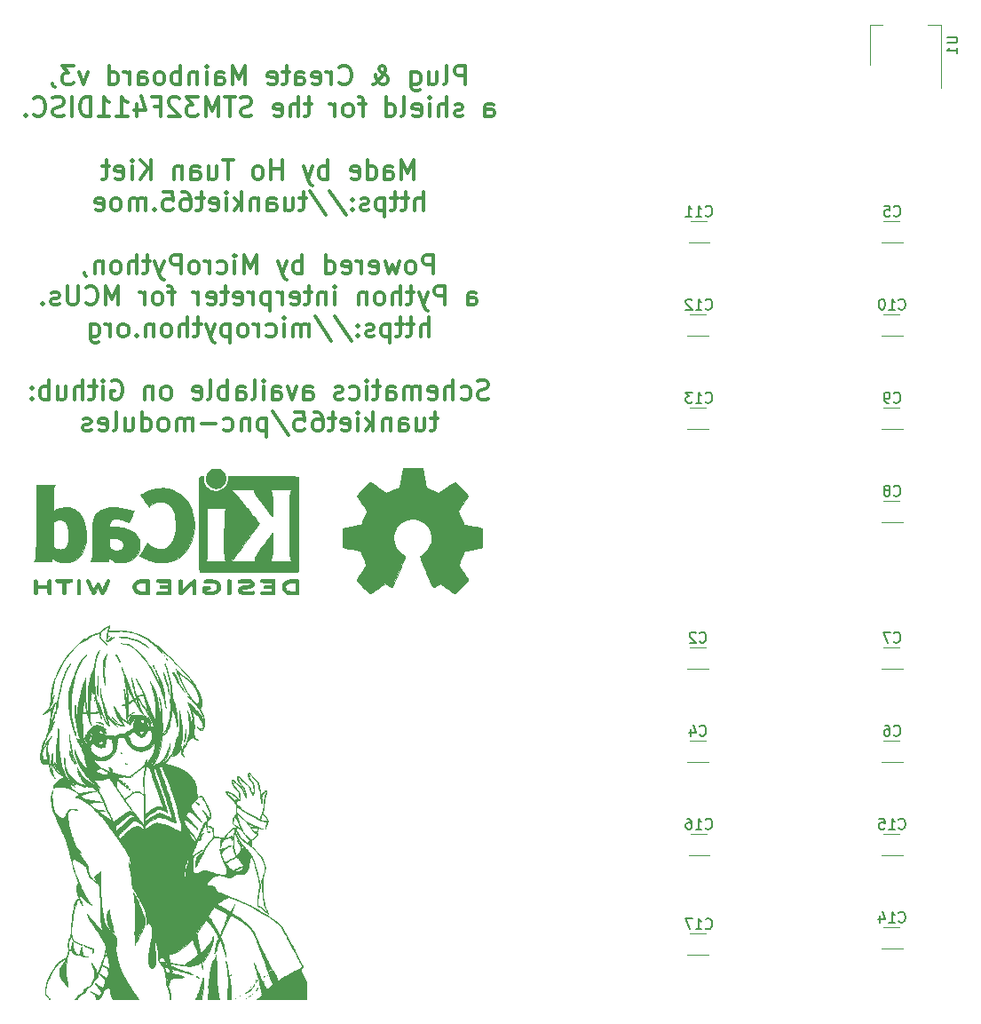
<source format=gbo>
G04 #@! TF.FileFunction,Legend,Bot*
%FSLAX46Y46*%
G04 Gerber Fmt 4.6, Leading zero omitted, Abs format (unit mm)*
G04 Created by KiCad (PCBNEW 4.0.7) date Tue Mar  6 11:31:25 2018*
%MOMM*%
%LPD*%
G01*
G04 APERTURE LIST*
%ADD10C,0.150000*%
%ADD11C,0.300000*%
%ADD12C,0.120000*%
%ADD13C,0.010000*%
%ADD14R,3.900000X3.900000*%
%ADD15R,2.400000X2.000000*%
%ADD16R,2.150000X2.150000*%
%ADD17C,2.150000*%
%ADD18R,2.178000X2.178000*%
%ADD19C,2.178000*%
%ADD20R,4.200000X2.400000*%
%ADD21R,1.900000X2.400000*%
G04 APERTURE END LIST*
D10*
D11*
X51378571Y90210714D02*
X51378571Y92010714D01*
X50692856Y92010714D01*
X50521428Y91925000D01*
X50435713Y91839286D01*
X50349999Y91667857D01*
X50349999Y91410714D01*
X50435713Y91239286D01*
X50521428Y91153571D01*
X50692856Y91067857D01*
X51378571Y91067857D01*
X49321428Y90210714D02*
X49492856Y90296429D01*
X49578571Y90467857D01*
X49578571Y92010714D01*
X47864285Y91410714D02*
X47864285Y90210714D01*
X48635714Y91410714D02*
X48635714Y90467857D01*
X48549999Y90296429D01*
X48378571Y90210714D01*
X48121428Y90210714D01*
X47949999Y90296429D01*
X47864285Y90382143D01*
X46235714Y91410714D02*
X46235714Y89953571D01*
X46321428Y89782143D01*
X46407143Y89696429D01*
X46578571Y89610714D01*
X46835714Y89610714D01*
X47007143Y89696429D01*
X46235714Y90296429D02*
X46407143Y90210714D01*
X46750000Y90210714D01*
X46921428Y90296429D01*
X47007143Y90382143D01*
X47092857Y90553571D01*
X47092857Y91067857D01*
X47007143Y91239286D01*
X46921428Y91325000D01*
X46750000Y91410714D01*
X46407143Y91410714D01*
X46235714Y91325000D01*
X42550000Y90210714D02*
X42635714Y90210714D01*
X42807143Y90296429D01*
X43064285Y90553571D01*
X43492857Y91067857D01*
X43664285Y91325000D01*
X43750000Y91582143D01*
X43750000Y91753571D01*
X43664285Y91925000D01*
X43492857Y92010714D01*
X43407143Y92010714D01*
X43235714Y91925000D01*
X43150000Y91753571D01*
X43150000Y91667857D01*
X43235714Y91496429D01*
X43321428Y91410714D01*
X43835714Y91067857D01*
X43921428Y90982143D01*
X44007143Y90810714D01*
X44007143Y90553571D01*
X43921428Y90382143D01*
X43835714Y90296429D01*
X43664285Y90210714D01*
X43407143Y90210714D01*
X43235714Y90296429D01*
X43150000Y90382143D01*
X42892857Y90725000D01*
X42807143Y90982143D01*
X42807143Y91153571D01*
X39378571Y90382143D02*
X39464285Y90296429D01*
X39721428Y90210714D01*
X39892857Y90210714D01*
X40150000Y90296429D01*
X40321428Y90467857D01*
X40407143Y90639286D01*
X40492857Y90982143D01*
X40492857Y91239286D01*
X40407143Y91582143D01*
X40321428Y91753571D01*
X40150000Y91925000D01*
X39892857Y92010714D01*
X39721428Y92010714D01*
X39464285Y91925000D01*
X39378571Y91839286D01*
X38607143Y90210714D02*
X38607143Y91410714D01*
X38607143Y91067857D02*
X38521428Y91239286D01*
X38435714Y91325000D01*
X38264285Y91410714D01*
X38092857Y91410714D01*
X36807142Y90296429D02*
X36978571Y90210714D01*
X37321428Y90210714D01*
X37492857Y90296429D01*
X37578571Y90467857D01*
X37578571Y91153571D01*
X37492857Y91325000D01*
X37321428Y91410714D01*
X36978571Y91410714D01*
X36807142Y91325000D01*
X36721428Y91153571D01*
X36721428Y90982143D01*
X37578571Y90810714D01*
X35178571Y90210714D02*
X35178571Y91153571D01*
X35264285Y91325000D01*
X35435714Y91410714D01*
X35778571Y91410714D01*
X35950000Y91325000D01*
X35178571Y90296429D02*
X35350000Y90210714D01*
X35778571Y90210714D01*
X35950000Y90296429D01*
X36035714Y90467857D01*
X36035714Y90639286D01*
X35950000Y90810714D01*
X35778571Y90896429D01*
X35350000Y90896429D01*
X35178571Y90982143D01*
X34578571Y91410714D02*
X33892857Y91410714D01*
X34321429Y92010714D02*
X34321429Y90467857D01*
X34235714Y90296429D01*
X34064286Y90210714D01*
X33892857Y90210714D01*
X32607143Y90296429D02*
X32778572Y90210714D01*
X33121429Y90210714D01*
X33292858Y90296429D01*
X33378572Y90467857D01*
X33378572Y91153571D01*
X33292858Y91325000D01*
X33121429Y91410714D01*
X32778572Y91410714D01*
X32607143Y91325000D01*
X32521429Y91153571D01*
X32521429Y90982143D01*
X33378572Y90810714D01*
X30378572Y90210714D02*
X30378572Y92010714D01*
X29778572Y90725000D01*
X29178572Y92010714D01*
X29178572Y90210714D01*
X27550000Y90210714D02*
X27550000Y91153571D01*
X27635714Y91325000D01*
X27807143Y91410714D01*
X28150000Y91410714D01*
X28321429Y91325000D01*
X27550000Y90296429D02*
X27721429Y90210714D01*
X28150000Y90210714D01*
X28321429Y90296429D01*
X28407143Y90467857D01*
X28407143Y90639286D01*
X28321429Y90810714D01*
X28150000Y90896429D01*
X27721429Y90896429D01*
X27550000Y90982143D01*
X26692858Y90210714D02*
X26692858Y91410714D01*
X26692858Y92010714D02*
X26778572Y91925000D01*
X26692858Y91839286D01*
X26607143Y91925000D01*
X26692858Y92010714D01*
X26692858Y91839286D01*
X25835715Y91410714D02*
X25835715Y90210714D01*
X25835715Y91239286D02*
X25750000Y91325000D01*
X25578572Y91410714D01*
X25321429Y91410714D01*
X25150000Y91325000D01*
X25064286Y91153571D01*
X25064286Y90210714D01*
X24207144Y90210714D02*
X24207144Y92010714D01*
X24207144Y91325000D02*
X24035715Y91410714D01*
X23692858Y91410714D01*
X23521429Y91325000D01*
X23435715Y91239286D01*
X23350001Y91067857D01*
X23350001Y90553571D01*
X23435715Y90382143D01*
X23521429Y90296429D01*
X23692858Y90210714D01*
X24035715Y90210714D01*
X24207144Y90296429D01*
X22321430Y90210714D02*
X22492858Y90296429D01*
X22578573Y90382143D01*
X22664287Y90553571D01*
X22664287Y91067857D01*
X22578573Y91239286D01*
X22492858Y91325000D01*
X22321430Y91410714D01*
X22064287Y91410714D01*
X21892858Y91325000D01*
X21807144Y91239286D01*
X21721430Y91067857D01*
X21721430Y90553571D01*
X21807144Y90382143D01*
X21892858Y90296429D01*
X22064287Y90210714D01*
X22321430Y90210714D01*
X20178573Y90210714D02*
X20178573Y91153571D01*
X20264287Y91325000D01*
X20435716Y91410714D01*
X20778573Y91410714D01*
X20950002Y91325000D01*
X20178573Y90296429D02*
X20350002Y90210714D01*
X20778573Y90210714D01*
X20950002Y90296429D01*
X21035716Y90467857D01*
X21035716Y90639286D01*
X20950002Y90810714D01*
X20778573Y90896429D01*
X20350002Y90896429D01*
X20178573Y90982143D01*
X19321431Y90210714D02*
X19321431Y91410714D01*
X19321431Y91067857D02*
X19235716Y91239286D01*
X19150002Y91325000D01*
X18978573Y91410714D01*
X18807145Y91410714D01*
X17435716Y90210714D02*
X17435716Y92010714D01*
X17435716Y90296429D02*
X17607145Y90210714D01*
X17950002Y90210714D01*
X18121430Y90296429D01*
X18207145Y90382143D01*
X18292859Y90553571D01*
X18292859Y91067857D01*
X18207145Y91239286D01*
X18121430Y91325000D01*
X17950002Y91410714D01*
X17607145Y91410714D01*
X17435716Y91325000D01*
X15378573Y91410714D02*
X14950002Y90210714D01*
X14521430Y91410714D01*
X14007144Y92010714D02*
X12892858Y92010714D01*
X13492858Y91325000D01*
X13235716Y91325000D01*
X13064287Y91239286D01*
X12978573Y91153571D01*
X12892858Y90982143D01*
X12892858Y90553571D01*
X12978573Y90382143D01*
X13064287Y90296429D01*
X13235716Y90210714D01*
X13750001Y90210714D01*
X13921430Y90296429D01*
X14007144Y90382143D01*
X12035715Y90296429D02*
X12035715Y90210714D01*
X12121430Y90039286D01*
X12207144Y89953571D01*
X53264286Y87210714D02*
X53264286Y88153571D01*
X53350000Y88325000D01*
X53521429Y88410714D01*
X53864286Y88410714D01*
X54035715Y88325000D01*
X53264286Y87296429D02*
X53435715Y87210714D01*
X53864286Y87210714D01*
X54035715Y87296429D01*
X54121429Y87467857D01*
X54121429Y87639286D01*
X54035715Y87810714D01*
X53864286Y87896429D01*
X53435715Y87896429D01*
X53264286Y87982143D01*
X51121429Y87296429D02*
X50950000Y87210714D01*
X50607143Y87210714D01*
X50435715Y87296429D01*
X50350000Y87467857D01*
X50350000Y87553571D01*
X50435715Y87725000D01*
X50607143Y87810714D01*
X50864286Y87810714D01*
X51035715Y87896429D01*
X51121429Y88067857D01*
X51121429Y88153571D01*
X51035715Y88325000D01*
X50864286Y88410714D01*
X50607143Y88410714D01*
X50435715Y88325000D01*
X49578572Y87210714D02*
X49578572Y89010714D01*
X48807143Y87210714D02*
X48807143Y88153571D01*
X48892857Y88325000D01*
X49064286Y88410714D01*
X49321429Y88410714D01*
X49492857Y88325000D01*
X49578572Y88239286D01*
X47950001Y87210714D02*
X47950001Y88410714D01*
X47950001Y89010714D02*
X48035715Y88925000D01*
X47950001Y88839286D01*
X47864286Y88925000D01*
X47950001Y89010714D01*
X47950001Y88839286D01*
X46407143Y87296429D02*
X46578572Y87210714D01*
X46921429Y87210714D01*
X47092858Y87296429D01*
X47178572Y87467857D01*
X47178572Y88153571D01*
X47092858Y88325000D01*
X46921429Y88410714D01*
X46578572Y88410714D01*
X46407143Y88325000D01*
X46321429Y88153571D01*
X46321429Y87982143D01*
X47178572Y87810714D01*
X45292858Y87210714D02*
X45464286Y87296429D01*
X45550001Y87467857D01*
X45550001Y89010714D01*
X43835715Y87210714D02*
X43835715Y89010714D01*
X43835715Y87296429D02*
X44007144Y87210714D01*
X44350001Y87210714D01*
X44521429Y87296429D01*
X44607144Y87382143D01*
X44692858Y87553571D01*
X44692858Y88067857D01*
X44607144Y88239286D01*
X44521429Y88325000D01*
X44350001Y88410714D01*
X44007144Y88410714D01*
X43835715Y88325000D01*
X41864286Y88410714D02*
X41178572Y88410714D01*
X41607144Y87210714D02*
X41607144Y88753571D01*
X41521429Y88925000D01*
X41350001Y89010714D01*
X41178572Y89010714D01*
X40321430Y87210714D02*
X40492858Y87296429D01*
X40578573Y87382143D01*
X40664287Y87553571D01*
X40664287Y88067857D01*
X40578573Y88239286D01*
X40492858Y88325000D01*
X40321430Y88410714D01*
X40064287Y88410714D01*
X39892858Y88325000D01*
X39807144Y88239286D01*
X39721430Y88067857D01*
X39721430Y87553571D01*
X39807144Y87382143D01*
X39892858Y87296429D01*
X40064287Y87210714D01*
X40321430Y87210714D01*
X38950002Y87210714D02*
X38950002Y88410714D01*
X38950002Y88067857D02*
X38864287Y88239286D01*
X38778573Y88325000D01*
X38607144Y88410714D01*
X38435716Y88410714D01*
X36721429Y88410714D02*
X36035715Y88410714D01*
X36464287Y89010714D02*
X36464287Y87467857D01*
X36378572Y87296429D01*
X36207144Y87210714D01*
X36035715Y87210714D01*
X35435716Y87210714D02*
X35435716Y89010714D01*
X34664287Y87210714D02*
X34664287Y88153571D01*
X34750001Y88325000D01*
X34921430Y88410714D01*
X35178573Y88410714D01*
X35350001Y88325000D01*
X35435716Y88239286D01*
X33121430Y87296429D02*
X33292859Y87210714D01*
X33635716Y87210714D01*
X33807145Y87296429D01*
X33892859Y87467857D01*
X33892859Y88153571D01*
X33807145Y88325000D01*
X33635716Y88410714D01*
X33292859Y88410714D01*
X33121430Y88325000D01*
X33035716Y88153571D01*
X33035716Y87982143D01*
X33892859Y87810714D01*
X30978573Y87296429D02*
X30721430Y87210714D01*
X30292859Y87210714D01*
X30121430Y87296429D01*
X30035716Y87382143D01*
X29950001Y87553571D01*
X29950001Y87725000D01*
X30035716Y87896429D01*
X30121430Y87982143D01*
X30292859Y88067857D01*
X30635716Y88153571D01*
X30807144Y88239286D01*
X30892859Y88325000D01*
X30978573Y88496429D01*
X30978573Y88667857D01*
X30892859Y88839286D01*
X30807144Y88925000D01*
X30635716Y89010714D01*
X30207144Y89010714D01*
X29950001Y88925000D01*
X29435715Y89010714D02*
X28407144Y89010714D01*
X28921430Y87210714D02*
X28921430Y89010714D01*
X27807144Y87210714D02*
X27807144Y89010714D01*
X27207144Y87725000D01*
X26607144Y89010714D01*
X26607144Y87210714D01*
X25921429Y89010714D02*
X24807143Y89010714D01*
X25407143Y88325000D01*
X25150001Y88325000D01*
X24978572Y88239286D01*
X24892858Y88153571D01*
X24807143Y87982143D01*
X24807143Y87553571D01*
X24892858Y87382143D01*
X24978572Y87296429D01*
X25150001Y87210714D01*
X25664286Y87210714D01*
X25835715Y87296429D01*
X25921429Y87382143D01*
X24121429Y88839286D02*
X24035715Y88925000D01*
X23864286Y89010714D01*
X23435715Y89010714D01*
X23264286Y88925000D01*
X23178572Y88839286D01*
X23092857Y88667857D01*
X23092857Y88496429D01*
X23178572Y88239286D01*
X24207143Y87210714D01*
X23092857Y87210714D01*
X21721429Y88153571D02*
X22321429Y88153571D01*
X22321429Y87210714D02*
X22321429Y89010714D01*
X21464286Y89010714D01*
X20007143Y88410714D02*
X20007143Y87210714D01*
X20435714Y89096429D02*
X20864286Y87810714D01*
X19750000Y87810714D01*
X18121428Y87210714D02*
X19150000Y87210714D01*
X18635714Y87210714D02*
X18635714Y89010714D01*
X18807143Y88753571D01*
X18978571Y88582143D01*
X19150000Y88496429D01*
X16407142Y87210714D02*
X17435714Y87210714D01*
X16921428Y87210714D02*
X16921428Y89010714D01*
X17092857Y88753571D01*
X17264285Y88582143D01*
X17435714Y88496429D01*
X15635714Y87210714D02*
X15635714Y89010714D01*
X15207142Y89010714D01*
X14949999Y88925000D01*
X14778571Y88753571D01*
X14692856Y88582143D01*
X14607142Y88239286D01*
X14607142Y87982143D01*
X14692856Y87639286D01*
X14778571Y87467857D01*
X14949999Y87296429D01*
X15207142Y87210714D01*
X15635714Y87210714D01*
X13835714Y87210714D02*
X13835714Y89010714D01*
X13064285Y87296429D02*
X12807142Y87210714D01*
X12378571Y87210714D01*
X12207142Y87296429D01*
X12121428Y87382143D01*
X12035713Y87553571D01*
X12035713Y87725000D01*
X12121428Y87896429D01*
X12207142Y87982143D01*
X12378571Y88067857D01*
X12721428Y88153571D01*
X12892856Y88239286D01*
X12978571Y88325000D01*
X13064285Y88496429D01*
X13064285Y88667857D01*
X12978571Y88839286D01*
X12892856Y88925000D01*
X12721428Y89010714D01*
X12292856Y89010714D01*
X12035713Y88925000D01*
X10235713Y87382143D02*
X10321427Y87296429D01*
X10578570Y87210714D01*
X10749999Y87210714D01*
X11007142Y87296429D01*
X11178570Y87467857D01*
X11264285Y87639286D01*
X11349999Y87982143D01*
X11349999Y88239286D01*
X11264285Y88582143D01*
X11178570Y88753571D01*
X11007142Y88925000D01*
X10749999Y89010714D01*
X10578570Y89010714D01*
X10321427Y88925000D01*
X10235713Y88839286D01*
X9464285Y87382143D02*
X9378570Y87296429D01*
X9464285Y87210714D01*
X9549999Y87296429D01*
X9464285Y87382143D01*
X9464285Y87210714D01*
X46492857Y81210714D02*
X46492857Y83010714D01*
X45892857Y81725000D01*
X45292857Y83010714D01*
X45292857Y81210714D01*
X43664285Y81210714D02*
X43664285Y82153571D01*
X43749999Y82325000D01*
X43921428Y82410714D01*
X44264285Y82410714D01*
X44435714Y82325000D01*
X43664285Y81296429D02*
X43835714Y81210714D01*
X44264285Y81210714D01*
X44435714Y81296429D01*
X44521428Y81467857D01*
X44521428Y81639286D01*
X44435714Y81810714D01*
X44264285Y81896429D01*
X43835714Y81896429D01*
X43664285Y81982143D01*
X42035714Y81210714D02*
X42035714Y83010714D01*
X42035714Y81296429D02*
X42207143Y81210714D01*
X42550000Y81210714D01*
X42721428Y81296429D01*
X42807143Y81382143D01*
X42892857Y81553571D01*
X42892857Y82067857D01*
X42807143Y82239286D01*
X42721428Y82325000D01*
X42550000Y82410714D01*
X42207143Y82410714D01*
X42035714Y82325000D01*
X40492857Y81296429D02*
X40664286Y81210714D01*
X41007143Y81210714D01*
X41178572Y81296429D01*
X41264286Y81467857D01*
X41264286Y82153571D01*
X41178572Y82325000D01*
X41007143Y82410714D01*
X40664286Y82410714D01*
X40492857Y82325000D01*
X40407143Y82153571D01*
X40407143Y81982143D01*
X41264286Y81810714D01*
X38264286Y81210714D02*
X38264286Y83010714D01*
X38264286Y82325000D02*
X38092857Y82410714D01*
X37750000Y82410714D01*
X37578571Y82325000D01*
X37492857Y82239286D01*
X37407143Y82067857D01*
X37407143Y81553571D01*
X37492857Y81382143D01*
X37578571Y81296429D01*
X37750000Y81210714D01*
X38092857Y81210714D01*
X38264286Y81296429D01*
X36807143Y82410714D02*
X36378572Y81210714D01*
X35950000Y82410714D02*
X36378572Y81210714D01*
X36550000Y80782143D01*
X36635715Y80696429D01*
X36807143Y80610714D01*
X33892857Y81210714D02*
X33892857Y83010714D01*
X33892857Y82153571D02*
X32864285Y82153571D01*
X32864285Y81210714D02*
X32864285Y83010714D01*
X31750000Y81210714D02*
X31921428Y81296429D01*
X32007143Y81382143D01*
X32092857Y81553571D01*
X32092857Y82067857D01*
X32007143Y82239286D01*
X31921428Y82325000D01*
X31750000Y82410714D01*
X31492857Y82410714D01*
X31321428Y82325000D01*
X31235714Y82239286D01*
X31150000Y82067857D01*
X31150000Y81553571D01*
X31235714Y81382143D01*
X31321428Y81296429D01*
X31492857Y81210714D01*
X31750000Y81210714D01*
X29264285Y83010714D02*
X28235714Y83010714D01*
X28750000Y81210714D02*
X28750000Y83010714D01*
X26864285Y82410714D02*
X26864285Y81210714D01*
X27635714Y82410714D02*
X27635714Y81467857D01*
X27549999Y81296429D01*
X27378571Y81210714D01*
X27121428Y81210714D01*
X26949999Y81296429D01*
X26864285Y81382143D01*
X25235714Y81210714D02*
X25235714Y82153571D01*
X25321428Y82325000D01*
X25492857Y82410714D01*
X25835714Y82410714D01*
X26007143Y82325000D01*
X25235714Y81296429D02*
X25407143Y81210714D01*
X25835714Y81210714D01*
X26007143Y81296429D01*
X26092857Y81467857D01*
X26092857Y81639286D01*
X26007143Y81810714D01*
X25835714Y81896429D01*
X25407143Y81896429D01*
X25235714Y81982143D01*
X24378572Y82410714D02*
X24378572Y81210714D01*
X24378572Y82239286D02*
X24292857Y82325000D01*
X24121429Y82410714D01*
X23864286Y82410714D01*
X23692857Y82325000D01*
X23607143Y82153571D01*
X23607143Y81210714D01*
X21378572Y81210714D02*
X21378572Y83010714D01*
X20350000Y81210714D02*
X21121429Y82239286D01*
X20350000Y83010714D02*
X21378572Y81982143D01*
X19578572Y81210714D02*
X19578572Y82410714D01*
X19578572Y83010714D02*
X19664286Y82925000D01*
X19578572Y82839286D01*
X19492857Y82925000D01*
X19578572Y83010714D01*
X19578572Y82839286D01*
X18035714Y81296429D02*
X18207143Y81210714D01*
X18550000Y81210714D01*
X18721429Y81296429D01*
X18807143Y81467857D01*
X18807143Y82153571D01*
X18721429Y82325000D01*
X18550000Y82410714D01*
X18207143Y82410714D01*
X18035714Y82325000D01*
X17950000Y82153571D01*
X17950000Y81982143D01*
X18807143Y81810714D01*
X17435714Y82410714D02*
X16750000Y82410714D01*
X17178572Y83010714D02*
X17178572Y81467857D01*
X17092857Y81296429D01*
X16921429Y81210714D01*
X16750000Y81210714D01*
X47349998Y78210714D02*
X47349998Y80010714D01*
X46578569Y78210714D02*
X46578569Y79153571D01*
X46664283Y79325000D01*
X46835712Y79410714D01*
X47092855Y79410714D01*
X47264283Y79325000D01*
X47349998Y79239286D01*
X45978569Y79410714D02*
X45292855Y79410714D01*
X45721427Y80010714D02*
X45721427Y78467857D01*
X45635712Y78296429D01*
X45464284Y78210714D01*
X45292855Y78210714D01*
X44949998Y79410714D02*
X44264284Y79410714D01*
X44692856Y80010714D02*
X44692856Y78467857D01*
X44607141Y78296429D01*
X44435713Y78210714D01*
X44264284Y78210714D01*
X43664285Y79410714D02*
X43664285Y77610714D01*
X43664285Y79325000D02*
X43492856Y79410714D01*
X43149999Y79410714D01*
X42978570Y79325000D01*
X42892856Y79239286D01*
X42807142Y79067857D01*
X42807142Y78553571D01*
X42892856Y78382143D01*
X42978570Y78296429D01*
X43149999Y78210714D01*
X43492856Y78210714D01*
X43664285Y78296429D01*
X42121428Y78296429D02*
X41949999Y78210714D01*
X41607142Y78210714D01*
X41435714Y78296429D01*
X41349999Y78467857D01*
X41349999Y78553571D01*
X41435714Y78725000D01*
X41607142Y78810714D01*
X41864285Y78810714D01*
X42035714Y78896429D01*
X42121428Y79067857D01*
X42121428Y79153571D01*
X42035714Y79325000D01*
X41864285Y79410714D01*
X41607142Y79410714D01*
X41435714Y79325000D01*
X40578571Y78382143D02*
X40492856Y78296429D01*
X40578571Y78210714D01*
X40664285Y78296429D01*
X40578571Y78382143D01*
X40578571Y78210714D01*
X40578571Y79325000D02*
X40492856Y79239286D01*
X40578571Y79153571D01*
X40664285Y79239286D01*
X40578571Y79325000D01*
X40578571Y79153571D01*
X38435713Y80096429D02*
X39978570Y77782143D01*
X36549999Y80096429D02*
X38092856Y77782143D01*
X36207142Y79410714D02*
X35521428Y79410714D01*
X35950000Y80010714D02*
X35950000Y78467857D01*
X35864285Y78296429D01*
X35692857Y78210714D01*
X35521428Y78210714D01*
X34150000Y79410714D02*
X34150000Y78210714D01*
X34921429Y79410714D02*
X34921429Y78467857D01*
X34835714Y78296429D01*
X34664286Y78210714D01*
X34407143Y78210714D01*
X34235714Y78296429D01*
X34150000Y78382143D01*
X32521429Y78210714D02*
X32521429Y79153571D01*
X32607143Y79325000D01*
X32778572Y79410714D01*
X33121429Y79410714D01*
X33292858Y79325000D01*
X32521429Y78296429D02*
X32692858Y78210714D01*
X33121429Y78210714D01*
X33292858Y78296429D01*
X33378572Y78467857D01*
X33378572Y78639286D01*
X33292858Y78810714D01*
X33121429Y78896429D01*
X32692858Y78896429D01*
X32521429Y78982143D01*
X31664287Y79410714D02*
X31664287Y78210714D01*
X31664287Y79239286D02*
X31578572Y79325000D01*
X31407144Y79410714D01*
X31150001Y79410714D01*
X30978572Y79325000D01*
X30892858Y79153571D01*
X30892858Y78210714D01*
X30035716Y78210714D02*
X30035716Y80010714D01*
X29864287Y78896429D02*
X29350001Y78210714D01*
X29350001Y79410714D02*
X30035716Y78725000D01*
X28578573Y78210714D02*
X28578573Y79410714D01*
X28578573Y80010714D02*
X28664287Y79925000D01*
X28578573Y79839286D01*
X28492858Y79925000D01*
X28578573Y80010714D01*
X28578573Y79839286D01*
X27035715Y78296429D02*
X27207144Y78210714D01*
X27550001Y78210714D01*
X27721430Y78296429D01*
X27807144Y78467857D01*
X27807144Y79153571D01*
X27721430Y79325000D01*
X27550001Y79410714D01*
X27207144Y79410714D01*
X27035715Y79325000D01*
X26950001Y79153571D01*
X26950001Y78982143D01*
X27807144Y78810714D01*
X26435715Y79410714D02*
X25750001Y79410714D01*
X26178573Y80010714D02*
X26178573Y78467857D01*
X26092858Y78296429D01*
X25921430Y78210714D01*
X25750001Y78210714D01*
X24378573Y80010714D02*
X24721430Y80010714D01*
X24892859Y79925000D01*
X24978573Y79839286D01*
X25150002Y79582143D01*
X25235716Y79239286D01*
X25235716Y78553571D01*
X25150002Y78382143D01*
X25064287Y78296429D01*
X24892859Y78210714D01*
X24550002Y78210714D01*
X24378573Y78296429D01*
X24292859Y78382143D01*
X24207144Y78553571D01*
X24207144Y78982143D01*
X24292859Y79153571D01*
X24378573Y79239286D01*
X24550002Y79325000D01*
X24892859Y79325000D01*
X25064287Y79239286D01*
X25150002Y79153571D01*
X25235716Y78982143D01*
X22578573Y80010714D02*
X23435716Y80010714D01*
X23521430Y79153571D01*
X23435716Y79239286D01*
X23264287Y79325000D01*
X22835716Y79325000D01*
X22664287Y79239286D01*
X22578573Y79153571D01*
X22492858Y78982143D01*
X22492858Y78553571D01*
X22578573Y78382143D01*
X22664287Y78296429D01*
X22835716Y78210714D01*
X23264287Y78210714D01*
X23435716Y78296429D01*
X23521430Y78382143D01*
X21721430Y78382143D02*
X21635715Y78296429D01*
X21721430Y78210714D01*
X21807144Y78296429D01*
X21721430Y78382143D01*
X21721430Y78210714D01*
X20864287Y78210714D02*
X20864287Y79410714D01*
X20864287Y79239286D02*
X20778572Y79325000D01*
X20607144Y79410714D01*
X20350001Y79410714D01*
X20178572Y79325000D01*
X20092858Y79153571D01*
X20092858Y78210714D01*
X20092858Y79153571D02*
X20007144Y79325000D01*
X19835715Y79410714D01*
X19578572Y79410714D01*
X19407144Y79325000D01*
X19321429Y79153571D01*
X19321429Y78210714D01*
X18207144Y78210714D02*
X18378572Y78296429D01*
X18464287Y78382143D01*
X18550001Y78553571D01*
X18550001Y79067857D01*
X18464287Y79239286D01*
X18378572Y79325000D01*
X18207144Y79410714D01*
X17950001Y79410714D01*
X17778572Y79325000D01*
X17692858Y79239286D01*
X17607144Y79067857D01*
X17607144Y78553571D01*
X17692858Y78382143D01*
X17778572Y78296429D01*
X17950001Y78210714D01*
X18207144Y78210714D01*
X16150001Y78296429D02*
X16321430Y78210714D01*
X16664287Y78210714D01*
X16835716Y78296429D01*
X16921430Y78467857D01*
X16921430Y79153571D01*
X16835716Y79325000D01*
X16664287Y79410714D01*
X16321430Y79410714D01*
X16150001Y79325000D01*
X16064287Y79153571D01*
X16064287Y78982143D01*
X16921430Y78810714D01*
X48335714Y72210714D02*
X48335714Y74010714D01*
X47649999Y74010714D01*
X47478571Y73925000D01*
X47392856Y73839286D01*
X47307142Y73667857D01*
X47307142Y73410714D01*
X47392856Y73239286D01*
X47478571Y73153571D01*
X47649999Y73067857D01*
X48335714Y73067857D01*
X46278571Y72210714D02*
X46449999Y72296429D01*
X46535714Y72382143D01*
X46621428Y72553571D01*
X46621428Y73067857D01*
X46535714Y73239286D01*
X46449999Y73325000D01*
X46278571Y73410714D01*
X46021428Y73410714D01*
X45849999Y73325000D01*
X45764285Y73239286D01*
X45678571Y73067857D01*
X45678571Y72553571D01*
X45764285Y72382143D01*
X45849999Y72296429D01*
X46021428Y72210714D01*
X46278571Y72210714D01*
X45078571Y73410714D02*
X44735714Y72210714D01*
X44392857Y73067857D01*
X44050000Y72210714D01*
X43707143Y73410714D01*
X42335714Y72296429D02*
X42507143Y72210714D01*
X42850000Y72210714D01*
X43021429Y72296429D01*
X43107143Y72467857D01*
X43107143Y73153571D01*
X43021429Y73325000D01*
X42850000Y73410714D01*
X42507143Y73410714D01*
X42335714Y73325000D01*
X42250000Y73153571D01*
X42250000Y72982143D01*
X43107143Y72810714D01*
X41478572Y72210714D02*
X41478572Y73410714D01*
X41478572Y73067857D02*
X41392857Y73239286D01*
X41307143Y73325000D01*
X41135714Y73410714D01*
X40964286Y73410714D01*
X39678571Y72296429D02*
X39850000Y72210714D01*
X40192857Y72210714D01*
X40364286Y72296429D01*
X40450000Y72467857D01*
X40450000Y73153571D01*
X40364286Y73325000D01*
X40192857Y73410714D01*
X39850000Y73410714D01*
X39678571Y73325000D01*
X39592857Y73153571D01*
X39592857Y72982143D01*
X40450000Y72810714D01*
X38050000Y72210714D02*
X38050000Y74010714D01*
X38050000Y72296429D02*
X38221429Y72210714D01*
X38564286Y72210714D01*
X38735714Y72296429D01*
X38821429Y72382143D01*
X38907143Y72553571D01*
X38907143Y73067857D01*
X38821429Y73239286D01*
X38735714Y73325000D01*
X38564286Y73410714D01*
X38221429Y73410714D01*
X38050000Y73325000D01*
X35821429Y72210714D02*
X35821429Y74010714D01*
X35821429Y73325000D02*
X35650000Y73410714D01*
X35307143Y73410714D01*
X35135714Y73325000D01*
X35050000Y73239286D01*
X34964286Y73067857D01*
X34964286Y72553571D01*
X35050000Y72382143D01*
X35135714Y72296429D01*
X35307143Y72210714D01*
X35650000Y72210714D01*
X35821429Y72296429D01*
X34364286Y73410714D02*
X33935715Y72210714D01*
X33507143Y73410714D02*
X33935715Y72210714D01*
X34107143Y71782143D01*
X34192858Y71696429D01*
X34364286Y71610714D01*
X31450000Y72210714D02*
X31450000Y74010714D01*
X30850000Y72725000D01*
X30250000Y74010714D01*
X30250000Y72210714D01*
X29392857Y72210714D02*
X29392857Y73410714D01*
X29392857Y74010714D02*
X29478571Y73925000D01*
X29392857Y73839286D01*
X29307142Y73925000D01*
X29392857Y74010714D01*
X29392857Y73839286D01*
X27764285Y72296429D02*
X27935714Y72210714D01*
X28278571Y72210714D01*
X28449999Y72296429D01*
X28535714Y72382143D01*
X28621428Y72553571D01*
X28621428Y73067857D01*
X28535714Y73239286D01*
X28449999Y73325000D01*
X28278571Y73410714D01*
X27935714Y73410714D01*
X27764285Y73325000D01*
X26992857Y72210714D02*
X26992857Y73410714D01*
X26992857Y73067857D02*
X26907142Y73239286D01*
X26821428Y73325000D01*
X26649999Y73410714D01*
X26478571Y73410714D01*
X25621428Y72210714D02*
X25792856Y72296429D01*
X25878571Y72382143D01*
X25964285Y72553571D01*
X25964285Y73067857D01*
X25878571Y73239286D01*
X25792856Y73325000D01*
X25621428Y73410714D01*
X25364285Y73410714D01*
X25192856Y73325000D01*
X25107142Y73239286D01*
X25021428Y73067857D01*
X25021428Y72553571D01*
X25107142Y72382143D01*
X25192856Y72296429D01*
X25364285Y72210714D01*
X25621428Y72210714D01*
X24250000Y72210714D02*
X24250000Y74010714D01*
X23564285Y74010714D01*
X23392857Y73925000D01*
X23307142Y73839286D01*
X23221428Y73667857D01*
X23221428Y73410714D01*
X23307142Y73239286D01*
X23392857Y73153571D01*
X23564285Y73067857D01*
X24250000Y73067857D01*
X22621428Y73410714D02*
X22192857Y72210714D01*
X21764285Y73410714D02*
X22192857Y72210714D01*
X22364285Y71782143D01*
X22450000Y71696429D01*
X22621428Y71610714D01*
X21335713Y73410714D02*
X20649999Y73410714D01*
X21078571Y74010714D02*
X21078571Y72467857D01*
X20992856Y72296429D01*
X20821428Y72210714D01*
X20649999Y72210714D01*
X20050000Y72210714D02*
X20050000Y74010714D01*
X19278571Y72210714D02*
X19278571Y73153571D01*
X19364285Y73325000D01*
X19535714Y73410714D01*
X19792857Y73410714D01*
X19964285Y73325000D01*
X20050000Y73239286D01*
X18164286Y72210714D02*
X18335714Y72296429D01*
X18421429Y72382143D01*
X18507143Y72553571D01*
X18507143Y73067857D01*
X18421429Y73239286D01*
X18335714Y73325000D01*
X18164286Y73410714D01*
X17907143Y73410714D01*
X17735714Y73325000D01*
X17650000Y73239286D01*
X17564286Y73067857D01*
X17564286Y72553571D01*
X17650000Y72382143D01*
X17735714Y72296429D01*
X17907143Y72210714D01*
X18164286Y72210714D01*
X16792858Y73410714D02*
X16792858Y72210714D01*
X16792858Y73239286D02*
X16707143Y73325000D01*
X16535715Y73410714D01*
X16278572Y73410714D01*
X16107143Y73325000D01*
X16021429Y73153571D01*
X16021429Y72210714D01*
X15078572Y72296429D02*
X15078572Y72210714D01*
X15164287Y72039286D01*
X15250001Y71953571D01*
X51635713Y69210714D02*
X51635713Y70153571D01*
X51721427Y70325000D01*
X51892856Y70410714D01*
X52235713Y70410714D01*
X52407142Y70325000D01*
X51635713Y69296429D02*
X51807142Y69210714D01*
X52235713Y69210714D01*
X52407142Y69296429D01*
X52492856Y69467857D01*
X52492856Y69639286D01*
X52407142Y69810714D01*
X52235713Y69896429D01*
X51807142Y69896429D01*
X51635713Y69982143D01*
X49407142Y69210714D02*
X49407142Y71010714D01*
X48721427Y71010714D01*
X48549999Y70925000D01*
X48464284Y70839286D01*
X48378570Y70667857D01*
X48378570Y70410714D01*
X48464284Y70239286D01*
X48549999Y70153571D01*
X48721427Y70067857D01*
X49407142Y70067857D01*
X47778570Y70410714D02*
X47349999Y69210714D01*
X46921427Y70410714D02*
X47349999Y69210714D01*
X47521427Y68782143D01*
X47607142Y68696429D01*
X47778570Y68610714D01*
X46492855Y70410714D02*
X45807141Y70410714D01*
X46235713Y71010714D02*
X46235713Y69467857D01*
X46149998Y69296429D01*
X45978570Y69210714D01*
X45807141Y69210714D01*
X45207142Y69210714D02*
X45207142Y71010714D01*
X44435713Y69210714D02*
X44435713Y70153571D01*
X44521427Y70325000D01*
X44692856Y70410714D01*
X44949999Y70410714D01*
X45121427Y70325000D01*
X45207142Y70239286D01*
X43321428Y69210714D02*
X43492856Y69296429D01*
X43578571Y69382143D01*
X43664285Y69553571D01*
X43664285Y70067857D01*
X43578571Y70239286D01*
X43492856Y70325000D01*
X43321428Y70410714D01*
X43064285Y70410714D01*
X42892856Y70325000D01*
X42807142Y70239286D01*
X42721428Y70067857D01*
X42721428Y69553571D01*
X42807142Y69382143D01*
X42892856Y69296429D01*
X43064285Y69210714D01*
X43321428Y69210714D01*
X41950000Y70410714D02*
X41950000Y69210714D01*
X41950000Y70239286D02*
X41864285Y70325000D01*
X41692857Y70410714D01*
X41435714Y70410714D01*
X41264285Y70325000D01*
X41178571Y70153571D01*
X41178571Y69210714D01*
X38950000Y69210714D02*
X38950000Y70410714D01*
X38950000Y71010714D02*
X39035714Y70925000D01*
X38950000Y70839286D01*
X38864285Y70925000D01*
X38950000Y71010714D01*
X38950000Y70839286D01*
X38092857Y70410714D02*
X38092857Y69210714D01*
X38092857Y70239286D02*
X38007142Y70325000D01*
X37835714Y70410714D01*
X37578571Y70410714D01*
X37407142Y70325000D01*
X37321428Y70153571D01*
X37321428Y69210714D01*
X36721428Y70410714D02*
X36035714Y70410714D01*
X36464286Y71010714D02*
X36464286Y69467857D01*
X36378571Y69296429D01*
X36207143Y69210714D01*
X36035714Y69210714D01*
X34750000Y69296429D02*
X34921429Y69210714D01*
X35264286Y69210714D01*
X35435715Y69296429D01*
X35521429Y69467857D01*
X35521429Y70153571D01*
X35435715Y70325000D01*
X35264286Y70410714D01*
X34921429Y70410714D01*
X34750000Y70325000D01*
X34664286Y70153571D01*
X34664286Y69982143D01*
X35521429Y69810714D01*
X33892858Y69210714D02*
X33892858Y70410714D01*
X33892858Y70067857D02*
X33807143Y70239286D01*
X33721429Y70325000D01*
X33550000Y70410714D01*
X33378572Y70410714D01*
X32778572Y70410714D02*
X32778572Y68610714D01*
X32778572Y70325000D02*
X32607143Y70410714D01*
X32264286Y70410714D01*
X32092857Y70325000D01*
X32007143Y70239286D01*
X31921429Y70067857D01*
X31921429Y69553571D01*
X32007143Y69382143D01*
X32092857Y69296429D01*
X32264286Y69210714D01*
X32607143Y69210714D01*
X32778572Y69296429D01*
X31150001Y69210714D02*
X31150001Y70410714D01*
X31150001Y70067857D02*
X31064286Y70239286D01*
X30978572Y70325000D01*
X30807143Y70410714D01*
X30635715Y70410714D01*
X29350000Y69296429D02*
X29521429Y69210714D01*
X29864286Y69210714D01*
X30035715Y69296429D01*
X30121429Y69467857D01*
X30121429Y70153571D01*
X30035715Y70325000D01*
X29864286Y70410714D01*
X29521429Y70410714D01*
X29350000Y70325000D01*
X29264286Y70153571D01*
X29264286Y69982143D01*
X30121429Y69810714D01*
X28750000Y70410714D02*
X28064286Y70410714D01*
X28492858Y71010714D02*
X28492858Y69467857D01*
X28407143Y69296429D01*
X28235715Y69210714D01*
X28064286Y69210714D01*
X26778572Y69296429D02*
X26950001Y69210714D01*
X27292858Y69210714D01*
X27464287Y69296429D01*
X27550001Y69467857D01*
X27550001Y70153571D01*
X27464287Y70325000D01*
X27292858Y70410714D01*
X26950001Y70410714D01*
X26778572Y70325000D01*
X26692858Y70153571D01*
X26692858Y69982143D01*
X27550001Y69810714D01*
X25921430Y69210714D02*
X25921430Y70410714D01*
X25921430Y70067857D02*
X25835715Y70239286D01*
X25750001Y70325000D01*
X25578572Y70410714D01*
X25407144Y70410714D01*
X23692857Y70410714D02*
X23007143Y70410714D01*
X23435715Y69210714D02*
X23435715Y70753571D01*
X23350000Y70925000D01*
X23178572Y71010714D01*
X23007143Y71010714D01*
X22150001Y69210714D02*
X22321429Y69296429D01*
X22407144Y69382143D01*
X22492858Y69553571D01*
X22492858Y70067857D01*
X22407144Y70239286D01*
X22321429Y70325000D01*
X22150001Y70410714D01*
X21892858Y70410714D01*
X21721429Y70325000D01*
X21635715Y70239286D01*
X21550001Y70067857D01*
X21550001Y69553571D01*
X21635715Y69382143D01*
X21721429Y69296429D01*
X21892858Y69210714D01*
X22150001Y69210714D01*
X20778573Y69210714D02*
X20778573Y70410714D01*
X20778573Y70067857D02*
X20692858Y70239286D01*
X20607144Y70325000D01*
X20435715Y70410714D01*
X20264287Y70410714D01*
X18292858Y69210714D02*
X18292858Y71010714D01*
X17692858Y69725000D01*
X17092858Y71010714D01*
X17092858Y69210714D01*
X15207143Y69382143D02*
X15292857Y69296429D01*
X15550000Y69210714D01*
X15721429Y69210714D01*
X15978572Y69296429D01*
X16150000Y69467857D01*
X16235715Y69639286D01*
X16321429Y69982143D01*
X16321429Y70239286D01*
X16235715Y70582143D01*
X16150000Y70753571D01*
X15978572Y70925000D01*
X15721429Y71010714D01*
X15550000Y71010714D01*
X15292857Y70925000D01*
X15207143Y70839286D01*
X14435715Y71010714D02*
X14435715Y69553571D01*
X14350000Y69382143D01*
X14264286Y69296429D01*
X14092857Y69210714D01*
X13750000Y69210714D01*
X13578572Y69296429D01*
X13492857Y69382143D01*
X13407143Y69553571D01*
X13407143Y71010714D01*
X12635715Y69296429D02*
X12464286Y69210714D01*
X12121429Y69210714D01*
X11950001Y69296429D01*
X11864286Y69467857D01*
X11864286Y69553571D01*
X11950001Y69725000D01*
X12121429Y69810714D01*
X12378572Y69810714D01*
X12550001Y69896429D01*
X12635715Y70067857D01*
X12635715Y70153571D01*
X12550001Y70325000D01*
X12378572Y70410714D01*
X12121429Y70410714D01*
X11950001Y70325000D01*
X11092858Y69382143D02*
X11007143Y69296429D01*
X11092858Y69210714D01*
X11178572Y69296429D01*
X11092858Y69382143D01*
X11092858Y69210714D01*
X47864284Y66210714D02*
X47864284Y68010714D01*
X47092855Y66210714D02*
X47092855Y67153571D01*
X47178569Y67325000D01*
X47349998Y67410714D01*
X47607141Y67410714D01*
X47778569Y67325000D01*
X47864284Y67239286D01*
X46492855Y67410714D02*
X45807141Y67410714D01*
X46235713Y68010714D02*
X46235713Y66467857D01*
X46149998Y66296429D01*
X45978570Y66210714D01*
X45807141Y66210714D01*
X45464284Y67410714D02*
X44778570Y67410714D01*
X45207142Y68010714D02*
X45207142Y66467857D01*
X45121427Y66296429D01*
X44949999Y66210714D01*
X44778570Y66210714D01*
X44178571Y67410714D02*
X44178571Y65610714D01*
X44178571Y67325000D02*
X44007142Y67410714D01*
X43664285Y67410714D01*
X43492856Y67325000D01*
X43407142Y67239286D01*
X43321428Y67067857D01*
X43321428Y66553571D01*
X43407142Y66382143D01*
X43492856Y66296429D01*
X43664285Y66210714D01*
X44007142Y66210714D01*
X44178571Y66296429D01*
X42635714Y66296429D02*
X42464285Y66210714D01*
X42121428Y66210714D01*
X41950000Y66296429D01*
X41864285Y66467857D01*
X41864285Y66553571D01*
X41950000Y66725000D01*
X42121428Y66810714D01*
X42378571Y66810714D01*
X42550000Y66896429D01*
X42635714Y67067857D01*
X42635714Y67153571D01*
X42550000Y67325000D01*
X42378571Y67410714D01*
X42121428Y67410714D01*
X41950000Y67325000D01*
X41092857Y66382143D02*
X41007142Y66296429D01*
X41092857Y66210714D01*
X41178571Y66296429D01*
X41092857Y66382143D01*
X41092857Y66210714D01*
X41092857Y67325000D02*
X41007142Y67239286D01*
X41092857Y67153571D01*
X41178571Y67239286D01*
X41092857Y67325000D01*
X41092857Y67153571D01*
X38949999Y68096429D02*
X40492856Y65782143D01*
X37064285Y68096429D02*
X38607142Y65782143D01*
X36464286Y66210714D02*
X36464286Y67410714D01*
X36464286Y67239286D02*
X36378571Y67325000D01*
X36207143Y67410714D01*
X35950000Y67410714D01*
X35778571Y67325000D01*
X35692857Y67153571D01*
X35692857Y66210714D01*
X35692857Y67153571D02*
X35607143Y67325000D01*
X35435714Y67410714D01*
X35178571Y67410714D01*
X35007143Y67325000D01*
X34921428Y67153571D01*
X34921428Y66210714D01*
X34064286Y66210714D02*
X34064286Y67410714D01*
X34064286Y68010714D02*
X34150000Y67925000D01*
X34064286Y67839286D01*
X33978571Y67925000D01*
X34064286Y68010714D01*
X34064286Y67839286D01*
X32435714Y66296429D02*
X32607143Y66210714D01*
X32950000Y66210714D01*
X33121428Y66296429D01*
X33207143Y66382143D01*
X33292857Y66553571D01*
X33292857Y67067857D01*
X33207143Y67239286D01*
X33121428Y67325000D01*
X32950000Y67410714D01*
X32607143Y67410714D01*
X32435714Y67325000D01*
X31664286Y66210714D02*
X31664286Y67410714D01*
X31664286Y67067857D02*
X31578571Y67239286D01*
X31492857Y67325000D01*
X31321428Y67410714D01*
X31150000Y67410714D01*
X30292857Y66210714D02*
X30464285Y66296429D01*
X30550000Y66382143D01*
X30635714Y66553571D01*
X30635714Y67067857D01*
X30550000Y67239286D01*
X30464285Y67325000D01*
X30292857Y67410714D01*
X30035714Y67410714D01*
X29864285Y67325000D01*
X29778571Y67239286D01*
X29692857Y67067857D01*
X29692857Y66553571D01*
X29778571Y66382143D01*
X29864285Y66296429D01*
X30035714Y66210714D01*
X30292857Y66210714D01*
X28921429Y67410714D02*
X28921429Y65610714D01*
X28921429Y67325000D02*
X28750000Y67410714D01*
X28407143Y67410714D01*
X28235714Y67325000D01*
X28150000Y67239286D01*
X28064286Y67067857D01*
X28064286Y66553571D01*
X28150000Y66382143D01*
X28235714Y66296429D01*
X28407143Y66210714D01*
X28750000Y66210714D01*
X28921429Y66296429D01*
X27464286Y67410714D02*
X27035715Y66210714D01*
X26607143Y67410714D02*
X27035715Y66210714D01*
X27207143Y65782143D01*
X27292858Y65696429D01*
X27464286Y65610714D01*
X26178571Y67410714D02*
X25492857Y67410714D01*
X25921429Y68010714D02*
X25921429Y66467857D01*
X25835714Y66296429D01*
X25664286Y66210714D01*
X25492857Y66210714D01*
X24892858Y66210714D02*
X24892858Y68010714D01*
X24121429Y66210714D02*
X24121429Y67153571D01*
X24207143Y67325000D01*
X24378572Y67410714D01*
X24635715Y67410714D01*
X24807143Y67325000D01*
X24892858Y67239286D01*
X23007144Y66210714D02*
X23178572Y66296429D01*
X23264287Y66382143D01*
X23350001Y66553571D01*
X23350001Y67067857D01*
X23264287Y67239286D01*
X23178572Y67325000D01*
X23007144Y67410714D01*
X22750001Y67410714D01*
X22578572Y67325000D01*
X22492858Y67239286D01*
X22407144Y67067857D01*
X22407144Y66553571D01*
X22492858Y66382143D01*
X22578572Y66296429D01*
X22750001Y66210714D01*
X23007144Y66210714D01*
X21635716Y67410714D02*
X21635716Y66210714D01*
X21635716Y67239286D02*
X21550001Y67325000D01*
X21378573Y67410714D01*
X21121430Y67410714D01*
X20950001Y67325000D01*
X20864287Y67153571D01*
X20864287Y66210714D01*
X20007145Y66382143D02*
X19921430Y66296429D01*
X20007145Y66210714D01*
X20092859Y66296429D01*
X20007145Y66382143D01*
X20007145Y66210714D01*
X18892859Y66210714D02*
X19064287Y66296429D01*
X19150002Y66382143D01*
X19235716Y66553571D01*
X19235716Y67067857D01*
X19150002Y67239286D01*
X19064287Y67325000D01*
X18892859Y67410714D01*
X18635716Y67410714D01*
X18464287Y67325000D01*
X18378573Y67239286D01*
X18292859Y67067857D01*
X18292859Y66553571D01*
X18378573Y66382143D01*
X18464287Y66296429D01*
X18635716Y66210714D01*
X18892859Y66210714D01*
X17521431Y66210714D02*
X17521431Y67410714D01*
X17521431Y67067857D02*
X17435716Y67239286D01*
X17350002Y67325000D01*
X17178573Y67410714D01*
X17007145Y67410714D01*
X15635716Y67410714D02*
X15635716Y65953571D01*
X15721430Y65782143D01*
X15807145Y65696429D01*
X15978573Y65610714D01*
X16235716Y65610714D01*
X16407145Y65696429D01*
X15635716Y66296429D02*
X15807145Y66210714D01*
X16150002Y66210714D01*
X16321430Y66296429D01*
X16407145Y66382143D01*
X16492859Y66553571D01*
X16492859Y67067857D01*
X16407145Y67239286D01*
X16321430Y67325000D01*
X16150002Y67410714D01*
X15807145Y67410714D01*
X15635716Y67325000D01*
X53564284Y60296429D02*
X53307141Y60210714D01*
X52878570Y60210714D01*
X52707141Y60296429D01*
X52621427Y60382143D01*
X52535712Y60553571D01*
X52535712Y60725000D01*
X52621427Y60896429D01*
X52707141Y60982143D01*
X52878570Y61067857D01*
X53221427Y61153571D01*
X53392855Y61239286D01*
X53478570Y61325000D01*
X53564284Y61496429D01*
X53564284Y61667857D01*
X53478570Y61839286D01*
X53392855Y61925000D01*
X53221427Y62010714D01*
X52792855Y62010714D01*
X52535712Y61925000D01*
X50992855Y60296429D02*
X51164284Y60210714D01*
X51507141Y60210714D01*
X51678569Y60296429D01*
X51764284Y60382143D01*
X51849998Y60553571D01*
X51849998Y61067857D01*
X51764284Y61239286D01*
X51678569Y61325000D01*
X51507141Y61410714D01*
X51164284Y61410714D01*
X50992855Y61325000D01*
X50221427Y60210714D02*
X50221427Y62010714D01*
X49449998Y60210714D02*
X49449998Y61153571D01*
X49535712Y61325000D01*
X49707141Y61410714D01*
X49964284Y61410714D01*
X50135712Y61325000D01*
X50221427Y61239286D01*
X47907141Y60296429D02*
X48078570Y60210714D01*
X48421427Y60210714D01*
X48592856Y60296429D01*
X48678570Y60467857D01*
X48678570Y61153571D01*
X48592856Y61325000D01*
X48421427Y61410714D01*
X48078570Y61410714D01*
X47907141Y61325000D01*
X47821427Y61153571D01*
X47821427Y60982143D01*
X48678570Y60810714D01*
X47049999Y60210714D02*
X47049999Y61410714D01*
X47049999Y61239286D02*
X46964284Y61325000D01*
X46792856Y61410714D01*
X46535713Y61410714D01*
X46364284Y61325000D01*
X46278570Y61153571D01*
X46278570Y60210714D01*
X46278570Y61153571D02*
X46192856Y61325000D01*
X46021427Y61410714D01*
X45764284Y61410714D01*
X45592856Y61325000D01*
X45507141Y61153571D01*
X45507141Y60210714D01*
X43878570Y60210714D02*
X43878570Y61153571D01*
X43964284Y61325000D01*
X44135713Y61410714D01*
X44478570Y61410714D01*
X44649999Y61325000D01*
X43878570Y60296429D02*
X44049999Y60210714D01*
X44478570Y60210714D01*
X44649999Y60296429D01*
X44735713Y60467857D01*
X44735713Y60639286D01*
X44649999Y60810714D01*
X44478570Y60896429D01*
X44049999Y60896429D01*
X43878570Y60982143D01*
X43278570Y61410714D02*
X42592856Y61410714D01*
X43021428Y62010714D02*
X43021428Y60467857D01*
X42935713Y60296429D01*
X42764285Y60210714D01*
X42592856Y60210714D01*
X41992857Y60210714D02*
X41992857Y61410714D01*
X41992857Y62010714D02*
X42078571Y61925000D01*
X41992857Y61839286D01*
X41907142Y61925000D01*
X41992857Y62010714D01*
X41992857Y61839286D01*
X40364285Y60296429D02*
X40535714Y60210714D01*
X40878571Y60210714D01*
X41049999Y60296429D01*
X41135714Y60382143D01*
X41221428Y60553571D01*
X41221428Y61067857D01*
X41135714Y61239286D01*
X41049999Y61325000D01*
X40878571Y61410714D01*
X40535714Y61410714D01*
X40364285Y61325000D01*
X39678571Y60296429D02*
X39507142Y60210714D01*
X39164285Y60210714D01*
X38992857Y60296429D01*
X38907142Y60467857D01*
X38907142Y60553571D01*
X38992857Y60725000D01*
X39164285Y60810714D01*
X39421428Y60810714D01*
X39592857Y60896429D01*
X39678571Y61067857D01*
X39678571Y61153571D01*
X39592857Y61325000D01*
X39421428Y61410714D01*
X39164285Y61410714D01*
X38992857Y61325000D01*
X35992856Y60210714D02*
X35992856Y61153571D01*
X36078570Y61325000D01*
X36249999Y61410714D01*
X36592856Y61410714D01*
X36764285Y61325000D01*
X35992856Y60296429D02*
X36164285Y60210714D01*
X36592856Y60210714D01*
X36764285Y60296429D01*
X36849999Y60467857D01*
X36849999Y60639286D01*
X36764285Y60810714D01*
X36592856Y60896429D01*
X36164285Y60896429D01*
X35992856Y60982143D01*
X35307142Y61410714D02*
X34878571Y60210714D01*
X34449999Y61410714D01*
X32992856Y60210714D02*
X32992856Y61153571D01*
X33078570Y61325000D01*
X33249999Y61410714D01*
X33592856Y61410714D01*
X33764285Y61325000D01*
X32992856Y60296429D02*
X33164285Y60210714D01*
X33592856Y60210714D01*
X33764285Y60296429D01*
X33849999Y60467857D01*
X33849999Y60639286D01*
X33764285Y60810714D01*
X33592856Y60896429D01*
X33164285Y60896429D01*
X32992856Y60982143D01*
X32135714Y60210714D02*
X32135714Y61410714D01*
X32135714Y62010714D02*
X32221428Y61925000D01*
X32135714Y61839286D01*
X32049999Y61925000D01*
X32135714Y62010714D01*
X32135714Y61839286D01*
X31021428Y60210714D02*
X31192856Y60296429D01*
X31278571Y60467857D01*
X31278571Y62010714D01*
X29564285Y60210714D02*
X29564285Y61153571D01*
X29649999Y61325000D01*
X29821428Y61410714D01*
X30164285Y61410714D01*
X30335714Y61325000D01*
X29564285Y60296429D02*
X29735714Y60210714D01*
X30164285Y60210714D01*
X30335714Y60296429D01*
X30421428Y60467857D01*
X30421428Y60639286D01*
X30335714Y60810714D01*
X30164285Y60896429D01*
X29735714Y60896429D01*
X29564285Y60982143D01*
X28707143Y60210714D02*
X28707143Y62010714D01*
X28707143Y61325000D02*
X28535714Y61410714D01*
X28192857Y61410714D01*
X28021428Y61325000D01*
X27935714Y61239286D01*
X27850000Y61067857D01*
X27850000Y60553571D01*
X27935714Y60382143D01*
X28021428Y60296429D01*
X28192857Y60210714D01*
X28535714Y60210714D01*
X28707143Y60296429D01*
X26821429Y60210714D02*
X26992857Y60296429D01*
X27078572Y60467857D01*
X27078572Y62010714D01*
X25450000Y60296429D02*
X25621429Y60210714D01*
X25964286Y60210714D01*
X26135715Y60296429D01*
X26221429Y60467857D01*
X26221429Y61153571D01*
X26135715Y61325000D01*
X25964286Y61410714D01*
X25621429Y61410714D01*
X25450000Y61325000D01*
X25364286Y61153571D01*
X25364286Y60982143D01*
X26221429Y60810714D01*
X22964286Y60210714D02*
X23135714Y60296429D01*
X23221429Y60382143D01*
X23307143Y60553571D01*
X23307143Y61067857D01*
X23221429Y61239286D01*
X23135714Y61325000D01*
X22964286Y61410714D01*
X22707143Y61410714D01*
X22535714Y61325000D01*
X22450000Y61239286D01*
X22364286Y61067857D01*
X22364286Y60553571D01*
X22450000Y60382143D01*
X22535714Y60296429D01*
X22707143Y60210714D01*
X22964286Y60210714D01*
X21592858Y61410714D02*
X21592858Y60210714D01*
X21592858Y61239286D02*
X21507143Y61325000D01*
X21335715Y61410714D01*
X21078572Y61410714D01*
X20907143Y61325000D01*
X20821429Y61153571D01*
X20821429Y60210714D01*
X17650000Y61925000D02*
X17821429Y62010714D01*
X18078572Y62010714D01*
X18335715Y61925000D01*
X18507143Y61753571D01*
X18592858Y61582143D01*
X18678572Y61239286D01*
X18678572Y60982143D01*
X18592858Y60639286D01*
X18507143Y60467857D01*
X18335715Y60296429D01*
X18078572Y60210714D01*
X17907143Y60210714D01*
X17650000Y60296429D01*
X17564286Y60382143D01*
X17564286Y60982143D01*
X17907143Y60982143D01*
X16792858Y60210714D02*
X16792858Y61410714D01*
X16792858Y62010714D02*
X16878572Y61925000D01*
X16792858Y61839286D01*
X16707143Y61925000D01*
X16792858Y62010714D01*
X16792858Y61839286D01*
X16192857Y61410714D02*
X15507143Y61410714D01*
X15935715Y62010714D02*
X15935715Y60467857D01*
X15850000Y60296429D01*
X15678572Y60210714D01*
X15507143Y60210714D01*
X14907144Y60210714D02*
X14907144Y62010714D01*
X14135715Y60210714D02*
X14135715Y61153571D01*
X14221429Y61325000D01*
X14392858Y61410714D01*
X14650001Y61410714D01*
X14821429Y61325000D01*
X14907144Y61239286D01*
X12507144Y61410714D02*
X12507144Y60210714D01*
X13278573Y61410714D02*
X13278573Y60467857D01*
X13192858Y60296429D01*
X13021430Y60210714D01*
X12764287Y60210714D01*
X12592858Y60296429D01*
X12507144Y60382143D01*
X11650002Y60210714D02*
X11650002Y62010714D01*
X11650002Y61325000D02*
X11478573Y61410714D01*
X11135716Y61410714D01*
X10964287Y61325000D01*
X10878573Y61239286D01*
X10792859Y61067857D01*
X10792859Y60553571D01*
X10878573Y60382143D01*
X10964287Y60296429D01*
X11135716Y60210714D01*
X11478573Y60210714D01*
X11650002Y60296429D01*
X10021431Y60382143D02*
X9935716Y60296429D01*
X10021431Y60210714D01*
X10107145Y60296429D01*
X10021431Y60382143D01*
X10021431Y60210714D01*
X10021431Y61325000D02*
X9935716Y61239286D01*
X10021431Y61153571D01*
X10107145Y61239286D01*
X10021431Y61325000D01*
X10021431Y61153571D01*
X48764283Y58410714D02*
X48078569Y58410714D01*
X48507141Y59010714D02*
X48507141Y57467857D01*
X48421426Y57296429D01*
X48249998Y57210714D01*
X48078569Y57210714D01*
X46707141Y58410714D02*
X46707141Y57210714D01*
X47478570Y58410714D02*
X47478570Y57467857D01*
X47392855Y57296429D01*
X47221427Y57210714D01*
X46964284Y57210714D01*
X46792855Y57296429D01*
X46707141Y57382143D01*
X45078570Y57210714D02*
X45078570Y58153571D01*
X45164284Y58325000D01*
X45335713Y58410714D01*
X45678570Y58410714D01*
X45849999Y58325000D01*
X45078570Y57296429D02*
X45249999Y57210714D01*
X45678570Y57210714D01*
X45849999Y57296429D01*
X45935713Y57467857D01*
X45935713Y57639286D01*
X45849999Y57810714D01*
X45678570Y57896429D01*
X45249999Y57896429D01*
X45078570Y57982143D01*
X44221428Y58410714D02*
X44221428Y57210714D01*
X44221428Y58239286D02*
X44135713Y58325000D01*
X43964285Y58410714D01*
X43707142Y58410714D01*
X43535713Y58325000D01*
X43449999Y58153571D01*
X43449999Y57210714D01*
X42592857Y57210714D02*
X42592857Y59010714D01*
X42421428Y57896429D02*
X41907142Y57210714D01*
X41907142Y58410714D02*
X42592857Y57725000D01*
X41135714Y57210714D02*
X41135714Y58410714D01*
X41135714Y59010714D02*
X41221428Y58925000D01*
X41135714Y58839286D01*
X41049999Y58925000D01*
X41135714Y59010714D01*
X41135714Y58839286D01*
X39592856Y57296429D02*
X39764285Y57210714D01*
X40107142Y57210714D01*
X40278571Y57296429D01*
X40364285Y57467857D01*
X40364285Y58153571D01*
X40278571Y58325000D01*
X40107142Y58410714D01*
X39764285Y58410714D01*
X39592856Y58325000D01*
X39507142Y58153571D01*
X39507142Y57982143D01*
X40364285Y57810714D01*
X38992856Y58410714D02*
X38307142Y58410714D01*
X38735714Y59010714D02*
X38735714Y57467857D01*
X38649999Y57296429D01*
X38478571Y57210714D01*
X38307142Y57210714D01*
X36935714Y59010714D02*
X37278571Y59010714D01*
X37450000Y58925000D01*
X37535714Y58839286D01*
X37707143Y58582143D01*
X37792857Y58239286D01*
X37792857Y57553571D01*
X37707143Y57382143D01*
X37621428Y57296429D01*
X37450000Y57210714D01*
X37107143Y57210714D01*
X36935714Y57296429D01*
X36850000Y57382143D01*
X36764285Y57553571D01*
X36764285Y57982143D01*
X36850000Y58153571D01*
X36935714Y58239286D01*
X37107143Y58325000D01*
X37450000Y58325000D01*
X37621428Y58239286D01*
X37707143Y58153571D01*
X37792857Y57982143D01*
X35135714Y59010714D02*
X35992857Y59010714D01*
X36078571Y58153571D01*
X35992857Y58239286D01*
X35821428Y58325000D01*
X35392857Y58325000D01*
X35221428Y58239286D01*
X35135714Y58153571D01*
X35049999Y57982143D01*
X35049999Y57553571D01*
X35135714Y57382143D01*
X35221428Y57296429D01*
X35392857Y57210714D01*
X35821428Y57210714D01*
X35992857Y57296429D01*
X36078571Y57382143D01*
X32992856Y59096429D02*
X34535713Y56782143D01*
X32392857Y58410714D02*
X32392857Y56610714D01*
X32392857Y58325000D02*
X32221428Y58410714D01*
X31878571Y58410714D01*
X31707142Y58325000D01*
X31621428Y58239286D01*
X31535714Y58067857D01*
X31535714Y57553571D01*
X31621428Y57382143D01*
X31707142Y57296429D01*
X31878571Y57210714D01*
X32221428Y57210714D01*
X32392857Y57296429D01*
X30764286Y58410714D02*
X30764286Y57210714D01*
X30764286Y58239286D02*
X30678571Y58325000D01*
X30507143Y58410714D01*
X30250000Y58410714D01*
X30078571Y58325000D01*
X29992857Y58153571D01*
X29992857Y57210714D01*
X28364286Y57296429D02*
X28535715Y57210714D01*
X28878572Y57210714D01*
X29050000Y57296429D01*
X29135715Y57382143D01*
X29221429Y57553571D01*
X29221429Y58067857D01*
X29135715Y58239286D01*
X29050000Y58325000D01*
X28878572Y58410714D01*
X28535715Y58410714D01*
X28364286Y58325000D01*
X27592858Y57896429D02*
X26221429Y57896429D01*
X25364287Y57210714D02*
X25364287Y58410714D01*
X25364287Y58239286D02*
X25278572Y58325000D01*
X25107144Y58410714D01*
X24850001Y58410714D01*
X24678572Y58325000D01*
X24592858Y58153571D01*
X24592858Y57210714D01*
X24592858Y58153571D02*
X24507144Y58325000D01*
X24335715Y58410714D01*
X24078572Y58410714D01*
X23907144Y58325000D01*
X23821429Y58153571D01*
X23821429Y57210714D01*
X22707144Y57210714D02*
X22878572Y57296429D01*
X22964287Y57382143D01*
X23050001Y57553571D01*
X23050001Y58067857D01*
X22964287Y58239286D01*
X22878572Y58325000D01*
X22707144Y58410714D01*
X22450001Y58410714D01*
X22278572Y58325000D01*
X22192858Y58239286D01*
X22107144Y58067857D01*
X22107144Y57553571D01*
X22192858Y57382143D01*
X22278572Y57296429D01*
X22450001Y57210714D01*
X22707144Y57210714D01*
X20564287Y57210714D02*
X20564287Y59010714D01*
X20564287Y57296429D02*
X20735716Y57210714D01*
X21078573Y57210714D01*
X21250001Y57296429D01*
X21335716Y57382143D01*
X21421430Y57553571D01*
X21421430Y58067857D01*
X21335716Y58239286D01*
X21250001Y58325000D01*
X21078573Y58410714D01*
X20735716Y58410714D01*
X20564287Y58325000D01*
X18935716Y58410714D02*
X18935716Y57210714D01*
X19707145Y58410714D02*
X19707145Y57467857D01*
X19621430Y57296429D01*
X19450002Y57210714D01*
X19192859Y57210714D01*
X19021430Y57296429D01*
X18935716Y57382143D01*
X17821431Y57210714D02*
X17992859Y57296429D01*
X18078574Y57467857D01*
X18078574Y59010714D01*
X16450002Y57296429D02*
X16621431Y57210714D01*
X16964288Y57210714D01*
X17135717Y57296429D01*
X17221431Y57467857D01*
X17221431Y58153571D01*
X17135717Y58325000D01*
X16964288Y58410714D01*
X16621431Y58410714D01*
X16450002Y58325000D01*
X16364288Y58153571D01*
X16364288Y57982143D01*
X17221431Y57810714D01*
X15678574Y57296429D02*
X15507145Y57210714D01*
X15164288Y57210714D01*
X14992860Y57296429D01*
X14907145Y57467857D01*
X14907145Y57553571D01*
X14992860Y57725000D01*
X15164288Y57810714D01*
X15421431Y57810714D01*
X15592860Y57896429D01*
X15678574Y58067857D01*
X15678574Y58153571D01*
X15592860Y58325000D01*
X15421431Y58410714D01*
X15164288Y58410714D01*
X14992860Y58325000D01*
D12*
X93075000Y75180000D02*
X91075000Y75180000D01*
X91075000Y77220000D02*
X93075000Y77220000D01*
X93075000Y25650000D02*
X91075000Y25650000D01*
X91075000Y27690000D02*
X93075000Y27690000D01*
X93075000Y34540000D02*
X91075000Y34540000D01*
X91075000Y36580000D02*
X93075000Y36580000D01*
X93075000Y48510000D02*
X91075000Y48510000D01*
X91075000Y50550000D02*
X93075000Y50550000D01*
X93075000Y57400000D02*
X91075000Y57400000D01*
X91075000Y59440000D02*
X93075000Y59440000D01*
X93075000Y66290000D02*
X91075000Y66290000D01*
X91075000Y68330000D02*
X93075000Y68330000D01*
X74660000Y75180000D02*
X72660000Y75180000D01*
X72660000Y77220000D02*
X74660000Y77220000D01*
X74565000Y66290000D02*
X72565000Y66290000D01*
X72565000Y68330000D02*
X74565000Y68330000D01*
X74565000Y57400000D02*
X72565000Y57400000D01*
X72565000Y59440000D02*
X74565000Y59440000D01*
X93075000Y7870000D02*
X91075000Y7870000D01*
X91075000Y9910000D02*
X93075000Y9910000D01*
X93075000Y16760000D02*
X91075000Y16760000D01*
X91075000Y18800000D02*
X93075000Y18800000D01*
X74565000Y34540000D02*
X72565000Y34540000D01*
X72565000Y36580000D02*
X74565000Y36580000D01*
X74565000Y25650000D02*
X72565000Y25650000D01*
X72565000Y27690000D02*
X74565000Y27690000D01*
X74660000Y16760000D02*
X72660000Y16760000D01*
X72660000Y18800000D02*
X74660000Y18800000D01*
X74565000Y7235000D02*
X72565000Y7235000D01*
X72565000Y9275000D02*
X74565000Y9275000D01*
D13*
G36*
X17360726Y38621438D02*
X17258705Y38572098D01*
X17132850Y38500124D01*
X16996136Y38413913D01*
X16861537Y38321858D01*
X16742026Y38232355D01*
X16650576Y38153799D01*
X16613449Y38114007D01*
X16567075Y38063218D01*
X16510594Y38021502D01*
X16431020Y37982421D01*
X16315371Y37939537D01*
X16160750Y37889566D01*
X15938687Y37815952D01*
X15747583Y37741534D01*
X15569255Y37657399D01*
X15385519Y37554635D01*
X15178191Y37424329D01*
X15082162Y37360883D01*
X14566962Y36988674D01*
X14104120Y36592772D01*
X13687691Y36166321D01*
X13311733Y35702460D01*
X12970302Y35194331D01*
X12657453Y34635076D01*
X12572334Y34464625D01*
X12313973Y33869249D01*
X12106968Y33247588D01*
X11950250Y32595376D01*
X11842749Y31908348D01*
X11793208Y31358767D01*
X11782458Y31205112D01*
X11770041Y31096974D01*
X11750900Y31016464D01*
X11719982Y30945689D01*
X11672232Y30866759D01*
X11640713Y30819017D01*
X11552759Y30699925D01*
X11439803Y30564596D01*
X11323985Y30439335D01*
X11305973Y30421299D01*
X11101873Y30219722D01*
X11305624Y30322332D01*
X11432501Y30389860D01*
X11558124Y30462573D01*
X11642342Y30516141D01*
X11775309Y30607339D01*
X11796902Y30463345D01*
X11808640Y30301253D01*
X11804826Y30090001D01*
X11786981Y29841592D01*
X11756627Y29568028D01*
X11715284Y29281311D01*
X11664474Y28993444D01*
X11605719Y28716429D01*
X11545472Y28479750D01*
X11501285Y28344283D01*
X11436554Y28174035D01*
X11359924Y27990620D01*
X11280042Y27815653D01*
X11278766Y27813000D01*
X11095534Y27399961D01*
X10960866Y27021073D01*
X10873347Y26671322D01*
X10831560Y26345689D01*
X10827302Y26213309D01*
X10836968Y25999686D01*
X10869849Y25832979D01*
X10930167Y25699512D01*
X11020751Y25587000D01*
X11158665Y25477266D01*
X11296170Y25420543D01*
X11424586Y25419874D01*
X11462562Y25432087D01*
X11534200Y25477482D01*
X11573959Y25530415D01*
X11600977Y25584288D01*
X11626705Y25576868D01*
X11649337Y25510358D01*
X11663379Y25421424D01*
X11688449Y25265411D01*
X11728375Y25080579D01*
X11777779Y24887218D01*
X11831281Y24705622D01*
X11883502Y24556079D01*
X11908138Y24498202D01*
X11969041Y24390455D01*
X12046676Y24282796D01*
X12128948Y24189028D01*
X12203760Y24122953D01*
X12258522Y24098369D01*
X12263957Y24112146D01*
X12223350Y24146425D01*
X12201608Y24160387D01*
X12127874Y24222723D01*
X12075618Y24315156D01*
X12049777Y24390456D01*
X11997009Y24597501D01*
X11954270Y24824564D01*
X11924896Y25048770D01*
X11912226Y25247243D01*
X11913088Y25327339D01*
X11922882Y25542875D01*
X11994630Y25384125D01*
X12163421Y25050690D01*
X12340006Y24780165D01*
X12524500Y24572425D01*
X12717017Y24427347D01*
X12917671Y24344805D01*
X12962289Y24335141D01*
X13042931Y24315523D01*
X13091763Y24294539D01*
X13095902Y24290325D01*
X13092884Y24242079D01*
X13043879Y24185347D01*
X12962846Y24132594D01*
X12884739Y24101748D01*
X12677302Y24012124D01*
X12479135Y23871488D01*
X12303401Y23692204D01*
X12163267Y23486641D01*
X12108439Y23372503D01*
X12058493Y23244156D01*
X12037110Y23167236D01*
X12044618Y23136295D01*
X12081345Y23145882D01*
X12120563Y23170931D01*
X12227836Y23233973D01*
X12345418Y23274853D01*
X12487620Y23296167D01*
X12668753Y23300512D01*
X12808443Y23295747D01*
X13015313Y23281107D01*
X13188305Y23255874D01*
X13347118Y23214406D01*
X13511449Y23151061D01*
X13700996Y23060198D01*
X13787438Y23015330D01*
X13879982Y22970238D01*
X13945834Y22945088D01*
X13970487Y22945164D01*
X13983794Y22949000D01*
X13994299Y22936053D01*
X14037832Y22896866D01*
X14103153Y22856678D01*
X14166312Y22814592D01*
X14249478Y22747185D01*
X14339016Y22667195D01*
X14421288Y22587363D01*
X14482659Y22520426D01*
X14509492Y22479124D01*
X14509750Y22476840D01*
X14533750Y22448067D01*
X14599070Y22390342D01*
X14695692Y22312083D01*
X14811789Y22223059D01*
X14934156Y22128071D01*
X15039291Y22040116D01*
X15115428Y21969449D01*
X15149784Y21928454D01*
X15185740Y21859875D01*
X15109683Y21922393D01*
X15035308Y21985808D01*
X14949116Y22062281D01*
X14933181Y22076775D01*
X14856093Y22133658D01*
X14800686Y22147340D01*
X14793338Y22144289D01*
X14768777Y22137883D01*
X14776237Y22156018D01*
X14764894Y22191713D01*
X14712773Y22240875D01*
X14573250Y22240875D01*
X14557375Y22225000D01*
X14541500Y22240875D01*
X14557375Y22256750D01*
X14573250Y22240875D01*
X14712773Y22240875D01*
X14710478Y22243039D01*
X14660579Y22277917D01*
X14467417Y22277917D01*
X14463059Y22259042D01*
X14446250Y22256750D01*
X14420117Y22268367D01*
X14425084Y22277917D01*
X14462764Y22281717D01*
X14467417Y22277917D01*
X14660579Y22277917D01*
X14628240Y22300521D01*
X14533433Y22354683D01*
X14441308Y22396049D01*
X14367117Y22415143D01*
X14358594Y22415500D01*
X14275984Y22402427D01*
X14207506Y22370411D01*
X14169390Y22330263D01*
X14176375Y22294153D01*
X14222216Y22269772D01*
X14309018Y22237288D01*
X14397269Y22209840D01*
X14640321Y22120914D01*
X14885458Y21989628D01*
X15023227Y21899235D01*
X15137660Y21822844D01*
X15258346Y21746647D01*
X15307850Y21717000D01*
X15410836Y21644878D01*
X15547532Y21530902D01*
X15711137Y21382115D01*
X15894846Y21205559D01*
X16091857Y21008276D01*
X16295366Y20797311D01*
X16498572Y20579704D01*
X16694670Y20362499D01*
X16876858Y20152739D01*
X17038332Y19957465D01*
X17162351Y19797195D01*
X17234939Y19699158D01*
X17301781Y19608663D01*
X17367871Y19518866D01*
X17438205Y19422921D01*
X17517779Y19313985D01*
X17611586Y19185212D01*
X17724622Y19029759D01*
X17861883Y18840780D01*
X18028362Y18611430D01*
X18146950Y18448016D01*
X18286582Y18250386D01*
X18438305Y18026613D01*
X18595992Y17786538D01*
X18753519Y17539999D01*
X18904760Y17296838D01*
X19043588Y17066894D01*
X19163878Y16860007D01*
X19259505Y16686018D01*
X19321224Y16561717D01*
X19359177Y16455951D01*
X19395492Y16317574D01*
X19426694Y16165604D01*
X19449311Y16019059D01*
X19459867Y15896957D01*
X19456112Y15823347D01*
X19441547Y15801029D01*
X19411576Y15821730D01*
X19359671Y15890959D01*
X19338442Y15922625D01*
X19300856Y15979762D01*
X19273679Y16018256D01*
X19257425Y16032287D01*
X19252608Y16016029D01*
X19259741Y15963661D01*
X19279337Y15869359D01*
X19311910Y15727300D01*
X19357975Y15531661D01*
X19381849Y15430500D01*
X19444937Y15137111D01*
X19486575Y14884803D01*
X19505386Y14682037D01*
X19505855Y14668500D01*
X19512855Y14539756D01*
X19526173Y14385314D01*
X19544214Y14216800D01*
X19565381Y14045839D01*
X19588079Y13884057D01*
X19610712Y13743080D01*
X19631683Y13634532D01*
X19649398Y13570039D01*
X19658399Y13557250D01*
X19669998Y13581481D01*
X19663070Y13612813D01*
X19650617Y13656515D01*
X19664904Y13643798D01*
X19706074Y13574424D01*
X19774270Y13448153D01*
X19852914Y13297231D01*
X19930454Y13151957D01*
X20031211Y12970619D01*
X20144998Y12771157D01*
X20261628Y12571513D01*
X20330688Y12455856D01*
X20436568Y12275617D01*
X20538208Y12094129D01*
X20627716Y11926104D01*
X20697199Y11786251D01*
X20731111Y11709481D01*
X20791417Y11528086D01*
X20848945Y11297737D01*
X20900940Y11032980D01*
X20944646Y10748362D01*
X20977307Y10458428D01*
X20984647Y10371190D01*
X20995760Y10229794D01*
X21003231Y10148337D01*
X21008096Y10123429D01*
X21011393Y10151681D01*
X21014159Y10229704D01*
X21015271Y10271125D01*
X21021081Y10493375D01*
X21118101Y10382250D01*
X21257406Y10217698D01*
X21357554Y10085645D01*
X21425336Y9974762D01*
X21467544Y9873721D01*
X21490971Y9771193D01*
X21493024Y9756925D01*
X21501778Y9605479D01*
X21495672Y9402815D01*
X21476016Y9159125D01*
X21444120Y8884598D01*
X21401293Y8589425D01*
X21348845Y8283795D01*
X21288086Y7977898D01*
X21233070Y7734386D01*
X21188033Y7535832D01*
X21158373Y7371512D01*
X21140878Y7215142D01*
X21132342Y7040439D01*
X21129950Y6889750D01*
X21131028Y6681348D01*
X21140500Y6521363D01*
X21162057Y6394887D01*
X21199389Y6287012D01*
X21256189Y6182830D01*
X21332224Y6072768D01*
X21392748Y5995244D01*
X21435306Y5961257D01*
X21476893Y5961332D01*
X21509193Y5974125D01*
X21564347Y6016625D01*
X21463000Y6016625D01*
X21447125Y6000750D01*
X21431250Y6016625D01*
X21447125Y6032500D01*
X21463000Y6016625D01*
X21564347Y6016625D01*
X21593720Y6039258D01*
X21614324Y6066318D01*
X21423466Y6066318D01*
X21419123Y6064250D01*
X21390149Y6086602D01*
X21383625Y6096000D01*
X21375535Y6125683D01*
X21379878Y6127750D01*
X21408852Y6105399D01*
X21415375Y6096000D01*
X21423466Y6066318D01*
X21614324Y6066318D01*
X21676276Y6147679D01*
X21690498Y6175375D01*
X21431250Y6175375D01*
X21415375Y6159500D01*
X21399500Y6175375D01*
X21415375Y6191250D01*
X21431250Y6175375D01*
X21690498Y6175375D01*
X21709121Y6211640D01*
X21336000Y6211640D01*
X21329797Y6191643D01*
X21308222Y6220572D01*
X21275050Y6286500D01*
X21251150Y6339217D01*
X21257927Y6339020D01*
X21286624Y6304245D01*
X21324800Y6245208D01*
X21336000Y6211640D01*
X21709121Y6211640D01*
X21723107Y6238875D01*
X21399500Y6238875D01*
X21383625Y6223000D01*
X21367750Y6238875D01*
X21383625Y6254750D01*
X21399500Y6238875D01*
X21723107Y6238875D01*
X21744265Y6280074D01*
X21779251Y6388291D01*
X21798876Y6524170D01*
X21808650Y6711219D01*
X21808574Y6937878D01*
X21798650Y7192588D01*
X21779105Y7461250D01*
X21774947Y7508875D01*
X21272500Y7508875D01*
X21256625Y7493000D01*
X21240750Y7508875D01*
X21256625Y7524750D01*
X21272500Y7508875D01*
X21774947Y7508875D01*
X21758964Y7691901D01*
X21742364Y7889875D01*
X21367750Y7889875D01*
X21351875Y7874000D01*
X21336000Y7889875D01*
X21351875Y7905750D01*
X21367750Y7889875D01*
X21742364Y7889875D01*
X21739310Y7926293D01*
X21728156Y8064500D01*
X21399500Y8064500D01*
X21387884Y8038367D01*
X21378334Y8043334D01*
X21374534Y8081014D01*
X21378334Y8085667D01*
X21397209Y8081309D01*
X21399500Y8064500D01*
X21728156Y8064500D01*
X21720788Y8155785D01*
X21704040Y8371731D01*
X21689710Y8565489D01*
X21678442Y8728416D01*
X21675351Y8778875D01*
X21526500Y8778875D01*
X21510625Y8763000D01*
X21494750Y8778875D01*
X21510625Y8794750D01*
X21526500Y8778875D01*
X21675351Y8778875D01*
X21670879Y8851868D01*
X21667665Y8927201D01*
X21668502Y8946931D01*
X21685559Y8927680D01*
X21716429Y8860463D01*
X21756481Y8758074D01*
X21801083Y8633311D01*
X21845604Y8498968D01*
X21885412Y8367841D01*
X21907600Y8286359D01*
X21953782Y8101191D01*
X21988074Y7948951D01*
X22013122Y7811684D01*
X22031573Y7671435D01*
X22046074Y7510250D01*
X22059271Y7310173D01*
X22064329Y7223125D01*
X22076313Y7043170D01*
X22090414Y6879716D01*
X22105252Y6745946D01*
X22119448Y6655046D01*
X22126605Y6627777D01*
X22164866Y6564234D01*
X22235993Y6475028D01*
X22326020Y6377378D01*
X22345520Y6357902D01*
X22460857Y6231655D01*
X22555274Y6096498D01*
X22631245Y5944161D01*
X22691239Y5766377D01*
X22737728Y5554877D01*
X22773184Y5301392D01*
X22800078Y4997654D01*
X22812756Y4794679D01*
X22823177Y4646754D01*
X22836192Y4521224D01*
X22850060Y4432260D01*
X22861801Y4395206D01*
X22885918Y4351663D01*
X22926189Y4264365D01*
X22975663Y4148705D01*
X23000130Y4088897D01*
X23101222Y3770805D01*
X23161841Y3428608D01*
X23177500Y3156828D01*
X23184393Y3058715D01*
X23200964Y2999315D01*
X23221051Y2984828D01*
X23238494Y3021454D01*
X23246212Y3087688D01*
X23244373Y3283946D01*
X23223106Y3500552D01*
X23185974Y3717420D01*
X23136537Y3914463D01*
X23078357Y4071595D01*
X23068094Y4092427D01*
X23038776Y4174331D01*
X23037579Y4268823D01*
X23048584Y4339497D01*
X23070421Y4430237D01*
X23105201Y4549281D01*
X23147305Y4680086D01*
X23191112Y4806108D01*
X23231003Y4910806D01*
X23261358Y4977637D01*
X23269609Y4990103D01*
X23290628Y4995131D01*
X23065219Y4995131D01*
X23061843Y4974026D01*
X23031662Y4927479D01*
X22984353Y4860797D01*
X22934157Y4793252D01*
X22895312Y4744113D01*
X22882197Y4730930D01*
X22877174Y4759247D01*
X22872327Y4829744D01*
X22871110Y4857930D01*
X22874343Y4943568D01*
X22896154Y4981458D01*
X22918735Y4987180D01*
X22997830Y4995457D01*
X23026839Y5000268D01*
X23065219Y4995131D01*
X23290628Y4995131D01*
X23306004Y4998809D01*
X23395249Y5009852D01*
X23526781Y5022226D01*
X23690038Y5034921D01*
X23848655Y5045382D01*
X24110574Y5063577D01*
X24310200Y5082505D01*
X24447270Y5102124D01*
X24521520Y5122388D01*
X24532685Y5143254D01*
X24511000Y5155294D01*
X24182484Y5276398D01*
X23908117Y5368535D01*
X23685871Y5432343D01*
X23521357Y5467274D01*
X23277839Y5505969D01*
X23342210Y5596370D01*
X23382917Y5667771D01*
X23385219Y5691747D01*
X23163645Y5691747D01*
X23150616Y5605115D01*
X23122162Y5548287D01*
X23086000Y5536793D01*
X23021240Y5551215D01*
X22929639Y5568382D01*
X22915563Y5570792D01*
X22829632Y5597071D01*
X22796589Y5635427D01*
X22796500Y5637695D01*
X22785088Y5689900D01*
X22755292Y5780131D01*
X22717178Y5879726D01*
X22678669Y5980191D01*
X22654447Y6054716D01*
X22649732Y6086816D01*
X22684048Y6085574D01*
X22762993Y6071062D01*
X22869844Y6046380D01*
X22875542Y6044954D01*
X22991478Y6012975D01*
X23061948Y5982558D01*
X23103837Y5943244D01*
X23133877Y5884946D01*
X23158861Y5790814D01*
X23163645Y5691747D01*
X23385219Y5691747D01*
X23389628Y5737662D01*
X23374857Y5811752D01*
X23361585Y5859806D01*
X23354811Y5894028D01*
X23362343Y5914022D01*
X23391988Y5919392D01*
X23451555Y5909742D01*
X23548850Y5884678D01*
X23691680Y5843803D01*
X23887854Y5786721D01*
X23891875Y5785557D01*
X24084549Y5730970D01*
X24299239Y5672071D01*
X24504909Y5617293D01*
X24622125Y5587119D01*
X24785880Y5543681D01*
X24948172Y5496991D01*
X25086413Y5453719D01*
X25154453Y5429916D01*
X25256146Y5395053D01*
X25335393Y5374302D01*
X25370177Y5371684D01*
X25357903Y5387504D01*
X25293449Y5422109D01*
X25184294Y5472529D01*
X25037915Y5535791D01*
X24861788Y5608924D01*
X24663391Y5688955D01*
X24450202Y5772913D01*
X24229696Y5857825D01*
X24009353Y5940720D01*
X23796647Y6018626D01*
X23599058Y6088572D01*
X23424062Y6147584D01*
X23391813Y6158011D01*
X23305720Y6199009D01*
X23272413Y6246876D01*
X23272317Y6249275D01*
X23263745Y6324255D01*
X23260185Y6340535D01*
X22955250Y6340535D01*
X22932476Y6322652D01*
X22915563Y6326104D01*
X22864969Y6343407D01*
X22776236Y6372625D01*
X22701250Y6396904D01*
X22580136Y6438314D01*
X22520233Y6465916D01*
X22521139Y6481257D01*
X22582450Y6485886D01*
X22678902Y6482702D01*
X22827944Y6462434D01*
X22919226Y6419426D01*
X22954640Y6352704D01*
X22955250Y6340535D01*
X23260185Y6340535D01*
X23253756Y6369924D01*
X23246101Y6393566D01*
X23242374Y6410986D01*
X23250067Y6421525D01*
X23276671Y6424528D01*
X23329679Y6419339D01*
X23416583Y6405299D01*
X23544874Y6381754D01*
X23722046Y6348045D01*
X23907750Y6312609D01*
X24331916Y6243387D01*
X24713778Y6204800D01*
X25049722Y6196994D01*
X25336134Y6220114D01*
X25483551Y6249104D01*
X25641025Y6294548D01*
X25808391Y6351807D01*
X25950110Y6408698D01*
X25953363Y6410167D01*
X26055328Y6456304D01*
X26121857Y6477997D01*
X26162736Y6467407D01*
X26187753Y6416697D01*
X26206695Y6318027D01*
X26225036Y6192584D01*
X26244127Y6076576D01*
X26262648Y5987029D01*
X26277028Y5940832D01*
X26278715Y5938584D01*
X26284007Y5959760D01*
X26283517Y6028550D01*
X26278318Y6129436D01*
X26269482Y6246903D01*
X26258082Y6365435D01*
X26245191Y6469516D01*
X26239509Y6505661D01*
X26242824Y6568902D01*
X26280314Y6640603D01*
X26355022Y6731000D01*
X26484750Y6873875D01*
X26416411Y6735861D01*
X26380912Y6651799D01*
X26366960Y6592125D01*
X26370507Y6577111D01*
X26399454Y6579587D01*
X26405090Y6589978D01*
X26425498Y6631020D01*
X26469902Y6712592D01*
X26530403Y6820316D01*
X26562059Y6875728D01*
X26578555Y6905625D01*
X26511250Y6905625D01*
X26495375Y6889750D01*
X26479500Y6905625D01*
X26495375Y6921500D01*
X26511250Y6905625D01*
X26578555Y6905625D01*
X26743208Y7204035D01*
X26784234Y7286625D01*
X25905924Y7286625D01*
X25746114Y7135920D01*
X25457326Y6896251D01*
X25114195Y6669228D01*
X24923750Y6561709D01*
X24767960Y6473970D01*
X24666917Y6405709D01*
X24616407Y6352835D01*
X24612214Y6311254D01*
X24638000Y6284287D01*
X24645325Y6268137D01*
X24599077Y6265084D01*
X24497452Y6275344D01*
X24338645Y6299138D01*
X24120849Y6336684D01*
X23955375Y6366969D01*
X23784416Y6398449D01*
X23620621Y6428031D01*
X23482150Y6452471D01*
X23387159Y6468526D01*
X23384392Y6468968D01*
X23226158Y6494174D01*
X23203408Y6587283D01*
X22819667Y6587283D01*
X22818938Y6584105D01*
X22782514Y6582234D01*
X22705716Y6593269D01*
X22656544Y6603346D01*
X22538635Y6617207D01*
X22445569Y6604636D01*
X22391614Y6568837D01*
X22383750Y6542141D01*
X22358293Y6532830D01*
X22296228Y6547394D01*
X22288500Y6550219D01*
X22212753Y6598302D01*
X22193250Y6654618D01*
X22187125Y6738296D01*
X22175689Y6814344D01*
X22172543Y6881890D01*
X22205659Y6928191D01*
X22257637Y6961188D01*
X22358916Y7000415D01*
X22462773Y7016750D01*
X22462852Y7016750D01*
X22519900Y7011653D01*
X22566046Y6988812D01*
X22614157Y6936905D01*
X22677105Y6844608D01*
X22700754Y6807433D01*
X22761307Y6707268D01*
X22803381Y6629281D01*
X22819667Y6587283D01*
X23203408Y6587283D01*
X23156495Y6779275D01*
X23124661Y6921420D01*
X23099881Y7054476D01*
X23086083Y7156444D01*
X23084541Y7182214D01*
X23087479Y7256702D01*
X23111316Y7297138D01*
X23172876Y7322866D01*
X23217188Y7334755D01*
X23560665Y7436473D01*
X23842019Y7549036D01*
X24061723Y7672634D01*
X24066500Y7675915D01*
X24288568Y7837414D01*
X24521800Y8021216D01*
X24748320Y8212402D01*
X24950256Y8396050D01*
X25063719Y8508298D01*
X25163753Y8610360D01*
X25230250Y8672054D01*
X25272842Y8699580D01*
X25301165Y8699138D01*
X25324850Y8676926D01*
X25325150Y8676547D01*
X25377337Y8600970D01*
X25432813Y8500080D01*
X25495066Y8366100D01*
X25567586Y8191252D01*
X25653862Y7967759D01*
X25706561Y7826375D01*
X25905924Y7286625D01*
X26784234Y7286625D01*
X26896543Y7512715D01*
X27035811Y7830153D01*
X27093290Y7972596D01*
X27158800Y8144641D01*
X27218886Y8313637D01*
X27270646Y8470026D01*
X27277620Y8493125D01*
X27241500Y8493125D01*
X27225625Y8477250D01*
X27209750Y8493125D01*
X27225625Y8509000D01*
X27241500Y8493125D01*
X27277620Y8493125D01*
X27311177Y8604252D01*
X27337574Y8706756D01*
X27346936Y8767981D01*
X27338536Y8779979D01*
X27315814Y8740644D01*
X27293869Y8664831D01*
X27290677Y8648982D01*
X27272906Y8579321D01*
X27255736Y8549995D01*
X27252274Y8551143D01*
X27250541Y8588126D01*
X27261734Y8669806D01*
X27283464Y8779255D01*
X27286072Y8790843D01*
X27314443Y8916723D01*
X27329943Y8993067D01*
X27333760Y9032261D01*
X27327084Y9046693D01*
X27311103Y9048751D01*
X27310825Y9048750D01*
X27291897Y9020202D01*
X27267715Y8945558D01*
X27244798Y8846996D01*
X27209184Y8712072D01*
X27153961Y8583964D01*
X27071512Y8449814D01*
X26954220Y8296767D01*
X26838973Y8162041D01*
X26750320Y8065796D01*
X26641206Y7953753D01*
X26521442Y7835236D01*
X26400841Y7719567D01*
X26289212Y7616069D01*
X26196368Y7534065D01*
X26132119Y7482878D01*
X26111649Y7470925D01*
X26095108Y7496858D01*
X26071034Y7577014D01*
X26041513Y7702851D01*
X26008625Y7865822D01*
X25988357Y7976669D01*
X25949385Y8192117D01*
X25905657Y8425183D01*
X25861838Y8651502D01*
X25822593Y8846708D01*
X25812648Y8894422D01*
X25767430Y9109031D01*
X21612756Y9109031D01*
X21606094Y9077217D01*
X21603834Y9071194D01*
X21578682Y9032314D01*
X21564382Y9032035D01*
X21567944Y9065622D01*
X21586061Y9088967D01*
X21612756Y9109031D01*
X25767430Y9109031D01*
X25728095Y9295718D01*
X26150199Y9922626D01*
X26269459Y10100388D01*
X26376775Y10261564D01*
X26467047Y10398395D01*
X26535173Y10503118D01*
X26576053Y10567974D01*
X26585553Y10584955D01*
X26612970Y10585058D01*
X26672368Y10543532D01*
X26755858Y10468172D01*
X26855552Y10366771D01*
X26963559Y10247123D01*
X27071991Y10117022D01*
X27115751Y10061151D01*
X27254061Y9873509D01*
X27392355Y9672622D01*
X27522483Y9471447D01*
X27636292Y9282943D01*
X27725631Y9120066D01*
X27776420Y9011004D01*
X27849213Y8830382D01*
X27736973Y8487129D01*
X27686326Y8338000D01*
X27649822Y8241992D01*
X27628734Y8200513D01*
X27624333Y8214970D01*
X27637891Y8286770D01*
X27669333Y8412274D01*
X27696393Y8525883D01*
X27704315Y8584862D01*
X27695167Y8587150D01*
X27671021Y8530683D01*
X27641695Y8439808D01*
X27612156Y8329794D01*
X27579336Y8189809D01*
X27545567Y8032229D01*
X27513183Y7869426D01*
X27484516Y7713776D01*
X27461900Y7577654D01*
X27447667Y7473432D01*
X27444151Y7413486D01*
X27446485Y7404433D01*
X27461195Y7397690D01*
X27478318Y7410494D01*
X27500449Y7449283D01*
X27530182Y7520496D01*
X27570114Y7630572D01*
X27622840Y7785948D01*
X27690956Y7993065D01*
X27721120Y8085768D01*
X27724586Y8096250D01*
X27622500Y8096250D01*
X27610884Y8070117D01*
X27601334Y8075084D01*
X27597534Y8112764D01*
X27601334Y8117417D01*
X27620209Y8113059D01*
X27622500Y8096250D01*
X27724586Y8096250D01*
X27782408Y8271104D01*
X27838361Y8433986D01*
X27885716Y8565412D01*
X27921205Y8656382D01*
X27941565Y8697895D01*
X27943776Y8699500D01*
X27966841Y8672939D01*
X28010734Y8601201D01*
X28068495Y8496208D01*
X28115105Y8406036D01*
X28204071Y8204034D01*
X28291013Y7960662D01*
X28369254Y7697880D01*
X28432118Y7437647D01*
X28465938Y7252188D01*
X28488111Y7146721D01*
X28510491Y7097536D01*
X28526848Y7105490D01*
X28530954Y7171440D01*
X28524317Y7244161D01*
X28492339Y7431129D01*
X28441464Y7657568D01*
X28377052Y7904262D01*
X28304465Y8151998D01*
X28229063Y8381560D01*
X28156207Y8573736D01*
X28147934Y8593267D01*
X28005997Y8923663D01*
X28097358Y9200519D01*
X28141749Y9333076D01*
X28181905Y9446361D01*
X28222976Y9552187D01*
X28270107Y9662368D01*
X28328448Y9788716D01*
X28403144Y9943044D01*
X28499343Y10137166D01*
X28547555Y10233722D01*
X28663206Y10458932D01*
X28769429Y10653851D01*
X28862695Y10812679D01*
X28939474Y10929616D01*
X28996237Y10998862D01*
X29023574Y11016012D01*
X29065567Y11000813D01*
X29153400Y10956192D01*
X29279252Y10886680D01*
X29435300Y10796805D01*
X29613724Y10691099D01*
X29806703Y10574090D01*
X30006415Y10450310D01*
X30077070Y10405838D01*
X30297662Y10262690D01*
X30473816Y10137689D01*
X30617376Y10019577D01*
X30740186Y9897097D01*
X30854088Y9758991D01*
X30970927Y9594002D01*
X31037160Y9493250D01*
X31093012Y9406148D01*
X31144274Y9323743D01*
X31192559Y9241931D01*
X31239479Y9156611D01*
X31286646Y9063679D01*
X31335671Y8959032D01*
X31388167Y8838567D01*
X31445747Y8698182D01*
X31510021Y8533773D01*
X31582602Y8341237D01*
X31665101Y8116471D01*
X31759132Y7855374D01*
X31866306Y7553840D01*
X31988235Y7207769D01*
X32126531Y6813056D01*
X32282807Y6365598D01*
X32415588Y5984875D01*
X32477936Y5808942D01*
X32538719Y5642572D01*
X32592483Y5500337D01*
X32633775Y5396810D01*
X32647284Y5365750D01*
X32687705Y5258323D01*
X32712422Y5155517D01*
X32715655Y5122842D01*
X32722552Y5057612D01*
X32735669Y5033626D01*
X32736963Y5034174D01*
X32755833Y5012335D01*
X32790242Y4945664D01*
X32833943Y4848975D01*
X32880687Y4737084D01*
X32924227Y4624802D01*
X32958317Y4526946D01*
X32973751Y4472681D01*
X32978410Y4432783D01*
X32967748Y4394049D01*
X32934791Y4349208D01*
X32872565Y4290988D01*
X32774097Y4212119D01*
X32632414Y4105331D01*
X32594262Y4077005D01*
X32438399Y3961459D01*
X32387887Y4028709D01*
X32352414Y4084490D01*
X32296829Y4181569D01*
X32229746Y4304612D01*
X32180815Y4397480D01*
X32114963Y4520566D01*
X32058393Y4619398D01*
X32018008Y4682329D01*
X32002104Y4699000D01*
X31976086Y4725121D01*
X31942893Y4788569D01*
X31940500Y4794250D01*
X31905989Y4859700D01*
X31875739Y4889347D01*
X31874145Y4889500D01*
X31861337Y4866321D01*
X31875898Y4811524D01*
X31911358Y4747222D01*
X31918684Y4737342D01*
X31931031Y4684215D01*
X31914796Y4660596D01*
X31889432Y4642628D01*
X31870020Y4657930D01*
X31848819Y4717545D01*
X31832231Y4778375D01*
X31824669Y4792247D01*
X31825565Y4751632D01*
X31828281Y4723395D01*
X31830266Y4642558D01*
X31818958Y4592941D01*
X31814854Y4588712D01*
X31793759Y4602225D01*
X31778787Y4657147D01*
X31771964Y4731522D01*
X31775314Y4803391D01*
X31790693Y4850580D01*
X31808028Y4896291D01*
X31802150Y4911434D01*
X31783361Y4907569D01*
X31781750Y4894792D01*
X31766325Y4865278D01*
X31757938Y4865688D01*
X31729096Y4857618D01*
X31722292Y4802398D01*
X31736770Y4693626D01*
X31737318Y4690605D01*
X31751066Y4598453D01*
X31755829Y4530584D01*
X31754894Y4518091D01*
X31759295Y4475497D01*
X31775930Y4382475D01*
X31802540Y4250423D01*
X31836865Y4090736D01*
X31861051Y3982756D01*
X31974126Y3485454D01*
X31859938Y3346102D01*
X31794209Y3269975D01*
X31743634Y3218807D01*
X31724062Y3205429D01*
X31689847Y3185300D01*
X31625756Y3135170D01*
X31578023Y3094304D01*
X31453671Y2984500D01*
X36195000Y2984500D01*
X36195000Y4566941D01*
X36097490Y4847283D01*
X36044295Y4988310D01*
X35972104Y5163461D01*
X35890504Y5350156D01*
X35811231Y5521346D01*
X35743399Y5664348D01*
X35687631Y5784814D01*
X35648662Y5872288D01*
X35631227Y5916316D01*
X35630929Y5919505D01*
X35659165Y5939236D01*
X35721084Y5984175D01*
X35758249Y6011444D01*
X35877123Y6098944D01*
X35863627Y6131514D01*
X35801062Y6131514D01*
X35781730Y6089968D01*
X35740629Y6050360D01*
X35730761Y6042358D01*
X35634707Y5980174D01*
X35532278Y5933572D01*
X35444144Y5898663D01*
X35330412Y5846376D01*
X35251242Y5806498D01*
X35152750Y5758005D01*
X35073311Y5724832D01*
X35036092Y5715000D01*
X34989513Y5698251D01*
X34909865Y5654699D01*
X34829750Y5603875D01*
X34742243Y5546102D01*
X34678213Y5505919D01*
X34653332Y5492750D01*
X34617062Y5475542D01*
X34528857Y5424428D01*
X34389980Y5340176D01*
X34201692Y5223553D01*
X33965258Y5075328D01*
X33927895Y5051788D01*
X33785916Y4963088D01*
X33664301Y4888634D01*
X33572435Y4834049D01*
X33519700Y4804956D01*
X33510807Y4801814D01*
X33494361Y4831412D01*
X33454054Y4907267D01*
X33395223Y5019248D01*
X33323203Y5157221D01*
X33289063Y5222875D01*
X33206756Y5377750D01*
X33128266Y5519013D01*
X33061032Y5633715D01*
X33012494Y5708905D01*
X33001908Y5722767D01*
X32945645Y5801726D01*
X32908910Y5873777D01*
X32907915Y5876775D01*
X32882352Y5920896D01*
X32852497Y5909447D01*
X32838763Y5864978D01*
X32867383Y5818938D01*
X32900650Y5755970D01*
X32902315Y5715000D01*
X32895557Y5683483D01*
X32914763Y5705062D01*
X32921847Y5715000D01*
X32948738Y5745587D01*
X32955855Y5720296D01*
X32956014Y5711282D01*
X32931618Y5664675D01*
X32869167Y5604789D01*
X32829009Y5575569D01*
X32701518Y5491200D01*
X32673023Y5563413D01*
X32641315Y5641324D01*
X32600864Y5737841D01*
X32595002Y5751602D01*
X32565593Y5827670D01*
X32567137Y5871018D01*
X32605035Y5907059D01*
X32631926Y5925350D01*
X32698003Y5963162D01*
X32740788Y5976357D01*
X32742188Y5976061D01*
X32764930Y5992993D01*
X32766000Y6002624D01*
X32784208Y6023070D01*
X32793287Y6019384D01*
X32817609Y6021429D01*
X32809179Y6077862D01*
X32768003Y6188674D01*
X32694084Y6353852D01*
X32587426Y6573386D01*
X32531439Y6684612D01*
X32438021Y6867743D01*
X32347182Y7044206D01*
X32265627Y7201097D01*
X32200060Y7325511D01*
X32160982Y7397750D01*
X32092631Y7520671D01*
X32012514Y7664715D01*
X31949075Y7778750D01*
X31883854Y7892811D01*
X31822370Y7995016D01*
X31777727Y8063593D01*
X31777076Y8064500D01*
X31741765Y8128336D01*
X31693788Y8234748D01*
X31640794Y8366152D01*
X31611275Y8445500D01*
X31511007Y8711693D01*
X31406202Y8968014D01*
X31302813Y9200919D01*
X31206793Y9396862D01*
X31141686Y9513927D01*
X31077104Y9604493D01*
X30978569Y9722655D01*
X30859230Y9853420D01*
X30732237Y9981798D01*
X30726063Y9987749D01*
X30612443Y10099125D01*
X30517570Y10196140D01*
X30449910Y10269830D01*
X30417929Y10311234D01*
X30416500Y10315494D01*
X30391226Y10348256D01*
X30320945Y10409469D01*
X30213969Y10493100D01*
X30078612Y10593114D01*
X29923187Y10703477D01*
X29756006Y10818156D01*
X29585382Y10931116D01*
X29446125Y11019856D01*
X29312924Y11104594D01*
X29309872Y11106619D01*
X28659770Y11106619D01*
X28656559Y11048076D01*
X28639521Y10963408D01*
X28607449Y10843856D01*
X28559138Y10680658D01*
X28497188Y10477500D01*
X28448990Y10328629D01*
X28389033Y10156702D01*
X28321082Y9971151D01*
X28248902Y9781405D01*
X28176256Y9596895D01*
X28106908Y9427049D01*
X28044624Y9281300D01*
X27993168Y9169076D01*
X27956302Y9099807D01*
X27940000Y9081659D01*
X27920856Y9108306D01*
X27882451Y9180367D01*
X27831304Y9285220D01*
X27799093Y9354502D01*
X27730129Y9495043D01*
X27634537Y9675562D01*
X27520029Y9882626D01*
X27394317Y10102800D01*
X27265112Y10322648D01*
X27140126Y10528737D01*
X27027070Y10707631D01*
X26990467Y10763250D01*
X26852750Y10969625D01*
X26909271Y11064875D01*
X26947916Y11131824D01*
X27008145Y11238252D01*
X27080872Y11368038D01*
X27138672Y11471941D01*
X27211612Y11598590D01*
X27277139Y11703460D01*
X27327407Y11774530D01*
X27352332Y11799406D01*
X27395313Y11791976D01*
X27484122Y11760292D01*
X27608210Y11709319D01*
X27757025Y11644021D01*
X27920016Y11569361D01*
X28086634Y11490304D01*
X28246327Y11411813D01*
X28388544Y11338851D01*
X28502737Y11276384D01*
X28578352Y11229375D01*
X28598510Y11213104D01*
X28629539Y11180373D01*
X28650361Y11147798D01*
X28659770Y11106619D01*
X29309872Y11106619D01*
X29201680Y11178391D01*
X29122304Y11234441D01*
X29084710Y11265938D01*
X29083000Y11269205D01*
X29093623Y11314432D01*
X29121728Y11402916D01*
X29161668Y11518774D01*
X29207799Y11646124D01*
X29254476Y11769084D01*
X29296051Y11871771D01*
X29302582Y11886932D01*
X29344969Y11992603D01*
X29358350Y12045168D01*
X29345854Y12046288D01*
X29310615Y11997623D01*
X29255763Y11900835D01*
X29228282Y11847529D01*
X29153704Y11712699D01*
X29073175Y11588630D01*
X28995592Y11487076D01*
X28929856Y11419791D01*
X28888146Y11398250D01*
X28850601Y11413809D01*
X28771129Y11456033D01*
X28661847Y11518245D01*
X28550123Y11584537D01*
X28381848Y11682877D01*
X28190692Y11789542D01*
X28007590Y11887437D01*
X27932527Y11925849D01*
X27807319Y11990576D01*
X27706372Y12046433D01*
X27641333Y12086736D01*
X27622964Y12103505D01*
X27649505Y12137330D01*
X27724573Y12194881D01*
X27840091Y12271106D01*
X27987979Y12360955D01*
X28160160Y12459378D01*
X28348556Y12561324D01*
X28389359Y12582674D01*
X28791092Y12791607D01*
X29056109Y12684806D01*
X29188342Y12631568D01*
X29358615Y12563090D01*
X29546034Y12487771D01*
X29729704Y12414012D01*
X29749750Y12405965D01*
X29909154Y12339237D01*
X30095791Y12256683D01*
X30298769Y12163573D01*
X30507195Y12065176D01*
X30710178Y11966762D01*
X30896825Y11873600D01*
X31056244Y11790960D01*
X31177543Y11724111D01*
X31242000Y11684022D01*
X31295425Y11650716D01*
X31393750Y11593345D01*
X31526062Y11518126D01*
X31681447Y11431277D01*
X31813500Y11358442D01*
X32138330Y11173812D01*
X32455743Y10980991D01*
X32757494Y10785695D01*
X33035339Y10593642D01*
X33281033Y10410548D01*
X33486331Y10242131D01*
X33642989Y10094108D01*
X33654667Y10081718D01*
X33720298Y10000018D01*
X33808514Y9874064D01*
X33911852Y9715542D01*
X34022850Y9536140D01*
X34134046Y9347544D01*
X34212861Y9207500D01*
X34317507Y9017256D01*
X34394734Y8876581D01*
X34447636Y8779355D01*
X34479305Y8719456D01*
X34492836Y8690766D01*
X34491320Y8687164D01*
X34477851Y8702529D01*
X34455523Y8730741D01*
X34450789Y8736727D01*
X34368545Y8838278D01*
X34322924Y8888669D01*
X34313617Y8887520D01*
X34340318Y8834450D01*
X34402721Y8729078D01*
X34420805Y8699500D01*
X34572080Y8452279D01*
X34695592Y8248321D01*
X34797336Y8077108D01*
X34883309Y7928124D01*
X34959507Y7790849D01*
X35031925Y7654765D01*
X35106560Y7509355D01*
X35160950Y7401157D01*
X35240979Y7239438D01*
X35311897Y7093118D01*
X35368297Y6973589D01*
X35404771Y6892245D01*
X35415008Y6865974D01*
X35440995Y6809230D01*
X35492833Y6714576D01*
X35561867Y6597407D01*
X35608537Y6521755D01*
X35702365Y6370119D01*
X35763989Y6261356D01*
X35796019Y6185232D01*
X35801062Y6131514D01*
X35863627Y6131514D01*
X35828395Y6216535D01*
X35791240Y6294715D01*
X35731102Y6408973D01*
X35657786Y6541007D01*
X35612294Y6619875D01*
X35360119Y7102064D01*
X35192124Y7505948D01*
X35148688Y7605457D01*
X35082708Y7735347D01*
X35006068Y7872647D01*
X34978622Y7918698D01*
X34905016Y8045126D01*
X34814217Y8209099D01*
X34716825Y8391069D01*
X34623441Y8571489D01*
X34606890Y8604250D01*
X34598704Y8620125D01*
X34544000Y8620125D01*
X34528125Y8604250D01*
X34512250Y8620125D01*
X34528125Y8636000D01*
X34544000Y8620125D01*
X34598704Y8620125D01*
X34465295Y8878831D01*
X34320964Y9145934D01*
X34179753Y9395457D01*
X34047520Y9617300D01*
X33930119Y9801361D01*
X33835389Y9934977D01*
X33710841Y10082695D01*
X33562411Y10232177D01*
X33385531Y10386729D01*
X33175630Y10549658D01*
X32928141Y10724270D01*
X32638495Y10913870D01*
X32302121Y11121766D01*
X31914452Y11351264D01*
X31734125Y11455528D01*
X31440684Y11623695D01*
X31186376Y11767776D01*
X30961840Y11892203D01*
X30757714Y12001407D01*
X30564636Y12099819D01*
X30373246Y12191872D01*
X30174182Y12281997D01*
X29958082Y12374626D01*
X29715586Y12474191D01*
X29437331Y12585122D01*
X29113956Y12711852D01*
X28924250Y12785704D01*
X28752376Y12854886D01*
X28573637Y12930748D01*
X28515950Y12956510D01*
X28295887Y12956510D01*
X28285201Y12954535D01*
X28222278Y12976772D01*
X28194291Y13001276D01*
X28150765Y13033429D01*
X28129615Y13032828D01*
X28098159Y13040812D01*
X28092610Y13051797D01*
X28056649Y13074357D01*
X27980348Y13089350D01*
X27947203Y13091682D01*
X27865087Y13100139D01*
X27817742Y13115218D01*
X27813180Y13121805D01*
X27790326Y13129599D01*
X27756507Y13116500D01*
X27710319Y13106719D01*
X27669608Y13142513D01*
X27646859Y13178883D01*
X27616243Y13247365D01*
X27621237Y13270890D01*
X27654237Y13242943D01*
X27679402Y13206769D01*
X27719162Y13162913D01*
X27744968Y13157575D01*
X27795607Y13161436D01*
X27885725Y13146268D01*
X27996153Y13117386D01*
X28107722Y13080102D01*
X28201263Y13039732D01*
X28231067Y13022813D01*
X28288695Y12979244D01*
X28295887Y12956510D01*
X28515950Y12956510D01*
X28412135Y13002871D01*
X28316201Y13048549D01*
X28179445Y13109291D01*
X28039795Y13159459D01*
X27924077Y13189607D01*
X27908553Y13192084D01*
X27844828Y13200513D01*
X27797213Y13210903D01*
X27757619Y13231635D01*
X27717957Y13271091D01*
X27692275Y13306839D01*
X27615675Y13306839D01*
X27594808Y13309446D01*
X27551438Y13345865D01*
X27525459Y13374688D01*
X27481682Y13438781D01*
X27464807Y13484018D01*
X27439144Y13524452D01*
X27377971Y13572454D01*
X27370227Y13577156D01*
X27311668Y13620147D01*
X27290452Y13653279D01*
X27291538Y13656405D01*
X27278911Y13675404D01*
X27250124Y13678350D01*
X27190427Y13685318D01*
X27093329Y13705484D01*
X27004642Y13727897D01*
X26889041Y13756286D01*
X26786778Y13776069D01*
X26734767Y13782007D01*
X26689326Y13788847D01*
X26695022Y13800931D01*
X26747541Y13804058D01*
X26843522Y13795533D01*
X26964604Y13778200D01*
X27092426Y13754905D01*
X27208629Y13728495D01*
X27263728Y13712787D01*
X27351765Y13659251D01*
X27453908Y13554178D01*
X27562672Y13405746D01*
X27602208Y13342938D01*
X27615675Y13306839D01*
X27692275Y13306839D01*
X27670136Y13337653D01*
X27606067Y13439703D01*
X27517660Y13585624D01*
X27498997Y13616438D01*
X27453339Y13684499D01*
X27403586Y13735353D01*
X27337715Y13774652D01*
X27243704Y13808048D01*
X27192532Y13820689D01*
X26618427Y13820689D01*
X26574750Y13816264D01*
X26529677Y13821253D01*
X26535063Y13832278D01*
X26600066Y13836471D01*
X26614438Y13832278D01*
X26618427Y13820689D01*
X27192532Y13820689D01*
X27109529Y13841193D01*
X27031718Y13857382D01*
X26463625Y13857382D01*
X26463363Y13850158D01*
X26407083Y13854274D01*
X26293185Y13869946D01*
X26120067Y13897395D01*
X25903147Y13933918D01*
X25637707Y13982807D01*
X25435327Y14027653D01*
X25295700Y14068534D01*
X25218829Y14105293D01*
X25166853Y14120510D01*
X25149585Y14115091D01*
X25107605Y14118356D01*
X25098375Y14128750D01*
X25060348Y14147603D01*
X25048557Y14143270D01*
X25020885Y14147359D01*
X25019000Y14157630D01*
X24995803Y14176706D01*
X24971375Y14171982D01*
X24930634Y14174024D01*
X24923750Y14190245D01*
X24899492Y14220743D01*
X24884063Y14221630D01*
X24789170Y14223243D01*
X24787605Y14224000D01*
X19621500Y14224000D01*
X19609884Y14197867D01*
X19600334Y14202834D01*
X19596534Y14240514D01*
X19600334Y14245167D01*
X19619209Y14240809D01*
X19621500Y14224000D01*
X24787605Y14224000D01*
X24706509Y14263209D01*
X24661136Y14303375D01*
X19621500Y14303375D01*
X19605625Y14287500D01*
X19589750Y14303375D01*
X19605625Y14319250D01*
X19621500Y14303375D01*
X24661136Y14303375D01*
X24640443Y14321693D01*
X24584158Y14384668D01*
X24574652Y14398625D01*
X19589750Y14398625D01*
X19573875Y14382750D01*
X19558000Y14398625D01*
X19573875Y14414500D01*
X19589750Y14398625D01*
X24574652Y14398625D01*
X24550298Y14434378D01*
X24542900Y14460460D01*
X24565997Y14452551D01*
X24601214Y14422438D01*
X24639752Y14370488D01*
X24643631Y14337667D01*
X24653343Y14322703D01*
X24682137Y14329393D01*
X24743447Y14327864D01*
X24836621Y14297805D01*
X24885783Y14275201D01*
X24994677Y14226176D01*
X25099550Y14188135D01*
X25138063Y14177765D01*
X25208031Y14155110D01*
X25240895Y14129647D01*
X25241250Y14127224D01*
X25264175Y14110918D01*
X25283400Y14115168D01*
X25340732Y14115328D01*
X25418338Y14093169D01*
X25489206Y14067649D01*
X25531459Y14059035D01*
X25531902Y14059111D01*
X25569333Y14054233D01*
X25655045Y14038096D01*
X25775426Y14013646D01*
X25916865Y13983831D01*
X26065751Y13951597D01*
X26208475Y13919892D01*
X26331425Y13891661D01*
X26420990Y13869853D01*
X26463559Y13857413D01*
X26463625Y13857382D01*
X27031718Y13857382D01*
X26950604Y13874258D01*
X26815089Y13902461D01*
X26704507Y13927429D01*
X26632584Y13945945D01*
X26612402Y13953516D01*
X26628465Y13979920D01*
X26681959Y14044110D01*
X26685280Y14047834D01*
X26498049Y14047834D01*
X26495151Y14033137D01*
X26461192Y14006817D01*
X26424800Y14002400D01*
X26416000Y14014229D01*
X26440905Y14034620D01*
X26465275Y14045615D01*
X26498049Y14047834D01*
X26685280Y14047834D01*
X26743293Y14112875D01*
X25781000Y14112875D01*
X25765125Y14097000D01*
X25749250Y14112875D01*
X25765125Y14128750D01*
X25781000Y14112875D01*
X26743293Y14112875D01*
X26766027Y14138362D01*
X26801169Y14176375D01*
X25463500Y14176375D01*
X25447625Y14160500D01*
X25431750Y14176375D01*
X25447625Y14192250D01*
X25463500Y14176375D01*
X26801169Y14176375D01*
X26864766Y14245167D01*
X25262417Y14245167D01*
X25258059Y14226292D01*
X25241250Y14224000D01*
X25215117Y14235617D01*
X25220084Y14245167D01*
X25257764Y14248967D01*
X25262417Y14245167D01*
X26864766Y14245167D01*
X26873814Y14254954D01*
X26889608Y14271625D01*
X25114250Y14271625D01*
X25098375Y14255750D01*
X25082500Y14271625D01*
X25098375Y14287500D01*
X25114250Y14271625D01*
X26889608Y14271625D01*
X26971309Y14357862D01*
X26986606Y14373650D01*
X26887133Y14373650D01*
X26879407Y14355906D01*
X26847438Y14321821D01*
X26829060Y14328813D01*
X26828750Y14333252D01*
X26830322Y14335125D01*
X25082500Y14335125D01*
X25066625Y14319250D01*
X25050750Y14335125D01*
X25066625Y14351000D01*
X25082500Y14335125D01*
X26830322Y14335125D01*
X26849621Y14358105D01*
X24882824Y14358105D01*
X24855859Y14353666D01*
X24806309Y14376171D01*
X24784914Y14415512D01*
X24784929Y14416568D01*
X24725466Y14416568D01*
X24721123Y14414500D01*
X24692149Y14436852D01*
X24685625Y14446250D01*
X24677535Y14475933D01*
X24681878Y14478000D01*
X24710852Y14455649D01*
X24717375Y14446250D01*
X24725466Y14416568D01*
X24784929Y14416568D01*
X24786109Y14498775D01*
X24794637Y14558247D01*
X24821032Y14716125D01*
X24824766Y14571663D01*
X24834972Y14475760D01*
X24856257Y14404605D01*
X24866600Y14389100D01*
X24882824Y14358105D01*
X26849621Y14358105D01*
X26851302Y14360106D01*
X26865406Y14369907D01*
X26887133Y14373650D01*
X26986606Y14373650D01*
X27010805Y14398625D01*
X25050750Y14398625D01*
X25034875Y14382750D01*
X25019000Y14398625D01*
X25034875Y14414500D01*
X25050750Y14398625D01*
X27010805Y14398625D01*
X27109664Y14500650D01*
X27045883Y14500650D01*
X27038157Y14482906D01*
X27006188Y14448821D01*
X26987810Y14455813D01*
X26987500Y14460252D01*
X26989072Y14462125D01*
X25114250Y14462125D01*
X25098375Y14446250D01*
X25082500Y14462125D01*
X24987250Y14462125D01*
X24971375Y14446250D01*
X24955500Y14462125D01*
X24971375Y14478000D01*
X24987250Y14462125D01*
X25082500Y14462125D01*
X25098375Y14478000D01*
X25114250Y14462125D01*
X26989072Y14462125D01*
X27010052Y14487106D01*
X27024156Y14496907D01*
X27045883Y14500650D01*
X27109664Y14500650D01*
X27115157Y14506318D01*
X27150907Y14541500D01*
X24923750Y14541500D01*
X24912134Y14515367D01*
X24902584Y14520334D01*
X24898784Y14558014D01*
X24902584Y14562667D01*
X24921459Y14558309D01*
X24923750Y14541500D01*
X27150907Y14541500D01*
X27199302Y14589125D01*
X25019000Y14589125D01*
X25003125Y14573250D01*
X24987250Y14589125D01*
X25003125Y14605000D01*
X25019000Y14589125D01*
X27199302Y14589125D01*
X27224584Y14614004D01*
X27307467Y14687515D01*
X27356937Y14722900D01*
X27236383Y14722900D01*
X27228657Y14705156D01*
X27196688Y14671071D01*
X27178310Y14678063D01*
X27178000Y14682502D01*
X27200552Y14709356D01*
X27210292Y14716125D01*
X27114500Y14716125D01*
X27098625Y14700250D01*
X27082750Y14716125D01*
X27098625Y14732000D01*
X27114500Y14716125D01*
X27210292Y14716125D01*
X27214656Y14719157D01*
X27236383Y14722900D01*
X27356937Y14722900D01*
X27371679Y14733444D01*
X27402588Y14747875D01*
X24860250Y14747875D01*
X24844375Y14732000D01*
X24828500Y14747875D01*
X24844375Y14763750D01*
X24860250Y14747875D01*
X27402588Y14747875D01*
X27425098Y14758384D01*
X27459713Y14766793D01*
X27556036Y14784268D01*
X27681001Y14809045D01*
X27765375Y14826738D01*
X27767972Y14827250D01*
X24860250Y14827250D01*
X24848634Y14801117D01*
X24839084Y14806084D01*
X24835284Y14843764D01*
X24839084Y14848417D01*
X24857959Y14844059D01*
X24860250Y14827250D01*
X27767972Y14827250D01*
X27853734Y14844152D01*
X27925112Y14850685D01*
X27997141Y14844143D01*
X28087456Y14822333D01*
X28213688Y14783062D01*
X28273375Y14763553D01*
X28528496Y14691747D01*
X28744668Y14658883D01*
X28932951Y14664767D01*
X29104403Y14709206D01*
X29190657Y14747527D01*
X29246520Y14779625D01*
X28575000Y14779625D01*
X28559125Y14763750D01*
X28543250Y14779625D01*
X28559125Y14795500D01*
X28575000Y14779625D01*
X29246520Y14779625D01*
X29301344Y14811125D01*
X29301700Y14811375D01*
X29210000Y14811375D01*
X29194125Y14795500D01*
X29178250Y14811375D01*
X28479750Y14811375D01*
X28463875Y14795500D01*
X28448000Y14811375D01*
X28463875Y14827250D01*
X28479750Y14811375D01*
X29178250Y14811375D01*
X29194125Y14827250D01*
X29210000Y14811375D01*
X29301700Y14811375D01*
X29346922Y14843125D01*
X29273500Y14843125D01*
X29257625Y14827250D01*
X29241750Y14843125D01*
X29257625Y14859000D01*
X29273500Y14843125D01*
X29346922Y14843125D01*
X29400998Y14881091D01*
X29448794Y14923199D01*
X29471405Y14945150D01*
X29395383Y14945150D01*
X29387657Y14927406D01*
X29355688Y14893321D01*
X29337310Y14900313D01*
X29337000Y14904752D01*
X29359552Y14931606D01*
X29373656Y14941407D01*
X29395383Y14945150D01*
X29471405Y14945150D01*
X29500101Y14973007D01*
X29543811Y14993960D01*
X29603171Y14990159D01*
X29696732Y14966957D01*
X29855845Y14935591D01*
X30015347Y14922937D01*
X30158461Y14928694D01*
X30268407Y14952561D01*
X30300239Y14970125D01*
X30194250Y14970125D01*
X30178375Y14954250D01*
X30170784Y14961841D01*
X30053480Y14961841D01*
X30022271Y14956757D01*
X29981091Y14962595D01*
X29980599Y14973433D01*
X30023093Y14981012D01*
X30041454Y14975939D01*
X30053480Y14961841D01*
X30170784Y14961841D01*
X30162500Y14970125D01*
X30178375Y14986000D01*
X30194250Y14970125D01*
X30300239Y14970125D01*
X30314626Y14978063D01*
X30406208Y15081009D01*
X30319171Y15081009D01*
X30311287Y15064568D01*
X30293550Y15041563D01*
X30247208Y14992202D01*
X30226522Y14992417D01*
X30226000Y14997988D01*
X30229182Y15001875D01*
X29845000Y15001875D01*
X29829125Y14986000D01*
X29813250Y15001875D01*
X29432250Y15001875D01*
X29416375Y14986000D01*
X29400500Y15001875D01*
X29416375Y15017750D01*
X29432250Y15001875D01*
X29813250Y15001875D01*
X29829125Y15017750D01*
X29845000Y15001875D01*
X30229182Y15001875D01*
X30247698Y15024491D01*
X30264509Y15038917D01*
X29707417Y15038917D01*
X29703059Y15020042D01*
X29686250Y15017750D01*
X29660117Y15029367D01*
X29662331Y15033625D01*
X29368750Y15033625D01*
X29352875Y15017750D01*
X29337000Y15033625D01*
X29352875Y15049500D01*
X29368750Y15033625D01*
X29662331Y15033625D01*
X29665084Y15038917D01*
X29702764Y15042717D01*
X29707417Y15038917D01*
X30264509Y15038917D01*
X30281563Y15053550D01*
X30297758Y15065375D01*
X29591000Y15065375D01*
X29575125Y15049500D01*
X29559250Y15065375D01*
X29051250Y15065375D01*
X29035375Y15049500D01*
X29019500Y15065375D01*
X29035375Y15081250D01*
X28981717Y15081250D01*
X28951095Y15102116D01*
X28908375Y15144750D01*
X28871709Y15190744D01*
X28866784Y15208250D01*
X28897406Y15187385D01*
X28940125Y15144750D01*
X28976792Y15098757D01*
X28981717Y15081250D01*
X29035375Y15081250D01*
X29051250Y15065375D01*
X29559250Y15065375D01*
X29575125Y15081250D01*
X29591000Y15065375D01*
X30297758Y15065375D01*
X30319171Y15081009D01*
X30406208Y15081009D01*
X30425253Y15102417D01*
X29485167Y15102417D01*
X29480809Y15083542D01*
X29464000Y15081250D01*
X29437867Y15092867D01*
X29440081Y15097125D01*
X29273500Y15097125D01*
X29257625Y15081250D01*
X29241750Y15097125D01*
X29257625Y15113000D01*
X29273500Y15097125D01*
X29440081Y15097125D01*
X29442834Y15102417D01*
X29480514Y15106217D01*
X29485167Y15102417D01*
X30425253Y15102417D01*
X30426023Y15103282D01*
X30465947Y15167400D01*
X30411383Y15167400D01*
X30403657Y15149656D01*
X30371688Y15115571D01*
X30353310Y15122563D01*
X30353000Y15127002D01*
X30368480Y15145436D01*
X29079634Y15145436D01*
X29078194Y15144750D01*
X29047996Y15165527D01*
X28995153Y15216327D01*
X28987750Y15224125D01*
X28944844Y15273818D01*
X28821216Y15273818D01*
X28816873Y15271750D01*
X28787899Y15294102D01*
X28781375Y15303500D01*
X28773285Y15333183D01*
X28777628Y15335250D01*
X28806602Y15312899D01*
X28813125Y15303500D01*
X28821216Y15273818D01*
X28944844Y15273818D01*
X28942451Y15276589D01*
X28927617Y15302815D01*
X28929057Y15303500D01*
X28959255Y15282724D01*
X29012098Y15231924D01*
X29019500Y15224125D01*
X29064800Y15171662D01*
X29079634Y15145436D01*
X30368480Y15145436D01*
X30375552Y15153856D01*
X30389656Y15163657D01*
X30411383Y15167400D01*
X30465947Y15167400D01*
X30530148Y15270506D01*
X30617352Y15458717D01*
X30624524Y15480979D01*
X30567105Y15480979D01*
X30563929Y15447649D01*
X30540023Y15392496D01*
X30510452Y15346148D01*
X30495439Y15335250D01*
X30496506Y15359907D01*
X30517589Y15414760D01*
X30547843Y15468022D01*
X30567105Y15480979D01*
X30624524Y15480979D01*
X30677983Y15646898D01*
X30681156Y15668625D01*
X30638750Y15668625D01*
X30622875Y15652750D01*
X30607000Y15668625D01*
X30622875Y15684500D01*
X30638750Y15668625D01*
X30681156Y15668625D01*
X30695066Y15763875D01*
X30236770Y15763875D01*
X30183760Y15685373D01*
X30144860Y15610355D01*
X30130750Y15552872D01*
X30103850Y15474287D01*
X30034525Y15390313D01*
X29939844Y15317769D01*
X29851135Y15277340D01*
X29747841Y15256401D01*
X29616880Y15242852D01*
X29533628Y15240000D01*
X29428444Y15235146D01*
X29350726Y15222540D01*
X29321125Y15208250D01*
X29291500Y15177936D01*
X29286019Y15176500D01*
X29291325Y15198399D01*
X29307874Y15224125D01*
X29241750Y15224125D01*
X29225875Y15208250D01*
X29210000Y15224125D01*
X29225875Y15240000D01*
X29241750Y15224125D01*
X29307874Y15224125D01*
X29325418Y15251395D01*
X29327581Y15254362D01*
X29400139Y15323667D01*
X29479875Y15369995D01*
X29672737Y15449526D01*
X29849168Y15528013D01*
X29997841Y15600016D01*
X30107425Y15660098D01*
X30159948Y15696459D01*
X30236770Y15763875D01*
X30695066Y15763875D01*
X30702392Y15814032D01*
X30702493Y15822782D01*
X30704845Y15843250D01*
X30257750Y15843250D01*
X30246134Y15817117D01*
X30236584Y15822084D01*
X30236543Y15822494D01*
X30161962Y15822494D01*
X30127714Y15752296D01*
X30041858Y15681185D01*
X29901132Y15605735D01*
X29702272Y15522521D01*
X29634566Y15496931D01*
X29483128Y15439032D01*
X29347227Y15384011D01*
X29241469Y15337982D01*
X29180457Y15307057D01*
X29179478Y15306431D01*
X29132106Y15281793D01*
X29122603Y15290248D01*
X29123872Y15292460D01*
X29112278Y15330937D01*
X29095394Y15351125D01*
X28987750Y15351125D01*
X28971875Y15335250D01*
X28956000Y15351125D01*
X28971875Y15367000D01*
X28987750Y15351125D01*
X29095394Y15351125D01*
X29068841Y15382875D01*
X28860750Y15382875D01*
X28844875Y15367000D01*
X28829000Y15382875D01*
X28844875Y15398750D01*
X28860750Y15382875D01*
X29068841Y15382875D01*
X29055682Y15398608D01*
X29038609Y15414625D01*
X28733750Y15414625D01*
X28717875Y15398750D01*
X28702000Y15414625D01*
X28717875Y15430500D01*
X28733750Y15414625D01*
X29038609Y15414625D01*
X29019483Y15432568D01*
X28821216Y15432568D01*
X28816873Y15430500D01*
X28787899Y15452852D01*
X28781375Y15462250D01*
X28773285Y15491933D01*
X28777628Y15494000D01*
X28806602Y15471649D01*
X28813125Y15462250D01*
X28821216Y15432568D01*
X29019483Y15432568D01*
X28960713Y15487701D01*
X28948019Y15498637D01*
X28861911Y15573375D01*
X28638500Y15573375D01*
X28622625Y15557500D01*
X28606750Y15573375D01*
X28622625Y15589250D01*
X28638500Y15573375D01*
X28861911Y15573375D01*
X28853463Y15580707D01*
X28777848Y15648642D01*
X28742547Y15682627D01*
X28575000Y15682627D01*
X28564797Y15653779D01*
X28541384Y15678945D01*
X28531136Y15702025D01*
X28528917Y15734799D01*
X28543614Y15731901D01*
X28573872Y15691250D01*
X28575000Y15682627D01*
X28742547Y15682627D01*
X28734147Y15690713D01*
X28729363Y15696308D01*
X28689005Y15708889D01*
X28674164Y15702794D01*
X28652274Y15703730D01*
X28658136Y15730476D01*
X28658815Y15772316D01*
X28644565Y15779750D01*
X28608137Y15802810D01*
X28549483Y15862020D01*
X28506231Y15913486D01*
X28455115Y15982022D01*
X28432509Y16020817D01*
X28438665Y16023601D01*
X28493752Y16019839D01*
X28577423Y16043188D01*
X28665979Y16084720D01*
X28668652Y16086667D01*
X28564417Y16086667D01*
X28560059Y16067792D01*
X28543250Y16065500D01*
X28517117Y16077117D01*
X28519331Y16081375D01*
X28416250Y16081375D01*
X28400375Y16065500D01*
X28384500Y16081375D01*
X28400375Y16097250D01*
X28416250Y16081375D01*
X28519331Y16081375D01*
X28522084Y16086667D01*
X28559764Y16090467D01*
X28564417Y16086667D01*
X28668652Y16086667D01*
X28712253Y16118417D01*
X28659667Y16118417D01*
X28655309Y16099542D01*
X28638500Y16097250D01*
X28612367Y16108867D01*
X28617334Y16118417D01*
X28655014Y16122217D01*
X28659667Y16118417D01*
X28712253Y16118417D01*
X28735716Y16135502D01*
X28747468Y16144875D01*
X28384500Y16144875D01*
X28368625Y16129000D01*
X28352750Y16144875D01*
X28368625Y16160750D01*
X28384500Y16144875D01*
X28747468Y16144875D01*
X28826440Y16207860D01*
X28954605Y16287264D01*
X29097476Y16360482D01*
X29187855Y16398639D01*
X29310124Y16460385D01*
X29395380Y16534733D01*
X29431610Y16610782D01*
X29432093Y16620253D01*
X29414946Y16620794D01*
X29372709Y16580932D01*
X29360655Y16566858D01*
X29290598Y16507054D01*
X29187336Y16445954D01*
X29114750Y16413412D01*
X28988332Y16361066D01*
X28842940Y16295796D01*
X28743045Y16247935D01*
X28634687Y16196490D01*
X28560617Y16171480D01*
X28499387Y16168913D01*
X28429550Y16184798D01*
X28419639Y16187734D01*
X28346143Y16215251D01*
X28297484Y16254962D01*
X28258011Y16324517D01*
X28224798Y16407479D01*
X28179360Y16544192D01*
X28139266Y16691681D01*
X28123537Y16764000D01*
X28107115Y16873697D01*
X28110597Y16949875D01*
X28136785Y17020172D01*
X28152528Y17049750D01*
X28200546Y17113250D01*
X28082875Y17113250D01*
X28080358Y17083993D01*
X28068874Y17081500D01*
X28036543Y17104548D01*
X28035250Y17113250D01*
X28046083Y17144175D01*
X28049252Y17145000D01*
X28076359Y17122752D01*
X28082875Y17113250D01*
X28200546Y17113250D01*
X28210590Y17126531D01*
X28244744Y17160875D01*
X28130500Y17160875D01*
X28114625Y17145000D01*
X28098750Y17160875D01*
X28114625Y17176750D01*
X28130500Y17160875D01*
X28244744Y17160875D01*
X28304431Y17220893D01*
X28308416Y17224375D01*
X28130500Y17224375D01*
X28114625Y17208500D01*
X28098750Y17224375D01*
X28114625Y17240250D01*
X28130500Y17224375D01*
X28308416Y17224375D01*
X28421472Y17323146D01*
X28506303Y17389900D01*
X28379383Y17389900D01*
X28371657Y17372156D01*
X28339688Y17338071D01*
X28321310Y17345063D01*
X28321000Y17349502D01*
X28343552Y17376356D01*
X28357656Y17386157D01*
X28379383Y17389900D01*
X28506303Y17389900D01*
X28549130Y17423600D01*
X28674825Y17512567D01*
X28785976Y17580355D01*
X28870001Y17617277D01*
X28894577Y17621250D01*
X28960552Y17630636D01*
X28987750Y17653000D01*
X28963119Y17682235D01*
X28898045Y17680369D01*
X28805757Y17650235D01*
X28699486Y17594666D01*
X28691239Y17589500D01*
X28605718Y17537273D01*
X28542998Y17502676D01*
X28521836Y17494250D01*
X28488916Y17472615D01*
X28457084Y17438688D01*
X28430638Y17411733D01*
X28433743Y17426208D01*
X28424770Y17451124D01*
X28361315Y17450667D01*
X28246922Y17425258D01*
X28130500Y17390295D01*
X28044822Y17368560D01*
X27980801Y17362462D01*
X27975288Y17363216D01*
X27949526Y17354981D01*
X27941681Y17307975D01*
X27948353Y17219881D01*
X27965011Y17128685D01*
X27988038Y17068271D01*
X28000378Y17056083D01*
X28027907Y17019111D01*
X28035250Y16972808D01*
X28050545Y16840102D01*
X28092911Y16667526D01*
X28157077Y16469856D01*
X28237769Y16261866D01*
X28329714Y16058332D01*
X28427070Y15875000D01*
X28462238Y15800628D01*
X28503786Y15693127D01*
X28530763Y15613063D01*
X28564062Y15516667D01*
X28592650Y15450506D01*
X28607900Y15430500D01*
X28614994Y15402421D01*
X28611712Y15330207D01*
X28600593Y15231898D01*
X28584179Y15125532D01*
X28565007Y15029148D01*
X28545618Y14960785D01*
X28539992Y14948162D01*
X28482221Y14901901D01*
X28417007Y14890750D01*
X28344102Y14880849D01*
X28305125Y14859000D01*
X28258757Y14828814D01*
X28247689Y14827737D01*
X28235260Y14840046D01*
X28257500Y14858620D01*
X28276730Y14879288D01*
X28240871Y14885973D01*
X28209875Y14885423D01*
X28083742Y14893647D01*
X28014481Y14906625D01*
X27717750Y14906625D01*
X27701875Y14890750D01*
X27686000Y14906625D01*
X24987250Y14906625D01*
X24971375Y14890750D01*
X24955500Y14906625D01*
X24971375Y14922500D01*
X24987250Y14906625D01*
X27686000Y14906625D01*
X27701875Y14922500D01*
X27717750Y14906625D01*
X28014481Y14906625D01*
X27908470Y14926489D01*
X27861975Y14938375D01*
X27527250Y14938375D01*
X27511375Y14922500D01*
X27495500Y14938375D01*
X27511375Y14954250D01*
X27527250Y14938375D01*
X27861975Y14938375D01*
X27737775Y14970125D01*
X27463750Y14970125D01*
X27447875Y14954250D01*
X27432000Y14970125D01*
X27447875Y14986000D01*
X27463750Y14970125D01*
X27737775Y14970125D01*
X27681155Y14984599D01*
X27622941Y15001875D01*
X27336750Y15001875D01*
X27320875Y14986000D01*
X27305000Y15001875D01*
X24765000Y15001875D01*
X24749125Y14986000D01*
X24733250Y15001875D01*
X24749125Y15017750D01*
X24765000Y15001875D01*
X27305000Y15001875D01*
X27320875Y15017750D01*
X27336750Y15001875D01*
X27622941Y15001875D01*
X27416125Y15063251D01*
X27409153Y15065375D01*
X26098500Y15065375D01*
X26082625Y15049500D01*
X26066750Y15065375D01*
X26082625Y15081250D01*
X26098500Y15065375D01*
X27409153Y15065375D01*
X27200693Y15128875D01*
X26924000Y15128875D01*
X26908125Y15113000D01*
X26892250Y15128875D01*
X26908125Y15144750D01*
X26924000Y15128875D01*
X27200693Y15128875D01*
X27163803Y15140112D01*
X27091457Y15160625D01*
X26828750Y15160625D01*
X26812875Y15144750D01*
X26797000Y15160625D01*
X26765250Y15160625D01*
X26749375Y15144750D01*
X26733500Y15160625D01*
X26740275Y15167400D01*
X26283883Y15167400D01*
X26276157Y15149656D01*
X26244188Y15115571D01*
X26225810Y15122563D01*
X26225500Y15127002D01*
X26248052Y15153856D01*
X26262156Y15163657D01*
X26283883Y15167400D01*
X26740275Y15167400D01*
X26749375Y15176500D01*
X26765250Y15160625D01*
X26797000Y15160625D01*
X26812875Y15176500D01*
X26828750Y15160625D01*
X27091457Y15160625D01*
X26960815Y15197667D01*
X26691167Y15197667D01*
X26686809Y15178792D01*
X26670000Y15176500D01*
X26643867Y15188117D01*
X26646081Y15192375D01*
X26384250Y15192375D01*
X26368375Y15176500D01*
X26352500Y15192375D01*
X26368375Y15208250D01*
X26384250Y15192375D01*
X26646081Y15192375D01*
X26648834Y15197667D01*
X26686514Y15201467D01*
X26691167Y15197667D01*
X26960815Y15197667D01*
X26960804Y15197670D01*
X26796768Y15238307D01*
X26661336Y15264404D01*
X26544149Y15278344D01*
X26463625Y15282222D01*
X26360226Y15280621D01*
X26277615Y15266309D01*
X26193171Y15232105D01*
X26084275Y15170830D01*
X26052880Y15151840D01*
X25868647Y15058569D01*
X25713352Y15021524D01*
X25585649Y15041117D01*
X25553538Y15065375D01*
X24828500Y15065375D01*
X24812625Y15049500D01*
X24796750Y15065375D01*
X24812625Y15081250D01*
X24828500Y15065375D01*
X25553538Y15065375D01*
X25529785Y15083318D01*
X24947716Y15083318D01*
X24943373Y15081250D01*
X24922795Y15097125D01*
X24765000Y15097125D01*
X24749125Y15081250D01*
X24733250Y15097125D01*
X24749125Y15113000D01*
X24765000Y15097125D01*
X24922795Y15097125D01*
X24914399Y15103602D01*
X24907875Y15113000D01*
X24899785Y15142683D01*
X24904128Y15144750D01*
X24933102Y15122399D01*
X24939625Y15113000D01*
X24947716Y15083318D01*
X25529785Y15083318D01*
X25484191Y15117760D01*
X25467603Y15146818D01*
X24852466Y15146818D01*
X24848123Y15144750D01*
X24819149Y15167102D01*
X24812625Y15176500D01*
X24804535Y15206183D01*
X24808878Y15208250D01*
X24837852Y15185899D01*
X24844375Y15176500D01*
X24852466Y15146818D01*
X25467603Y15146818D01*
X25407634Y15251864D01*
X25406354Y15255875D01*
X24923750Y15255875D01*
X24907875Y15240000D01*
X24892000Y15255875D01*
X24907875Y15271750D01*
X24923750Y15255875D01*
X25406354Y15255875D01*
X25373123Y15359962D01*
X25354583Y15480198D01*
X25348795Y15589250D01*
X24860250Y15589250D01*
X24848634Y15563117D01*
X24839084Y15568084D01*
X24835284Y15605764D01*
X24839084Y15610417D01*
X24857959Y15606059D01*
X24860250Y15589250D01*
X25348795Y15589250D01*
X25345843Y15644850D01*
X25345869Y15668625D01*
X24892000Y15668625D01*
X24876125Y15652750D01*
X24860250Y15668625D01*
X24876125Y15684500D01*
X24892000Y15668625D01*
X25345869Y15668625D01*
X25345942Y15732125D01*
X25241250Y15732125D01*
X25225375Y15716250D01*
X25209500Y15732125D01*
X25225375Y15748000D01*
X25241250Y15732125D01*
X25345942Y15732125D01*
X25345978Y15763875D01*
X24923750Y15763875D01*
X24907875Y15748000D01*
X24892000Y15763875D01*
X24907875Y15779750D01*
X24923750Y15763875D01*
X25345978Y15763875D01*
X25346063Y15837470D01*
X25350838Y15954375D01*
X24987250Y15954375D01*
X24971375Y15938500D01*
X24955500Y15954375D01*
X24971375Y15970250D01*
X24987250Y15954375D01*
X25350838Y15954375D01*
X25354402Y16041607D01*
X25355030Y16049625D01*
X25019000Y16049625D01*
X25003125Y16033750D01*
X24987250Y16049625D01*
X25003125Y16065500D01*
X25019000Y16049625D01*
X25355030Y16049625D01*
X25370023Y16240813D01*
X25377331Y16299721D01*
X24924424Y16299721D01*
X24920719Y16048267D01*
X24854238Y15798833D01*
X24846582Y15779750D01*
X24760944Y15530862D01*
X24700655Y15271366D01*
X24671431Y15027733D01*
X24669573Y14960112D01*
X24663485Y14834333D01*
X24647625Y14718277D01*
X24625226Y14625235D01*
X24599522Y14568498D01*
X24573748Y14561356D01*
X24572765Y14562286D01*
X24567170Y14589125D01*
X19558000Y14589125D01*
X19542125Y14573250D01*
X19526250Y14589125D01*
X19542125Y14605000D01*
X19558000Y14589125D01*
X24567170Y14589125D01*
X24564404Y14602387D01*
X24559388Y14696314D01*
X24558460Y14779625D01*
X24415750Y14779625D01*
X24399875Y14763750D01*
X24384000Y14779625D01*
X24399875Y14795500D01*
X24415750Y14779625D01*
X24558460Y14779625D01*
X24557848Y14834474D01*
X24558330Y14874875D01*
X24479250Y14874875D01*
X24463375Y14859000D01*
X24461307Y14861068D01*
X24376216Y14861068D01*
X24371873Y14859000D01*
X24342899Y14881352D01*
X24336375Y14890750D01*
X24328285Y14920433D01*
X24332628Y14922500D01*
X24361602Y14900149D01*
X24368125Y14890750D01*
X24376216Y14861068D01*
X24461307Y14861068D01*
X24447500Y14874875D01*
X24463375Y14890750D01*
X24479250Y14874875D01*
X24558330Y14874875D01*
X24559088Y14938375D01*
X24447500Y14938375D01*
X24431625Y14922500D01*
X24415750Y14938375D01*
X24431625Y14954250D01*
X24447500Y14938375D01*
X24559088Y14938375D01*
X24559302Y14956318D01*
X24312716Y14956318D01*
X24308373Y14954250D01*
X24279399Y14976602D01*
X24272875Y14986000D01*
X24264785Y15015683D01*
X24269128Y15017750D01*
X24298102Y14995399D01*
X24304625Y14986000D01*
X24312716Y14956318D01*
X24559302Y14956318D01*
X24559847Y15001875D01*
X24415750Y15001875D01*
X24399875Y14986000D01*
X24384000Y15001875D01*
X24399875Y15017750D01*
X24415750Y15001875D01*
X24559847Y15001875D01*
X24559912Y15007273D01*
X24561538Y15065375D01*
X24384000Y15065375D01*
X24368125Y15049500D01*
X24352250Y15065375D01*
X24368125Y15081250D01*
X24098250Y15081250D01*
X24086634Y15055117D01*
X24077084Y15060084D01*
X24073284Y15097764D01*
X24077084Y15102417D01*
X24095959Y15098059D01*
X24098250Y15081250D01*
X24368125Y15081250D01*
X24384000Y15065375D01*
X24561538Y15065375D01*
X24563315Y15128875D01*
X24320500Y15128875D01*
X24304625Y15113000D01*
X24288750Y15128875D01*
X24304625Y15144750D01*
X24320500Y15128875D01*
X24563315Y15128875D01*
X24564203Y15160625D01*
X24193500Y15160625D01*
X24177625Y15144750D01*
X24161750Y15160625D01*
X24177625Y15176500D01*
X24098250Y15176500D01*
X24086634Y15150367D01*
X24077084Y15155334D01*
X24073284Y15193014D01*
X24077084Y15197667D01*
X24095959Y15193309D01*
X24098250Y15176500D01*
X24177625Y15176500D01*
X24193500Y15160625D01*
X24564203Y15160625D01*
X24564528Y15172208D01*
X24568795Y15287625D01*
X24225250Y15287625D01*
X24209375Y15271750D01*
X24193500Y15287625D01*
X24209375Y15303500D01*
X24225250Y15287625D01*
X24568795Y15287625D01*
X24572199Y15379675D01*
X24579675Y15533820D01*
X24588362Y15644797D01*
X24599660Y15722763D01*
X24614975Y15777875D01*
X24635707Y15820289D01*
X24658720Y15854053D01*
X24742407Y15978438D01*
X24789831Y16081375D01*
X24320500Y16081375D01*
X24304625Y16065500D01*
X24288750Y16081375D01*
X24304625Y16097250D01*
X24320500Y16081375D01*
X24789831Y16081375D01*
X24793928Y16090266D01*
X24818335Y16208375D01*
X24320500Y16208375D01*
X24304625Y16192500D01*
X24288750Y16208375D01*
X24304625Y16224250D01*
X24320500Y16208375D01*
X24818335Y16208375D01*
X24818808Y16210659D01*
X24821938Y16335375D01*
X24352250Y16335375D01*
X24336375Y16319500D01*
X24320500Y16335375D01*
X24336375Y16351250D01*
X24352250Y16335375D01*
X24821938Y16335375D01*
X24822575Y16360735D01*
X24820758Y16398875D01*
X24384000Y16398875D01*
X24368125Y16383000D01*
X24352250Y16398875D01*
X24368125Y16414750D01*
X24384000Y16398875D01*
X24820758Y16398875D01*
X24817758Y16461835D01*
X24812812Y16541509D01*
X24477171Y16541509D01*
X24469287Y16525068D01*
X24451550Y16502063D01*
X24405208Y16452702D01*
X24384522Y16452917D01*
X24384000Y16458488D01*
X24405698Y16484991D01*
X24439563Y16514050D01*
X24477171Y16541509D01*
X24812812Y16541509D01*
X24803927Y16684625D01*
X24511000Y16684625D01*
X24495125Y16668750D01*
X24479250Y16684625D01*
X24495125Y16700500D01*
X24511000Y16684625D01*
X24803927Y16684625D01*
X24801955Y16716375D01*
X24701500Y16716375D01*
X24685625Y16700500D01*
X24669750Y16716375D01*
X24685625Y16732250D01*
X24701500Y16716375D01*
X24801955Y16716375D01*
X24799983Y16748125D01*
X24865460Y16557625D01*
X24924424Y16299721D01*
X25377331Y16299721D01*
X25385693Y16367125D01*
X25019000Y16367125D01*
X25003125Y16351250D01*
X24987250Y16367125D01*
X25003125Y16383000D01*
X25019000Y16367125D01*
X25385693Y16367125D01*
X25392084Y16418640D01*
X25400726Y16462375D01*
X24987250Y16462375D01*
X24971375Y16446500D01*
X24955500Y16462375D01*
X24971375Y16478250D01*
X24987250Y16462375D01*
X25400726Y16462375D01*
X25419748Y16558638D01*
X25437106Y16613704D01*
X25485548Y16683190D01*
X25579612Y16773799D01*
X25708639Y16877251D01*
X25861969Y16985264D01*
X26028944Y17089557D01*
X26105307Y17132856D01*
X26205145Y17189898D01*
X26276890Y17235360D01*
X26308011Y17261169D01*
X26308049Y17263535D01*
X26271823Y17258600D01*
X26193812Y17224717D01*
X26084944Y17168347D01*
X25956148Y17095947D01*
X25818351Y17013977D01*
X25682482Y16928896D01*
X25559469Y16847162D01*
X25460241Y16775234D01*
X25407938Y16731548D01*
X25304750Y16635367D01*
X25299813Y16723496D01*
X25298931Y16779875D01*
X24606250Y16779875D01*
X24590375Y16764000D01*
X24574500Y16779875D01*
X24590375Y16795750D01*
X24606250Y16779875D01*
X25298931Y16779875D01*
X25298248Y16823490D01*
X25300690Y16843375D01*
X24923750Y16843375D01*
X24907875Y16827500D01*
X24892000Y16843375D01*
X24701500Y16843375D01*
X24685625Y16827500D01*
X24671802Y16841323D01*
X24408984Y16841323D01*
X24396545Y16767615D01*
X24373440Y16683233D01*
X24346170Y16611206D01*
X24321233Y16574563D01*
X24317371Y16573500D01*
X24302099Y16550702D01*
X24306099Y16533484D01*
X24300635Y16485502D01*
X24270086Y16405245D01*
X24223497Y16309352D01*
X24169910Y16214463D01*
X24118368Y16137218D01*
X24077914Y16094256D01*
X24065419Y16090611D01*
X24040740Y16077082D01*
X24044929Y16053022D01*
X24038017Y16001020D01*
X23999418Y15925482D01*
X23977386Y15894063D01*
X23908930Y15802958D01*
X23846457Y15717726D01*
X23834831Y15701465D01*
X23789664Y15645158D01*
X23759888Y15621016D01*
X23759521Y15621000D01*
X23761502Y15643089D01*
X23790277Y15692438D01*
X23828160Y15754390D01*
X23883957Y15853559D01*
X23904005Y15890875D01*
X19558000Y15890875D01*
X19542125Y15875000D01*
X19526250Y15890875D01*
X19542125Y15906750D01*
X19558000Y15890875D01*
X23904005Y15890875D01*
X23946815Y15970555D01*
X23959043Y15993934D01*
X24021355Y16104648D01*
X24069605Y16172276D01*
X24098687Y16189910D01*
X24101701Y16186917D01*
X24122848Y16189687D01*
X24149081Y16245195D01*
X24157135Y16271875D01*
X24130000Y16271875D01*
X24114125Y16256000D01*
X24098250Y16271875D01*
X24114125Y16287750D01*
X24130000Y16271875D01*
X24157135Y16271875D01*
X24160282Y16282296D01*
X24188814Y16363103D01*
X24218478Y16409996D01*
X24228348Y16414750D01*
X24246448Y16434142D01*
X24241716Y16445545D01*
X24244893Y16488604D01*
X24273411Y16566332D01*
X24303342Y16627855D01*
X24349245Y16725016D01*
X24378460Y16807868D01*
X24384000Y16840477D01*
X24392264Y16881380D01*
X24404257Y16881328D01*
X24408984Y16841323D01*
X24671802Y16841323D01*
X24669750Y16843375D01*
X24685625Y16859250D01*
X24701500Y16843375D01*
X24892000Y16843375D01*
X24907875Y16859250D01*
X24923750Y16843375D01*
X25300690Y16843375D01*
X25308490Y16906875D01*
X24765000Y16906875D01*
X24749125Y16891000D01*
X24733250Y16906875D01*
X24749125Y16922750D01*
X24574500Y16922750D01*
X24562884Y16896617D01*
X24553334Y16901584D01*
X24549534Y16939264D01*
X24553334Y16943917D01*
X24572209Y16939559D01*
X24574500Y16922750D01*
X24749125Y16922750D01*
X24765000Y16906875D01*
X25308490Y16906875D01*
X25309225Y16912856D01*
X25328389Y16977150D01*
X24855133Y16977150D01*
X24847407Y16959406D01*
X24815438Y16925321D01*
X24797060Y16932313D01*
X24796750Y16936752D01*
X24819302Y16963606D01*
X24833406Y16973407D01*
X24855133Y16977150D01*
X25328389Y16977150D01*
X25335834Y17002125D01*
X25019000Y17002125D01*
X25003125Y16986250D01*
X24442487Y16986250D01*
X24437498Y16941177D01*
X24426473Y16946563D01*
X24422280Y17011566D01*
X24426473Y17025938D01*
X24438062Y17029927D01*
X24442487Y16986250D01*
X25003125Y16986250D01*
X24987250Y17002125D01*
X25003125Y17018000D01*
X25019000Y17002125D01*
X25335834Y17002125D01*
X25337624Y17008128D01*
X25376065Y17097375D01*
X24987250Y17097375D01*
X24971375Y17081500D01*
X24606250Y17081500D01*
X24594634Y17055367D01*
X24585084Y17060334D01*
X24581284Y17098014D01*
X24585084Y17102667D01*
X24603959Y17098309D01*
X24606250Y17081500D01*
X24971375Y17081500D01*
X24955500Y17097375D01*
X24971375Y17113250D01*
X24987250Y17097375D01*
X25376065Y17097375D01*
X25388324Y17125836D01*
X25421480Y17192625D01*
X24473061Y17192625D01*
X24469629Y17138402D01*
X24459690Y17133628D01*
X24458425Y17136459D01*
X24452144Y17199488D01*
X24457248Y17231709D01*
X24467355Y17244656D01*
X24472851Y17202485D01*
X24473061Y17192625D01*
X25421480Y17192625D01*
X25453004Y17256125D01*
X25273000Y17256125D01*
X25257125Y17240250D01*
X25241250Y17256125D01*
X25257125Y17272000D01*
X25273000Y17256125D01*
X25453004Y17256125D01*
X25462917Y17276093D01*
X25476383Y17303509D01*
X25175671Y17303509D01*
X25167787Y17287068D01*
X25150050Y17264063D01*
X25103708Y17214702D01*
X25083022Y17214917D01*
X25082500Y17220488D01*
X25104198Y17246991D01*
X25138063Y17276050D01*
X25175671Y17303509D01*
X25476383Y17303509D01*
X25515490Y17383125D01*
X25241250Y17383125D01*
X25225375Y17367250D01*
X25209500Y17383125D01*
X25225375Y17399000D01*
X25241250Y17383125D01*
X25515490Y17383125D01*
X25524721Y17401917D01*
X25565684Y17494009D01*
X25429671Y17494009D01*
X25421787Y17477568D01*
X25404050Y17454563D01*
X25357708Y17405202D01*
X25337022Y17405417D01*
X25336500Y17410988D01*
X25358198Y17437491D01*
X25392063Y17466550D01*
X25417537Y17485150D01*
X25299633Y17485150D01*
X25291907Y17467406D01*
X25259938Y17433321D01*
X25241560Y17440313D01*
X25241250Y17444752D01*
X25263802Y17471606D01*
X25277906Y17481407D01*
X25299633Y17485150D01*
X25417537Y17485150D01*
X25429671Y17494009D01*
X25565684Y17494009D01*
X25571209Y17506430D01*
X25584207Y17541875D01*
X25463500Y17541875D01*
X25447625Y17526000D01*
X25431750Y17541875D01*
X25447625Y17557750D01*
X25463500Y17541875D01*
X25584207Y17541875D01*
X25595850Y17573625D01*
X25368250Y17573625D01*
X25352375Y17557750D01*
X25336500Y17573625D01*
X25352375Y17589500D01*
X25368250Y17573625D01*
X25595850Y17573625D01*
X25597192Y17577283D01*
X25599638Y17601530D01*
X25600527Y17605375D01*
X25527000Y17605375D01*
X25511125Y17589500D01*
X25495250Y17605375D01*
X25511125Y17621250D01*
X25527000Y17605375D01*
X25600527Y17605375D01*
X25603874Y17619848D01*
X25615684Y17621250D01*
X25644933Y17648968D01*
X25654010Y17668875D01*
X25590500Y17668875D01*
X25574625Y17653000D01*
X24606250Y17653000D01*
X24594634Y17626867D01*
X24585084Y17631834D01*
X24584284Y17639771D01*
X24508494Y17639771D01*
X24502656Y17598591D01*
X24491818Y17598099D01*
X24484239Y17640593D01*
X24489312Y17658954D01*
X24503410Y17670980D01*
X24508494Y17639771D01*
X24584284Y17639771D01*
X24581284Y17669514D01*
X24585084Y17674167D01*
X24603959Y17669809D01*
X24606250Y17653000D01*
X25574625Y17653000D01*
X25558750Y17668875D01*
X25574625Y17684750D01*
X25590500Y17668875D01*
X25654010Y17668875D01*
X25676793Y17718834D01*
X25685885Y17748009D01*
X25524921Y17748009D01*
X25517037Y17731568D01*
X25499300Y17708563D01*
X25452958Y17659202D01*
X25432272Y17659417D01*
X25431750Y17664988D01*
X25453448Y17691491D01*
X25487313Y17720550D01*
X25524921Y17748009D01*
X25685885Y17748009D01*
X25688434Y17756188D01*
X25692815Y17770900D01*
X25426633Y17770900D01*
X25418907Y17753156D01*
X25386938Y17719071D01*
X25368560Y17726063D01*
X25368250Y17730502D01*
X25390802Y17757356D01*
X25404906Y17767157D01*
X25426633Y17770900D01*
X25692815Y17770900D01*
X25709708Y17827625D01*
X25590500Y17827625D01*
X25574625Y17811750D01*
X25558750Y17827625D01*
X25574625Y17843500D01*
X25590500Y17827625D01*
X25709708Y17827625D01*
X25719163Y17859375D01*
X24987250Y17859375D01*
X24971375Y17843500D01*
X24955500Y17859375D01*
X24971375Y17875250D01*
X24987250Y17859375D01*
X25719163Y17859375D01*
X25719207Y17859522D01*
X25729402Y17891125D01*
X25622250Y17891125D01*
X25606375Y17875250D01*
X25590500Y17891125D01*
X24574500Y17891125D01*
X24558625Y17875250D01*
X24542750Y17891125D01*
X24558625Y17907000D01*
X24574500Y17891125D01*
X25590500Y17891125D01*
X25606375Y17907000D01*
X25622250Y17891125D01*
X25729402Y17891125D01*
X25739644Y17922875D01*
X24955500Y17922875D01*
X24939625Y17907000D01*
X24923750Y17922875D01*
X24939625Y17938750D01*
X24955500Y17922875D01*
X25739644Y17922875D01*
X25760130Y17986375D01*
X25685750Y17986375D01*
X25669875Y17970500D01*
X25654000Y17986375D01*
X25622250Y17986375D01*
X25606375Y17970500D01*
X25590500Y17986375D01*
X25606375Y18002250D01*
X25622250Y17986375D01*
X25654000Y17986375D01*
X25669875Y18002250D01*
X25685750Y17986375D01*
X25760130Y17986375D01*
X25761537Y17990736D01*
X25781706Y18049875D01*
X25717500Y18049875D01*
X25701625Y18034000D01*
X25685750Y18049875D01*
X24987250Y18049875D01*
X24971375Y18034000D01*
X24955500Y18049875D01*
X24892000Y18049875D01*
X24876125Y18034000D01*
X24860250Y18049875D01*
X24876125Y18065750D01*
X24892000Y18049875D01*
X24955500Y18049875D01*
X24971375Y18065750D01*
X24987250Y18049875D01*
X25685750Y18049875D01*
X25701625Y18065750D01*
X25717500Y18049875D01*
X25781706Y18049875D01*
X25797949Y18097500D01*
X25814041Y18145125D01*
X25749250Y18145125D01*
X25733375Y18129250D01*
X25717500Y18145125D01*
X25733375Y18161000D01*
X25749250Y18145125D01*
X25814041Y18145125D01*
X25841962Y18227758D01*
X25882575Y18356373D01*
X25906391Y18438813D01*
X25935501Y18520554D01*
X25966804Y18568498D01*
X25978067Y18573750D01*
X25998097Y18586884D01*
X25992869Y18594715D01*
X25999217Y18625764D01*
X26037335Y18661509D01*
X26081310Y18712908D01*
X26085122Y18753319D01*
X26083331Y18784308D01*
X26095179Y18782178D01*
X26125671Y18796507D01*
X26162752Y18869382D01*
X26175141Y18907125D01*
X26130250Y18907125D01*
X26114375Y18891250D01*
X26098500Y18907125D01*
X26114375Y18923000D01*
X26130250Y18907125D01*
X26175141Y18907125D01*
X26204458Y18996433D01*
X26223659Y19067943D01*
X26263848Y19169920D01*
X26320920Y19256375D01*
X26257250Y19256375D01*
X26241375Y19240500D01*
X26225500Y19256375D01*
X26241375Y19272250D01*
X26257250Y19256375D01*
X26320920Y19256375D01*
X26320936Y19256399D01*
X26332745Y19268605D01*
X26393726Y19349522D01*
X26427616Y19433515D01*
X26437918Y19462750D01*
X26370610Y19462750D01*
X26370394Y19439416D01*
X26352500Y19399250D01*
X26319712Y19349354D01*
X26302641Y19335750D01*
X26302857Y19359085D01*
X26320750Y19399250D01*
X26353539Y19449147D01*
X26370610Y19462750D01*
X26437918Y19462750D01*
X26458867Y19522192D01*
X26510794Y19611662D01*
X26569787Y19682720D01*
X26622237Y19716163D01*
X26628346Y19716750D01*
X26659140Y19687119D01*
X26671730Y19602744D01*
X26671830Y19597688D01*
X26679441Y19482332D01*
X26695514Y19361331D01*
X26697263Y19351625D01*
X26720865Y19224625D01*
X26740388Y19362185D01*
X26755689Y19449617D01*
X26771068Y19506747D01*
X26775972Y19515805D01*
X26810247Y19510993D01*
X26885745Y19483401D01*
X26986961Y19438788D01*
X26999988Y19432617D01*
X27097013Y19383086D01*
X27166530Y19334117D01*
X27214232Y19273826D01*
X27245807Y19190324D01*
X27266946Y19071726D01*
X27283341Y18906146D01*
X27289563Y18827750D01*
X27298052Y18662279D01*
X27289291Y18538967D01*
X27256685Y18437371D01*
X27193642Y18337052D01*
X27093567Y18217567D01*
X27092263Y18216100D01*
X26792295Y17855584D01*
X26545153Y17508463D01*
X26439133Y17335500D01*
X26354178Y17190396D01*
X26287343Y17086065D01*
X26225827Y17007821D01*
X26156827Y16940973D01*
X26067543Y16870836D01*
X25977340Y16805647D01*
X25844609Y16698698D01*
X25756231Y16600819D01*
X25730458Y16555539D01*
X25708177Y16475812D01*
X25685139Y16349106D01*
X25663432Y16191877D01*
X25645147Y16020581D01*
X25632371Y15851675D01*
X25627934Y15748000D01*
X25628044Y15676703D01*
X25638939Y15660780D01*
X25668606Y15692169D01*
X25675103Y15700375D01*
X25710438Y15755612D01*
X25764464Y15852106D01*
X25768150Y15859125D01*
X25685750Y15859125D01*
X25669875Y15843250D01*
X25654000Y15859125D01*
X25669875Y15875000D01*
X25685750Y15859125D01*
X25768150Y15859125D01*
X25828412Y15973861D01*
X25866533Y16049625D01*
X25931865Y16180787D01*
X25991210Y16298383D01*
X26035985Y16385475D01*
X26051572Y16414750D01*
X26079985Y16467679D01*
X26094012Y16494125D01*
X26035000Y16494125D01*
X26019125Y16478250D01*
X26003250Y16494125D01*
X26019125Y16510000D01*
X26035000Y16494125D01*
X26094012Y16494125D01*
X26132286Y16566279D01*
X26178015Y16652875D01*
X26098500Y16652875D01*
X26082625Y16637000D01*
X26066750Y16652875D01*
X26082625Y16668750D01*
X26098500Y16652875D01*
X26178015Y16652875D01*
X26202888Y16699974D01*
X26278404Y16843375D01*
X26162000Y16843375D01*
X26146125Y16827500D01*
X26130250Y16843375D01*
X26146125Y16859250D01*
X26162000Y16843375D01*
X26278404Y16843375D01*
X26286207Y16858191D01*
X26370175Y17018000D01*
X26585860Y17410574D01*
X26788261Y17741096D01*
X26977409Y18009607D01*
X27153332Y18216144D01*
X27316057Y18360747D01*
X27406923Y18417565D01*
X27489958Y18456065D01*
X27562435Y18473550D01*
X27644708Y18470583D01*
X27757131Y18447725D01*
X27830142Y18429238D01*
X27953413Y18394380D01*
X28024479Y18363734D01*
X28053373Y18328924D01*
X28050129Y18281575D01*
X28040686Y18253483D01*
X28023011Y18181465D01*
X28007605Y18074409D01*
X27995281Y17947238D01*
X27986855Y17814876D01*
X27983143Y17692244D01*
X27984958Y17594265D01*
X27993117Y17535862D01*
X28000956Y17526000D01*
X28027435Y17552966D01*
X28035250Y17599613D01*
X28045227Y17684448D01*
X28070740Y17792970D01*
X28105163Y17903969D01*
X28141870Y17996233D01*
X28174234Y18048550D01*
X28175946Y18049997D01*
X28188337Y18065750D01*
X28098750Y18065750D01*
X28087134Y18039617D01*
X28077584Y18044584D01*
X28073784Y18082264D01*
X28077584Y18086917D01*
X28096459Y18082559D01*
X28098750Y18065750D01*
X28188337Y18065750D01*
X28219915Y18105893D01*
X28238030Y18145247D01*
X28279680Y18193587D01*
X28358586Y18247150D01*
X28157133Y18247150D01*
X28149407Y18229406D01*
X28117438Y18195321D01*
X28099060Y18202313D01*
X28098750Y18206752D01*
X28121302Y18233606D01*
X28135406Y18243407D01*
X28157133Y18247150D01*
X28358586Y18247150D01*
X28367822Y18253419D01*
X28377004Y18258318D01*
X28217966Y18258318D01*
X28213623Y18256250D01*
X28184649Y18278602D01*
X28178125Y18288000D01*
X28170035Y18317683D01*
X28174378Y18319750D01*
X28203352Y18297399D01*
X28209875Y18288000D01*
X28217966Y18258318D01*
X28377004Y18258318D01*
X28488230Y18317659D01*
X28626675Y18379220D01*
X28768931Y18431015D01*
X28867229Y18458638D01*
X28958438Y18450458D01*
X29038959Y18387645D01*
X29098862Y18279065D01*
X29110668Y18241369D01*
X29126101Y18190548D01*
X29137078Y18184646D01*
X29148031Y18230015D01*
X29160510Y18312752D01*
X29170152Y18437416D01*
X29155060Y18512785D01*
X29145721Y18527064D01*
X29087493Y18564788D01*
X29019730Y18571705D01*
X28974410Y18546101D01*
X28934133Y18521473D01*
X28859505Y18499170D01*
X28853474Y18497938D01*
X28770676Y18476065D01*
X28654501Y18438674D01*
X28533493Y18395116D01*
X28426728Y18356859D01*
X28345286Y18332179D01*
X28304997Y18325800D01*
X28303649Y18326519D01*
X28307098Y18335625D01*
X28257500Y18335625D01*
X28241625Y18319750D01*
X28225750Y18335625D01*
X28241625Y18351500D01*
X28257500Y18335625D01*
X28307098Y18335625D01*
X28314766Y18355868D01*
X28358069Y18416400D01*
X28398297Y18464928D01*
X28468330Y18545975D01*
X28563280Y18656457D01*
X28666901Y18777455D01*
X28709861Y18827750D01*
X28898906Y19035516D01*
X29065539Y19189873D01*
X29208253Y19289631D01*
X29325540Y19333598D01*
X29353068Y19335750D01*
X29425665Y19329631D01*
X29447610Y19306855D01*
X29443032Y19286301D01*
X29407463Y19251236D01*
X29384645Y19251975D01*
X29359602Y19240148D01*
X29345569Y19176418D01*
X29341307Y19096747D01*
X29326657Y18962387D01*
X29294057Y18817387D01*
X29274829Y18758011D01*
X29237775Y18639348D01*
X29229259Y18545656D01*
X29242132Y18462625D01*
X29263860Y18315371D01*
X29271576Y18136565D01*
X29265771Y17951832D01*
X29246937Y17786795D01*
X29227498Y17700739D01*
X29209206Y17634440D01*
X29200683Y17576359D01*
X29203650Y17512396D01*
X29219825Y17428449D01*
X29250929Y17310420D01*
X29292968Y17163881D01*
X29351936Y16965918D01*
X29401134Y16818056D01*
X29446527Y16708876D01*
X29494082Y16626958D01*
X29549765Y16560884D01*
X29619543Y16499236D01*
X29654550Y16471869D01*
X29762080Y16376078D01*
X29866111Y16262058D01*
X29911458Y16201994D01*
X29983217Y16102115D01*
X30054254Y16012447D01*
X30088679Y15973858D01*
X30147862Y15895207D01*
X30161962Y15822494D01*
X30236543Y15822494D01*
X30232784Y15859764D01*
X30236584Y15864417D01*
X30255459Y15860059D01*
X30257750Y15843250D01*
X30704845Y15843250D01*
X30712008Y15905565D01*
X30736541Y16021418D01*
X30744269Y16049625D01*
X30702250Y16049625D01*
X30686375Y16033750D01*
X30670500Y16049625D01*
X30686375Y16065500D01*
X30702250Y16049625D01*
X30744269Y16049625D01*
X30752968Y16081375D01*
X30384750Y16081375D01*
X30368875Y16065500D01*
X30353000Y16081375D01*
X30194250Y16081375D01*
X30178375Y16065500D01*
X30162500Y16081375D01*
X30099000Y16081375D01*
X30083125Y16065500D01*
X30067250Y16081375D01*
X30083125Y16097250D01*
X30099000Y16081375D01*
X30162500Y16081375D01*
X30178375Y16097250D01*
X30194250Y16081375D01*
X30353000Y16081375D01*
X30368875Y16097250D01*
X30384750Y16081375D01*
X30752968Y16081375D01*
X30761668Y16113125D01*
X30289500Y16113125D01*
X30273625Y16097250D01*
X30257750Y16113125D01*
X30273625Y16129000D01*
X30289500Y16113125D01*
X30761668Y16113125D01*
X30766018Y16129000D01*
X30773658Y16158877D01*
X30067250Y16158877D01*
X30057047Y16130029D01*
X30033634Y16155195D01*
X30023386Y16178275D01*
X30021167Y16211049D01*
X30035864Y16208151D01*
X30066122Y16167500D01*
X30067250Y16158877D01*
X30773658Y16158877D01*
X30778198Y16176625D01*
X30321250Y16176625D01*
X30305375Y16160750D01*
X30289500Y16176625D01*
X30305375Y16192500D01*
X30321250Y16176625D01*
X30778198Y16176625D01*
X30786319Y16208375D01*
X30448250Y16208375D01*
X30432375Y16192500D01*
X30416500Y16208375D01*
X30432375Y16224250D01*
X30448250Y16208375D01*
X30786319Y16208375D01*
X30794439Y16240125D01*
X30353000Y16240125D01*
X30337125Y16224250D01*
X30321250Y16240125D01*
X30337125Y16256000D01*
X30353000Y16240125D01*
X30794439Y16240125D01*
X30802560Y16271875D01*
X30734000Y16271875D01*
X30718125Y16256000D01*
X30716057Y16258068D01*
X29995966Y16258068D01*
X29991623Y16256000D01*
X29962649Y16278352D01*
X29956125Y16287750D01*
X29948035Y16317433D01*
X29952378Y16319500D01*
X29981352Y16297149D01*
X29987875Y16287750D01*
X29995966Y16258068D01*
X30716057Y16258068D01*
X30702250Y16271875D01*
X30718125Y16287750D01*
X30734000Y16271875D01*
X30802560Y16271875D01*
X30804612Y16279898D01*
X30809104Y16303625D01*
X30480000Y16303625D01*
X30464125Y16287750D01*
X30448250Y16303625D01*
X30464125Y16319500D01*
X30480000Y16303625D01*
X30809104Y16303625D01*
X30821126Y16367125D01*
X29940250Y16367125D01*
X29924375Y16351250D01*
X29908500Y16367125D01*
X29924375Y16383000D01*
X29940250Y16367125D01*
X30821126Y16367125D01*
X30830143Y16414750D01*
X30416500Y16414750D01*
X30404884Y16388617D01*
X30395334Y16393584D01*
X30391534Y16431264D01*
X30395334Y16435917D01*
X30414209Y16431559D01*
X30416500Y16414750D01*
X30830143Y16414750D01*
X30836155Y16446500D01*
X30797500Y16446500D01*
X30785884Y16420367D01*
X30776334Y16425334D01*
X30774200Y16446500D01*
X30511750Y16446500D01*
X30500134Y16420367D01*
X30490584Y16425334D01*
X30488241Y16448568D01*
X29837216Y16448568D01*
X29832873Y16446500D01*
X29803899Y16468852D01*
X29797375Y16478250D01*
X29789285Y16507933D01*
X29793628Y16510000D01*
X29822602Y16487649D01*
X29829125Y16478250D01*
X29837216Y16448568D01*
X30488241Y16448568D01*
X30486784Y16463014D01*
X30490584Y16467667D01*
X30509459Y16463309D01*
X30511750Y16446500D01*
X30774200Y16446500D01*
X30772534Y16463014D01*
X30776334Y16467667D01*
X30795209Y16463309D01*
X30797500Y16446500D01*
X30836155Y16446500D01*
X30836484Y16448236D01*
X30849709Y16549688D01*
X30850678Y16557625D01*
X29718000Y16557625D01*
X29702125Y16541750D01*
X29686250Y16557625D01*
X29702125Y16573500D01*
X29718000Y16557625D01*
X30850678Y16557625D01*
X30856494Y16605250D01*
X29654500Y16605250D01*
X29642884Y16579117D01*
X29633334Y16584084D01*
X29629534Y16621764D01*
X29633334Y16626417D01*
X29652209Y16622059D01*
X29654500Y16605250D01*
X30856494Y16605250D01*
X30862805Y16656921D01*
X30868170Y16684625D01*
X29591000Y16684625D01*
X29575125Y16668750D01*
X29559250Y16684625D01*
X29575125Y16700500D01*
X29591000Y16684625D01*
X30868170Y16684625D01*
X30877692Y16733785D01*
X30891197Y16763984D01*
X30891463Y16764000D01*
X30929990Y16734196D01*
X30980356Y16649428D01*
X31040384Y16516669D01*
X31107896Y16342890D01*
X31180715Y16135061D01*
X31256662Y15900154D01*
X31333561Y15645140D01*
X31409232Y15376989D01*
X31481500Y15102673D01*
X31548185Y14829163D01*
X31607111Y14563430D01*
X31654436Y14321676D01*
X31686467Y14022986D01*
X31684195Y13672411D01*
X31647672Y13271471D01*
X31609471Y13008176D01*
X31574796Y12770141D01*
X31548298Y12536986D01*
X31532028Y12329096D01*
X31527750Y12194671D01*
X31527750Y11882616D01*
X31650940Y11862918D01*
X31772349Y11820601D01*
X31921179Y11731055D01*
X32089732Y11599953D01*
X32270306Y11432970D01*
X32360627Y11339998D01*
X32452466Y11243492D01*
X32527189Y11167299D01*
X32574893Y11121388D01*
X32586629Y11112500D01*
X32579645Y11140074D01*
X32552147Y11215892D01*
X32512246Y11318875D01*
X32465375Y11318875D01*
X32454590Y11313020D01*
X32407320Y11346186D01*
X32331551Y11412068D01*
X32254323Y11485524D01*
X32142220Y11592791D01*
X32033726Y11691828D01*
X31944850Y11768228D01*
X31909462Y11795867D01*
X31806203Y11853545D01*
X31694252Y11892215D01*
X31676135Y11895716D01*
X31553222Y11915370D01*
X31568352Y12299748D01*
X31585605Y12542925D01*
X31618056Y12819025D01*
X31662963Y13113942D01*
X31717583Y13413571D01*
X31779172Y13703806D01*
X31844988Y13970541D01*
X31912288Y14199671D01*
X31967233Y14351000D01*
X31979407Y14363817D01*
X31988642Y14332595D01*
X31995261Y14252819D01*
X31999587Y14119976D01*
X32001939Y13929552D01*
X32002316Y13858875D01*
X32010106Y13406283D01*
X32029934Y13011138D01*
X32062419Y12668419D01*
X32108182Y12373110D01*
X32167841Y12120191D01*
X32242016Y11904643D01*
X32244252Y11899233D01*
X32298443Y11765424D01*
X32352452Y11626875D01*
X32384496Y11541125D01*
X32422086Y11437521D01*
X32453904Y11350174D01*
X32465375Y11318875D01*
X32512246Y11318875D01*
X32508089Y11329604D01*
X32451426Y11470858D01*
X32425937Y11533188D01*
X32334654Y11761474D01*
X32260050Y11965730D01*
X32200264Y12156591D01*
X32153431Y12344697D01*
X32117689Y12540685D01*
X32091175Y12755193D01*
X32072025Y12998859D01*
X32058376Y13282320D01*
X32048365Y13616215D01*
X32046406Y13700125D01*
X32041162Y13956424D01*
X32039069Y14160185D01*
X32041311Y14322339D01*
X32049073Y14453818D01*
X32063539Y14565554D01*
X32085894Y14668478D01*
X32117323Y14773521D01*
X32159010Y14891616D01*
X32182300Y14954250D01*
X32255310Y15223070D01*
X32270297Y15452580D01*
X32232437Y15452580D01*
X32207311Y15205487D01*
X32138351Y14954250D01*
X32089414Y14814153D01*
X32027786Y14637684D01*
X31961703Y14448425D01*
X31904969Y14285913D01*
X31765875Y13887450D01*
X31698362Y14285913D01*
X31666756Y14455380D01*
X31623171Y14665483D01*
X31572139Y14895544D01*
X31518196Y15124885D01*
X31485190Y15257990D01*
X31404489Y15560533D01*
X31320029Y15849442D01*
X31235013Y16115217D01*
X31152649Y16348356D01*
X31076140Y16539362D01*
X31008694Y16678733D01*
X31001643Y16691055D01*
X30912927Y16826754D01*
X30900606Y16843375D01*
X30797500Y16843375D01*
X30781625Y16827500D01*
X30765750Y16843375D01*
X29765625Y16843375D01*
X29705142Y16771938D01*
X29648848Y16711945D01*
X29624330Y16703284D01*
X29622750Y16711455D01*
X29644162Y16737384D01*
X29694188Y16782892D01*
X29765625Y16843375D01*
X30765750Y16843375D01*
X30781625Y16859250D01*
X30797500Y16843375D01*
X30900606Y16843375D01*
X30840233Y16924818D01*
X30757966Y16924818D01*
X30753623Y16922750D01*
X30724649Y16945102D01*
X30718125Y16954500D01*
X30710035Y16984183D01*
X30714378Y16986250D01*
X30743352Y16963899D01*
X30749875Y16954500D01*
X30757966Y16924818D01*
X30840233Y16924818D01*
X30789428Y16993352D01*
X30742589Y17051818D01*
X30662716Y17051818D01*
X30658373Y17049750D01*
X30637795Y17065625D01*
X29956125Y17065625D01*
X29895642Y16994188D01*
X29839348Y16934195D01*
X29814830Y16925534D01*
X29813250Y16933705D01*
X29834662Y16959634D01*
X29884688Y17005142D01*
X29956125Y17065625D01*
X30637795Y17065625D01*
X30629399Y17072102D01*
X30622875Y17081500D01*
X30614785Y17111183D01*
X30619128Y17113250D01*
X30648102Y17090899D01*
X30654625Y17081500D01*
X30662716Y17051818D01*
X30742589Y17051818D01*
X30641905Y17177494D01*
X30628988Y17192625D01*
X30543500Y17192625D01*
X30527625Y17176750D01*
X30511750Y17192625D01*
X30416500Y17192625D01*
X30400625Y17176750D01*
X30384750Y17192625D01*
X30400625Y17208500D01*
X30416500Y17192625D01*
X30511750Y17192625D01*
X30527625Y17208500D01*
X30543500Y17192625D01*
X30628988Y17192625D01*
X30596098Y17231150D01*
X30062133Y17231150D01*
X30054407Y17213406D01*
X30022438Y17179321D01*
X30004060Y17186313D01*
X30003750Y17190752D01*
X30026302Y17217606D01*
X30040406Y17227407D01*
X30062133Y17231150D01*
X30596098Y17231150D01*
X30516820Y17324008D01*
X30427188Y17324008D01*
X30422161Y17283314D01*
X30393460Y17272000D01*
X30390564Y17287818D01*
X30395058Y17292892D01*
X30395358Y17319625D01*
X30162500Y17319625D01*
X30146625Y17303750D01*
X30130750Y17319625D01*
X30146625Y17335500D01*
X30162500Y17319625D01*
X30395358Y17319625D01*
X30395488Y17331137D01*
X30376538Y17364329D01*
X30352857Y17397659D01*
X30371737Y17387488D01*
X30392338Y17371591D01*
X30427188Y17324008D01*
X30516820Y17324008D01*
X30481117Y17365827D01*
X30401305Y17453400D01*
X30284383Y17453400D01*
X30276657Y17435656D01*
X30244688Y17401571D01*
X30226310Y17408563D01*
X30226000Y17413002D01*
X30248552Y17439856D01*
X30262656Y17449657D01*
X30284383Y17453400D01*
X30401305Y17453400D01*
X30327234Y17534674D01*
X30253117Y17534674D01*
X30112559Y17396727D01*
X30040400Y17331128D01*
X29989689Y17294999D01*
X29972000Y17295340D01*
X29995199Y17339473D01*
X30043438Y17384947D01*
X30114875Y17437993D01*
X30045109Y17421906D01*
X29981415Y17426716D01*
X29960532Y17457973D01*
X29952636Y17461207D01*
X29948663Y17412359D01*
X29948752Y17362540D01*
X29931677Y17214185D01*
X29892972Y17125198D01*
X29838835Y17052229D01*
X29764915Y16964538D01*
X29683724Y16875465D01*
X29607777Y16798349D01*
X29549584Y16746530D01*
X29524380Y16732250D01*
X29501344Y16759962D01*
X29473920Y16829815D01*
X29463199Y16867188D01*
X29435464Y16960757D01*
X29392826Y17089662D01*
X29343268Y17230007D01*
X29329373Y17267738D01*
X29282140Y17399300D01*
X29256072Y17490478D01*
X29248376Y17559697D01*
X29256256Y17625380D01*
X29267898Y17673007D01*
X29287528Y17785885D01*
X29299726Y17936309D01*
X29304271Y18102994D01*
X29300943Y18264654D01*
X29289522Y18400004D01*
X29276151Y18469258D01*
X29264089Y18558422D01*
X29288266Y18648676D01*
X29307901Y18690075D01*
X29347132Y18781340D01*
X29368881Y18859567D01*
X29370302Y18874151D01*
X29380904Y18879926D01*
X29407449Y18835350D01*
X29444497Y18749865D01*
X29449886Y18736017D01*
X29576388Y18441045D01*
X29710474Y18191781D01*
X29847399Y17997034D01*
X29849657Y17994324D01*
X29914553Y17907074D01*
X29950652Y17838399D01*
X29953100Y17806856D01*
X29949287Y17784746D01*
X29962712Y17790135D01*
X29999740Y17779532D01*
X30063023Y17731735D01*
X30124051Y17672377D01*
X30253117Y17534674D01*
X30327234Y17534674D01*
X30317823Y17544999D01*
X30290550Y17573625D01*
X30104300Y17775041D01*
X29955811Y17954783D01*
X29832771Y18130229D01*
X29722870Y18318758D01*
X29626217Y18511462D01*
X29534266Y18715168D01*
X29473970Y18875433D01*
X29442629Y19002220D01*
X29437543Y19105493D01*
X29448087Y19168854D01*
X29462234Y19213131D01*
X29475412Y19215082D01*
X29493138Y19167863D01*
X29515611Y19085073D01*
X29567316Y18925527D01*
X29639859Y18772391D01*
X29738266Y18619997D01*
X29867565Y18462674D01*
X30032783Y18294754D01*
X30238947Y18110568D01*
X30491084Y17904445D01*
X30719479Y17727399D01*
X31022961Y17488334D01*
X31276831Y17269614D01*
X31488268Y17063184D01*
X31664454Y16860988D01*
X31812571Y16654969D01*
X31939799Y16437072D01*
X32024965Y16262913D01*
X32142310Y15969223D01*
X32211118Y15703136D01*
X32232437Y15452580D01*
X32270297Y15452580D01*
X32273232Y15497522D01*
X32235445Y15783322D01*
X32141325Y16086189D01*
X32032484Y16329799D01*
X31850136Y16658465D01*
X31649892Y16942185D01*
X31417219Y17199420D01*
X31178102Y17415208D01*
X30924500Y17626730D01*
X30924500Y17732375D01*
X30829250Y17732375D01*
X30813375Y17716500D01*
X30797500Y17732375D01*
X30813375Y17748250D01*
X30829250Y17732375D01*
X30924500Y17732375D01*
X30924500Y17795875D01*
X30861000Y17795875D01*
X30845125Y17780000D01*
X30833137Y17791988D01*
X30734000Y17791988D01*
X30718556Y17782484D01*
X30676349Y17823270D01*
X30666451Y17835563D01*
X30638992Y17873171D01*
X30655433Y17865287D01*
X30678438Y17847550D01*
X30722410Y17808384D01*
X30734000Y17791988D01*
X30833137Y17791988D01*
X30829250Y17795875D01*
X30845125Y17811750D01*
X30861000Y17795875D01*
X30924500Y17795875D01*
X30924500Y17921646D01*
X30924500Y17961400D01*
X30728883Y17961400D01*
X30721157Y17943656D01*
X30689188Y17909571D01*
X30670810Y17916563D01*
X30670500Y17921002D01*
X30693052Y17947856D01*
X30707156Y17957657D01*
X30728883Y17961400D01*
X30924500Y17961400D01*
X30924500Y18018125D01*
X30861000Y18018125D01*
X30845125Y18002250D01*
X30829250Y18018125D01*
X30797500Y18018125D01*
X30781625Y18002250D01*
X30765750Y18018125D01*
X30781625Y18034000D01*
X30797500Y18018125D01*
X30829250Y18018125D01*
X30845125Y18034000D01*
X30861000Y18018125D01*
X30924500Y18018125D01*
X30924500Y18081625D01*
X30861000Y18081625D01*
X30845125Y18065750D01*
X30829250Y18081625D01*
X30845125Y18097500D01*
X30861000Y18081625D01*
X30924500Y18081625D01*
X30924501Y18216563D01*
X31011813Y18236026D01*
X31044194Y18246095D01*
X30851449Y18246095D01*
X30724654Y18076548D01*
X30656125Y17990454D01*
X30599637Y17929427D01*
X30568139Y17907000D01*
X30533394Y17926443D01*
X30461588Y17979222D01*
X30363588Y18057018D01*
X30262694Y18140932D01*
X30136387Y18250992D01*
X30014587Y18362153D01*
X29913825Y18459077D01*
X29864810Y18510077D01*
X29755316Y18654263D01*
X29661306Y18820865D01*
X29591565Y18990517D01*
X29554882Y19143854D01*
X29551470Y19200625D01*
X29558972Y19308201D01*
X29582917Y19366029D01*
X29631503Y19376321D01*
X29712930Y19341292D01*
X29820471Y19273247D01*
X29963786Y19162451D01*
X30082233Y19033946D01*
X30168896Y18911380D01*
X30360416Y18652662D01*
X30562863Y18446587D01*
X30718864Y18329975D01*
X30851449Y18246095D01*
X31044194Y18246095D01*
X31067687Y18253400D01*
X31122671Y18284755D01*
X31187775Y18339057D01*
X31274010Y18425274D01*
X31369000Y18526933D01*
X31421973Y18585905D01*
X31434814Y18604682D01*
X31405892Y18582192D01*
X31333575Y18517361D01*
X31281093Y18469157D01*
X31153182Y18358541D01*
X31051743Y18286111D01*
X30983625Y18256670D01*
X30977491Y18256250D01*
X30895544Y18280128D01*
X30785995Y18345864D01*
X30659468Y18444612D01*
X30526586Y18567523D01*
X30397974Y18705752D01*
X30316073Y18807025D01*
X30150225Y19054069D01*
X29993334Y19339414D01*
X29858294Y19637984D01*
X29782914Y19843750D01*
X29747554Y19962002D01*
X29708758Y20107293D01*
X29675912Y20240625D01*
X29617984Y20240625D01*
X29616247Y20197047D01*
X29596306Y20209925D01*
X29579437Y20231479D01*
X29553304Y20307010D01*
X29554888Y20390229D01*
X29569086Y20478750D01*
X29495750Y20478750D01*
X29492044Y20411813D01*
X29483116Y20383506D01*
X29482981Y20383500D01*
X29464954Y20409947D01*
X29438655Y20474069D01*
X29437008Y20478750D01*
X29419126Y20545657D01*
X29431541Y20571512D01*
X29449777Y20574000D01*
X29485852Y20545417D01*
X29495750Y20478750D01*
X29569086Y20478750D01*
X29571633Y20494625D01*
X29593435Y20399375D01*
X29610415Y20308371D01*
X29617984Y20240625D01*
X29675912Y20240625D01*
X29670232Y20263680D01*
X29635681Y20415219D01*
X29608811Y20545967D01*
X29593325Y20639981D01*
X29591000Y20669557D01*
X29611923Y20668195D01*
X29670308Y20626474D01*
X29759580Y20549781D01*
X29873165Y20443507D01*
X29907388Y20410207D01*
X30034687Y20288617D01*
X30158092Y20176471D01*
X30264803Y20085035D01*
X30342016Y20025575D01*
X30351644Y20019232D01*
X30449473Y19939481D01*
X30539750Y19837469D01*
X30562686Y19803819D01*
X30751970Y19512525D01*
X30932695Y19264587D01*
X31101362Y19064218D01*
X31254467Y18915629D01*
X31369278Y18833461D01*
X31450337Y18780945D01*
X31498183Y18737495D01*
X31503896Y18716785D01*
X31502992Y18705472D01*
X31519813Y18713409D01*
X31554416Y18751402D01*
X31547344Y18809798D01*
X31526299Y18847312D01*
X31474752Y18847312D01*
X31460335Y18829409D01*
X31404459Y18858071D01*
X31391536Y18867438D01*
X31357084Y18918393D01*
X31362229Y18938875D01*
X31305500Y18938875D01*
X31289625Y18923000D01*
X31273750Y18938875D01*
X31289625Y18954750D01*
X31305500Y18938875D01*
X31362229Y18938875D01*
X31364700Y18948707D01*
X31392290Y18965344D01*
X31430057Y18929635D01*
X31444215Y18909020D01*
X31474752Y18847312D01*
X31526299Y18847312D01*
X31496798Y18899898D01*
X31488063Y18912881D01*
X31427087Y18984917D01*
X31359223Y19014151D01*
X31300520Y19018034D01*
X31228229Y19025259D01*
X31169116Y19054718D01*
X31103946Y19118568D01*
X31061551Y19169063D01*
X30966991Y19284989D01*
X30909441Y19358804D01*
X30886842Y19398457D01*
X30897137Y19411896D01*
X30938266Y19407067D01*
X31003568Y19392896D01*
X31115795Y19377888D01*
X31255515Y19371154D01*
X31356760Y19372753D01*
X31565699Y19383375D01*
X31544657Y19225222D01*
X31525474Y19129182D01*
X31500048Y19060751D01*
X31485996Y19043145D01*
X31472065Y19023253D01*
X31500821Y19018737D01*
X31533342Y19033717D01*
X31555939Y19087259D01*
X31573289Y19191175D01*
X31575096Y19206341D01*
X31596926Y19394431D01*
X31725080Y19349216D01*
X31830651Y19314044D01*
X31881959Y19301320D01*
X31883047Y19308346D01*
X31837959Y19332423D01*
X31750740Y19370850D01*
X31625433Y19420930D01*
X31619543Y19423185D01*
X31448375Y19423185D01*
X31437639Y19409475D01*
X31379170Y19404102D01*
X31288033Y19405998D01*
X31179295Y19414094D01*
X31068022Y19427324D01*
X30969280Y19444618D01*
X30906823Y19461583D01*
X30822159Y19516648D01*
X30737586Y19624397D01*
X30710026Y19670093D01*
X30660706Y19759419D01*
X30629894Y19822095D01*
X30624134Y19843750D01*
X30655778Y19828952D01*
X30729958Y19789068D01*
X30834278Y19730866D01*
X30913688Y19685666D01*
X31045380Y19613066D01*
X31169765Y19549554D01*
X31268151Y19504460D01*
X31303008Y19491330D01*
X31386374Y19459225D01*
X31443495Y19427473D01*
X31448375Y19423185D01*
X31619543Y19423185D01*
X31607125Y19427939D01*
X31168397Y19614549D01*
X30772842Y19826336D01*
X30404821Y20073399D01*
X30048693Y20365836D01*
X29818301Y20582941D01*
X29521727Y20875625D01*
X29541640Y21126582D01*
X29553106Y21248338D01*
X29565603Y21345532D01*
X29576804Y21400757D01*
X29578944Y21405679D01*
X29609882Y21402767D01*
X29669880Y21364437D01*
X29712890Y21328520D01*
X29843913Y21221964D01*
X30022634Y21094090D01*
X30239400Y20950836D01*
X30484555Y20798139D01*
X30748446Y20641937D01*
X31021419Y20488169D01*
X31293819Y20342772D01*
X31420903Y20278013D01*
X31675303Y20156060D01*
X31887024Y20067513D01*
X32065331Y20009253D01*
X32219490Y19978161D01*
X32333590Y19970750D01*
X32506433Y19970750D01*
X32401072Y19708813D01*
X32350391Y19575393D01*
X32308101Y19450515D01*
X32281356Y19355745D01*
X32277323Y19335750D01*
X32277315Y19309705D01*
X32293405Y19337767D01*
X32322354Y19413560D01*
X32333811Y19446875D01*
X32385183Y19590102D01*
X32443529Y19739201D01*
X32488523Y19844520D01*
X32568360Y20019914D01*
X32560020Y20036407D01*
X32497132Y20036407D01*
X32495720Y20033594D01*
X32447224Y20009754D01*
X32351897Y20004106D01*
X32223586Y20016111D01*
X32076135Y20045233D01*
X32054371Y20050744D01*
X31930080Y20083778D01*
X31853595Y20113531D01*
X31819504Y20153184D01*
X31822398Y20215922D01*
X31856867Y20314927D01*
X31901322Y20423685D01*
X32015363Y20701995D01*
X32108613Y20614185D01*
X32204288Y20514448D01*
X32298363Y20399937D01*
X32382761Y20282764D01*
X32449406Y20175043D01*
X32490222Y20088886D01*
X32497132Y20036407D01*
X32560020Y20036407D01*
X32504525Y20146145D01*
X32417848Y20289877D01*
X32302723Y20444386D01*
X32180493Y20582268D01*
X32121365Y20638162D01*
X32028969Y20718199D01*
X32080086Y20890329D01*
X32101285Y20983599D01*
X32125067Y21123886D01*
X32149031Y21294902D01*
X32170773Y21480361D01*
X32178571Y21557679D01*
X32205619Y21824297D01*
X32231438Y22039051D01*
X32258093Y22213492D01*
X32287650Y22359170D01*
X32322172Y22487637D01*
X32363726Y22610443D01*
X32369577Y22626131D01*
X32408766Y22739020D01*
X32423272Y22810822D01*
X32415352Y22857952D01*
X32404064Y22876884D01*
X32370979Y22910966D01*
X32330776Y22910014D01*
X32271574Y22882152D01*
X32197433Y22831216D01*
X32107377Y22753017D01*
X32017485Y22663652D01*
X31943832Y22579216D01*
X31902496Y22515804D01*
X31900595Y22510750D01*
X31884574Y22494503D01*
X31867805Y22541357D01*
X31867555Y22542500D01*
X31854780Y22601652D01*
X31831659Y22709138D01*
X31801148Y22851201D01*
X31766202Y23014086D01*
X31754990Y23066375D01*
X31700965Y23305202D01*
X31650835Y23492025D01*
X31599863Y23637754D01*
X31543314Y23753298D01*
X31476452Y23849564D01*
X31394539Y23937460D01*
X31364679Y23965325D01*
X31218812Y24099738D01*
X31109746Y24205311D01*
X31025878Y24294308D01*
X30955607Y24378992D01*
X30892185Y24464774D01*
X30803563Y24572259D01*
X30732731Y24621276D01*
X30681241Y24611626D01*
X30650645Y24543111D01*
X30644381Y24496523D01*
X30642545Y24383906D01*
X30651774Y24277479D01*
X30653265Y24268959D01*
X30680776Y24195355D01*
X30738481Y24085518D01*
X30817745Y23953460D01*
X30909931Y23813191D01*
X31006403Y23678721D01*
X31057696Y23612885D01*
X31097925Y23531806D01*
X31132661Y23405048D01*
X31159753Y23250343D01*
X31177052Y23085426D01*
X31182405Y22928028D01*
X31173663Y22795882D01*
X31163080Y22743908D01*
X31130230Y22653096D01*
X31095250Y22614952D01*
X31055461Y22631507D01*
X31008187Y22704792D01*
X30950748Y22836838D01*
X30915019Y22932030D01*
X30833311Y23137403D01*
X30750946Y23294991D01*
X30657244Y23419709D01*
X30541524Y23526478D01*
X30434390Y23603398D01*
X30341341Y23674701D01*
X30223225Y23778945D01*
X30096503Y23901032D01*
X29997872Y24003702D01*
X29857029Y24149002D01*
X29750070Y24242286D01*
X29675654Y24284368D01*
X29632434Y24276064D01*
X29619386Y24233188D01*
X29627442Y24056426D01*
X29676666Y23884037D01*
X29771550Y23706368D01*
X29916587Y23513763D01*
X29996446Y23422899D01*
X30113593Y23285739D01*
X30197062Y23169776D01*
X30240233Y23084385D01*
X30243074Y23073649D01*
X30264284Y22992466D01*
X30299423Y22875907D01*
X30341104Y22748408D01*
X30343498Y22741392D01*
X30382778Y22614028D01*
X30402746Y22523066D01*
X30404165Y22473865D01*
X30387800Y22471781D01*
X30354413Y22522173D01*
X30321945Y22590125D01*
X30227420Y22802195D01*
X30147928Y22969369D01*
X30074247Y23103722D01*
X29997153Y23217327D01*
X29907425Y23322258D01*
X29795840Y23430590D01*
X29653176Y23554397D01*
X29470211Y23705753D01*
X29469142Y23706630D01*
X29314678Y23829966D01*
X29201420Y23910711D01*
X29124416Y23949881D01*
X29078712Y23948493D01*
X29059357Y23907565D01*
X29061399Y23828114D01*
X29066563Y23789308D01*
X29097740Y23654501D01*
X29153903Y23520003D01*
X29241304Y23375209D01*
X29366197Y23209514D01*
X29504426Y23046679D01*
X29611740Y22923719D01*
X29689064Y22827365D01*
X29742178Y22742770D01*
X29776864Y22655086D01*
X29798903Y22549466D01*
X29814076Y22411061D01*
X29828164Y22225025D01*
X29829029Y22213029D01*
X29841830Y22085752D01*
X29858548Y22016588D01*
X29880864Y22000189D01*
X29893282Y22008699D01*
X29899131Y22048568D01*
X29895525Y22135240D01*
X29884488Y22253062D01*
X29868046Y22386382D01*
X29848224Y22519549D01*
X29827045Y22636911D01*
X29806536Y22722817D01*
X29797638Y22748021D01*
X29759336Y22810368D01*
X29688267Y22905000D01*
X29595287Y23018057D01*
X29511021Y23114000D01*
X29402448Y23240295D01*
X29302047Y23368390D01*
X29223011Y23480854D01*
X29186609Y23542625D01*
X29144522Y23629032D01*
X29131446Y23667201D01*
X29146069Y23664690D01*
X29168698Y23645813D01*
X29231073Y23597343D01*
X29254087Y23594652D01*
X29236626Y23632831D01*
X29181540Y23702480D01*
X29106607Y23802532D01*
X29083811Y23874695D01*
X29102790Y23916957D01*
X29134415Y23906584D01*
X29203649Y23861247D01*
X29301141Y23788721D01*
X29417537Y23696782D01*
X29543486Y23593205D01*
X29669635Y23485768D01*
X29786632Y23382246D01*
X29885122Y23290414D01*
X29955756Y23218049D01*
X29981382Y23186476D01*
X30029149Y23106223D01*
X30091593Y22985900D01*
X30159304Y22844191D01*
X30202958Y22746523D01*
X30264785Y22607900D01*
X30322929Y22484654D01*
X30369779Y22392538D01*
X30392733Y22353633D01*
X30443890Y22280596D01*
X30463203Y22387736D01*
X30463352Y22399625D01*
X30448250Y22399625D01*
X30432375Y22383750D01*
X30416500Y22399625D01*
X30432375Y22415500D01*
X30448250Y22399625D01*
X30463352Y22399625D01*
X30464340Y22478380D01*
X30439825Y22607535D01*
X30387961Y22784037D01*
X30386008Y22790025D01*
X30344508Y22921282D01*
X30311952Y23032504D01*
X30292763Y23108133D01*
X30289500Y23129528D01*
X30269259Y23172781D01*
X30215648Y23247250D01*
X30139343Y23338405D01*
X30121483Y23358253D01*
X29966246Y23534059D01*
X29852696Y23674743D01*
X29782496Y23778044D01*
X29757307Y23841701D01*
X29758566Y23852168D01*
X29755185Y23891875D01*
X29749750Y23891875D01*
X29733875Y23876000D01*
X29718000Y23891875D01*
X29733875Y23907750D01*
X29749750Y23891875D01*
X29755185Y23891875D01*
X29754184Y23903630D01*
X29725976Y23983398D01*
X29713593Y24009673D01*
X29673454Y24108545D01*
X29655645Y24192781D01*
X29662338Y24246298D01*
X29680189Y24257001D01*
X29710735Y24234844D01*
X29773567Y24174853D01*
X29858887Y24086749D01*
X29937292Y24001956D01*
X30064744Y23870447D01*
X30210167Y23734140D01*
X30349747Y23614920D01*
X30404827Y23572291D01*
X30525602Y23479020D01*
X30617192Y23394822D01*
X30689582Y23305411D01*
X30752759Y23196499D01*
X30816709Y23053797D01*
X30880475Y22891750D01*
X30935942Y22756597D01*
X30991347Y22638619D01*
X31038619Y22554257D01*
X31059709Y22526625D01*
X31097563Y22494101D01*
X31102136Y22501732D01*
X31101073Y22503700D01*
X31106205Y22552915D01*
X31147475Y22600203D01*
X31201450Y22676107D01*
X31230855Y22798842D01*
X31236053Y22972196D01*
X31217403Y23199956D01*
X31210118Y23257879D01*
X31188768Y23404601D01*
X31166528Y23507207D01*
X31136566Y23584802D01*
X31092050Y23656490D01*
X31046136Y23716449D01*
X30951234Y23842541D01*
X30865661Y23968783D01*
X30793879Y24086667D01*
X30740349Y24187688D01*
X30709533Y24263338D01*
X30705892Y24305110D01*
X30733889Y24304499D01*
X30739396Y24301291D01*
X30761953Y24298772D01*
X30750433Y24339105D01*
X30724098Y24421913D01*
X30710005Y24508056D01*
X30709984Y24576487D01*
X30725863Y24606161D01*
X30727217Y24606251D01*
X30760189Y24581515D01*
X30812900Y24517421D01*
X30860422Y24448402D01*
X30929179Y24357554D01*
X31030119Y24244011D01*
X31146712Y24125813D01*
X31210846Y24065964D01*
X31333140Y23947882D01*
X31436610Y23833200D01*
X31508158Y23736876D01*
X31524408Y23707875D01*
X31572183Y23586558D01*
X31624121Y23417043D01*
X31676733Y23214169D01*
X31726534Y22992774D01*
X31770034Y22767698D01*
X31803748Y22553780D01*
X31813210Y22479000D01*
X31845410Y22216040D01*
X31874309Y22008471D01*
X31899580Y21858174D01*
X31920900Y21767029D01*
X31937943Y21736917D01*
X31941093Y21738677D01*
X31948828Y21779535D01*
X31950444Y21868754D01*
X31945993Y21991491D01*
X31939878Y22082125D01*
X31930152Y22275637D01*
X31937752Y22418992D01*
X31965024Y22523741D01*
X32014316Y22601436D01*
X32052802Y22637750D01*
X32088779Y22660678D01*
X32087596Y22645688D01*
X32080118Y22611429D01*
X32089439Y22607205D01*
X32121046Y22631871D01*
X32172415Y22693202D01*
X32202136Y22734205D01*
X32268929Y22813432D01*
X32328713Y22855004D01*
X32370880Y22854320D01*
X32385000Y22813551D01*
X32373876Y22759681D01*
X32345239Y22670252D01*
X32318750Y22599238D01*
X32266821Y22433411D01*
X32219059Y22209054D01*
X32175182Y21924589D01*
X32134912Y21578438D01*
X32131272Y21542375D01*
X32107229Y21320412D01*
X32082122Y21143504D01*
X32051511Y20993296D01*
X32010957Y20851433D01*
X31956020Y20699560D01*
X31885873Y20527892D01*
X31828210Y20391359D01*
X31780138Y20278144D01*
X31746643Y20199943D01*
X31732708Y20168456D01*
X31732682Y20168413D01*
X31703596Y20178347D01*
X31628279Y20214100D01*
X31516084Y20270796D01*
X31376369Y20343561D01*
X31218490Y20427517D01*
X31051802Y20517790D01*
X30885661Y20609503D01*
X30876875Y20614408D01*
X30561307Y20799939D01*
X30289674Y20981202D01*
X30044643Y21170598D01*
X29939283Y21264180D01*
X29860875Y21264180D01*
X29758078Y21337523D01*
X29697361Y21387091D01*
X29670664Y21421748D01*
X29671728Y21427311D01*
X29701607Y21417417D01*
X29755905Y21372572D01*
X29774525Y21353969D01*
X29860875Y21264180D01*
X29939283Y21264180D01*
X29818092Y21371823D01*
X29695502Y21489186D01*
X29612799Y21574459D01*
X29562374Y21637696D01*
X29536619Y21688953D01*
X29527923Y21738285D01*
X29527500Y21755839D01*
X29549806Y21864815D01*
X29621410Y21946116D01*
X29728467Y22000694D01*
X29818193Y22034808D01*
X29755916Y22093600D01*
X29702894Y22093600D01*
X29699745Y22082624D01*
X29641631Y22055376D01*
X29634500Y22052268D01*
X29558785Y22010924D01*
X29510934Y21969752D01*
X29509624Y21967762D01*
X29484816Y21943107D01*
X29470746Y21966639D01*
X29482569Y22014905D01*
X29516246Y22051378D01*
X29595114Y22086932D01*
X29654500Y22095748D01*
X29702894Y22093600D01*
X29755916Y22093600D01*
X29685378Y22160190D01*
X29591000Y22160190D01*
X29565512Y22133779D01*
X29511158Y22103564D01*
X29436585Y22046926D01*
X29395590Y21988776D01*
X29359864Y21910367D01*
X29238699Y22062543D01*
X29149495Y22162305D01*
X29051630Y22253739D01*
X28997080Y22295676D01*
X28893095Y22373718D01*
X28790194Y22463002D01*
X28772882Y22479753D01*
X28703046Y22560651D01*
X28641332Y22651588D01*
X28596953Y22736125D01*
X28579127Y22797818D01*
X28584227Y22816310D01*
X28619157Y22811845D01*
X28689108Y22781140D01*
X28739195Y22753791D01*
X28848370Y22697023D01*
X28981606Y22636958D01*
X29065774Y22603371D01*
X29209422Y22535685D01*
X29338196Y22439556D01*
X29422962Y22356723D01*
X29502966Y22270334D01*
X29562299Y22201582D01*
X29590157Y22163105D01*
X29591000Y22160190D01*
X29685378Y22160190D01*
X29557705Y22280717D01*
X29429057Y22400822D01*
X29331590Y22486358D01*
X29251049Y22547114D01*
X29173176Y22592879D01*
X29083716Y22633442D01*
X28990609Y22670112D01*
X28876576Y22719164D01*
X28772600Y22772731D01*
X28727544Y22800920D01*
X28642523Y22843083D01*
X28577266Y22841539D01*
X28544746Y22797736D01*
X28543251Y22780357D01*
X28567011Y22685648D01*
X28630483Y22571361D01*
X28721950Y22455167D01*
X28820782Y22361753D01*
X28964573Y22239449D01*
X29100347Y22110863D01*
X29216487Y21988045D01*
X29301379Y21883048D01*
X29335427Y21827777D01*
X29388139Y21741232D01*
X29459518Y21648649D01*
X29474388Y21631962D01*
X29567299Y21531049D01*
X29528127Y21323448D01*
X29504490Y21088800D01*
X29511533Y20860799D01*
X29534110Y20605750D01*
X29454877Y20605750D01*
X29407679Y20593787D01*
X29364667Y20552683D01*
X29321759Y20474622D01*
X29274873Y20351783D01*
X29219926Y20176350D01*
X29206258Y20129602D01*
X29169040Y19993927D01*
X29151590Y19902777D01*
X29153411Y19840498D01*
X29174008Y19791434D01*
X29194641Y19762506D01*
X29226648Y19723803D01*
X29227456Y19735159D01*
X29208115Y19782274D01*
X29196771Y19865748D01*
X29209578Y19991234D01*
X29243528Y20143346D01*
X29295618Y20306695D01*
X29325388Y20382681D01*
X29371458Y20492986D01*
X29451840Y20350931D01*
X29511803Y20253398D01*
X29571307Y20169597D01*
X29593642Y20143030D01*
X29634982Y20076607D01*
X29677663Y19973767D01*
X29703630Y19889030D01*
X29744847Y19755221D01*
X29801261Y19603592D01*
X29846225Y19498873D01*
X29892723Y19397561D01*
X29926338Y19321620D01*
X29940197Y19286599D01*
X29940251Y19286121D01*
X29915724Y19296273D01*
X29850804Y19332816D01*
X29758480Y19387748D01*
X29651741Y19453071D01*
X29543576Y19520786D01*
X29446973Y19582894D01*
X29374923Y19631396D01*
X29350734Y19649163D01*
X29336765Y19656824D01*
X29363192Y19627238D01*
X29424293Y19566809D01*
X29424475Y19566633D01*
X29509230Y19473522D01*
X29539106Y19410721D01*
X29514146Y19378813D01*
X29434394Y19378384D01*
X29410665Y19382352D01*
X29284521Y19375739D01*
X29138538Y19316570D01*
X28979317Y19210021D01*
X28813459Y19061271D01*
X28647563Y18875496D01*
X28489540Y18659847D01*
X28394292Y18526391D01*
X28312016Y18443450D01*
X28227219Y18404777D01*
X28124411Y18404122D01*
X27988101Y18435239D01*
X27955875Y18444600D01*
X27753867Y18492865D01*
X27586875Y18508821D01*
X27463037Y18491925D01*
X27433781Y18479454D01*
X27410122Y18471254D01*
X27392404Y18482035D01*
X27378402Y18520924D01*
X27365893Y18597047D01*
X27352655Y18719532D01*
X27339037Y18868391D01*
X27323354Y19028411D01*
X27306888Y19167902D01*
X27291426Y19273398D01*
X27278759Y19331436D01*
X27276941Y19335750D01*
X27222361Y19388737D01*
X27116874Y19447117D01*
X26972064Y19505015D01*
X26892250Y19530832D01*
X26804827Y19561106D01*
X26761362Y19595581D01*
X26744226Y19653922D01*
X26739818Y19700875D01*
X26726945Y19764375D01*
X26479500Y19764375D01*
X26463625Y19748500D01*
X26447750Y19764375D01*
X26463625Y19780250D01*
X26479500Y19764375D01*
X26726945Y19764375D01*
X26720992Y19793736D01*
X26719745Y19796125D01*
X26638250Y19796125D01*
X26622375Y19780250D01*
X26606500Y19796125D01*
X26622375Y19812000D01*
X26638250Y19796125D01*
X26719745Y19796125D01*
X26686456Y19859863D01*
X26678263Y19867508D01*
X26650288Y19897121D01*
X26656067Y19931797D01*
X26700659Y19988994D01*
X26719570Y20010078D01*
X26783904Y20076410D01*
X26833793Y20119802D01*
X26844625Y20126361D01*
X26884920Y20155465D01*
X26949448Y20213270D01*
X26979563Y20242553D01*
X27056507Y20340818D01*
X27082578Y20437706D01*
X27082710Y20445000D01*
X27040338Y20445000D01*
X27022152Y20341707D01*
X27019030Y20335463D01*
X26982595Y20278206D01*
X26958323Y20256562D01*
X26932530Y20280922D01*
X26883554Y20344383D01*
X26828750Y20423249D01*
X26708853Y20589875D01*
X26670000Y20589875D01*
X26654125Y20574000D01*
X26638250Y20589875D01*
X26654125Y20605750D01*
X26670000Y20589875D01*
X26708853Y20589875D01*
X26707982Y20591085D01*
X26553245Y20785538D01*
X26377501Y20990448D01*
X26342104Y21030007D01*
X26304221Y21069134D01*
X26299872Y21064155D01*
X26330152Y21012244D01*
X26377354Y20939125D01*
X26453107Y20814125D01*
X26536781Y20661386D01*
X26611605Y20511675D01*
X26618943Y20495917D01*
X26690721Y20319070D01*
X26720952Y20182453D01*
X26708556Y20077361D01*
X26652455Y19995087D01*
X26551567Y19926928D01*
X26548156Y19925173D01*
X26454013Y19850219D01*
X26382451Y19727587D01*
X26380282Y19722434D01*
X26329721Y19609212D01*
X26265628Y19476279D01*
X26222948Y19392736D01*
X26160853Y19258617D01*
X26104776Y19110490D01*
X26079608Y19027611D01*
X26039072Y18899825D01*
X25987954Y18774808D01*
X25958257Y18716625D01*
X25902065Y18607127D01*
X25854588Y18494447D01*
X25846320Y18470563D01*
X25816124Y18395101D01*
X25788403Y18354018D01*
X25782390Y18351500D01*
X25754160Y18325302D01*
X25719764Y18261572D01*
X25716977Y18254986D01*
X25668177Y18171584D01*
X25611410Y18112531D01*
X25552680Y18088224D01*
X25491809Y18103212D01*
X25479710Y18113375D01*
X24860250Y18113375D01*
X24844375Y18097500D01*
X24828500Y18113375D01*
X24844375Y18129250D01*
X24860250Y18113375D01*
X25479710Y18113375D01*
X25420969Y18162715D01*
X25409480Y18176875D01*
X24828500Y18176875D01*
X24812625Y18161000D01*
X24796750Y18176875D01*
X24812625Y18192750D01*
X24828500Y18176875D01*
X25409480Y18176875D01*
X25357957Y18240375D01*
X24923750Y18240375D01*
X24907875Y18224500D01*
X24892000Y18240375D01*
X24907875Y18256250D01*
X24923750Y18240375D01*
X25357957Y18240375D01*
X25332332Y18271956D01*
X25295325Y18323376D01*
X25225201Y18430875D01*
X24765000Y18430875D01*
X24749125Y18415000D01*
X24747057Y18417068D01*
X24661966Y18417068D01*
X24657623Y18415000D01*
X24628649Y18437352D01*
X24622125Y18446750D01*
X24617799Y18462625D01*
X24447500Y18462625D01*
X24431625Y18446750D01*
X24415750Y18462625D01*
X24431625Y18478500D01*
X24447500Y18462625D01*
X24617799Y18462625D01*
X24614035Y18476433D01*
X24618378Y18478500D01*
X24647352Y18456149D01*
X24653875Y18446750D01*
X24661966Y18417068D01*
X24747057Y18417068D01*
X24733250Y18430875D01*
X24749125Y18446750D01*
X24765000Y18430875D01*
X25225201Y18430875D01*
X25208533Y18456426D01*
X25169064Y18526125D01*
X24701500Y18526125D01*
X24685625Y18510250D01*
X24669750Y18526125D01*
X24685625Y18542000D01*
X24701500Y18526125D01*
X25169064Y18526125D01*
X25158904Y18544068D01*
X24566716Y18544068D01*
X24562373Y18542000D01*
X24541795Y18557875D01*
X24415750Y18557875D01*
X24399875Y18542000D01*
X24384000Y18557875D01*
X24399875Y18573750D01*
X24415750Y18557875D01*
X24541795Y18557875D01*
X24533399Y18564352D01*
X24526875Y18573750D01*
X24518785Y18603433D01*
X24523128Y18605500D01*
X24552102Y18583149D01*
X24558625Y18573750D01*
X24566716Y18544068D01*
X25158904Y18544068D01*
X25133105Y18589625D01*
X24669750Y18589625D01*
X24653875Y18573750D01*
X24638000Y18589625D01*
X24653875Y18605500D01*
X24669750Y18589625D01*
X25133105Y18589625D01*
X25130676Y18593914D01*
X25101643Y18653125D01*
X24479250Y18653125D01*
X24463375Y18637250D01*
X24447500Y18653125D01*
X24463375Y18669000D01*
X24479250Y18653125D01*
X25101643Y18653125D01*
X25070505Y18716625D01*
X24733250Y18716625D01*
X24717375Y18700750D01*
X24701500Y18716625D01*
X24574500Y18716625D01*
X24558625Y18700750D01*
X24542750Y18716625D01*
X24558625Y18732500D01*
X24574500Y18716625D01*
X24701500Y18716625D01*
X24717375Y18732500D01*
X24733250Y18716625D01*
X25070505Y18716625D01*
X25066224Y18725355D01*
X25031155Y18811875D01*
X24320500Y18811875D01*
X24304625Y18796000D01*
X24288750Y18811875D01*
X24304625Y18827750D01*
X24320500Y18811875D01*
X25031155Y18811875D01*
X25019647Y18840266D01*
X24995414Y18928163D01*
X24996234Y18944167D01*
X24309917Y18944167D01*
X24305559Y18925292D01*
X24288750Y18923000D01*
X24262617Y18934617D01*
X24267584Y18944167D01*
X24305264Y18947967D01*
X24309917Y18944167D01*
X24996234Y18944167D01*
X24997997Y18978562D01*
X25012586Y18986500D01*
X25052797Y18963172D01*
X25120827Y18901134D01*
X25206167Y18812308D01*
X25298311Y18708615D01*
X25386752Y18601975D01*
X25460981Y18504310D01*
X25510493Y18427541D01*
X25517475Y18413669D01*
X25560001Y18334080D01*
X25592324Y18294081D01*
X25607036Y18297817D01*
X25596728Y18349434D01*
X25587876Y18374279D01*
X25546452Y18453061D01*
X25465736Y18576723D01*
X25347988Y18742127D01*
X25195470Y18946137D01*
X25155023Y18998488D01*
X25114250Y18998488D01*
X25098806Y18988984D01*
X25084949Y19002375D01*
X24955500Y19002375D01*
X24939625Y18986500D01*
X24923750Y19002375D01*
X24860250Y19002375D01*
X24844375Y18986500D01*
X24828500Y19002375D01*
X24844375Y19018250D01*
X24860250Y19002375D01*
X24923750Y19002375D01*
X24939625Y19018250D01*
X24955500Y19002375D01*
X25084949Y19002375D01*
X25056599Y19029770D01*
X25046701Y19042063D01*
X25039396Y19052068D01*
X24915966Y19052068D01*
X24911623Y19050000D01*
X24882649Y19072352D01*
X24876125Y19081750D01*
X24868035Y19111433D01*
X24872378Y19113500D01*
X24901352Y19091149D01*
X24907875Y19081750D01*
X24915966Y19052068D01*
X25039396Y19052068D01*
X25019242Y19079671D01*
X25035683Y19071787D01*
X25058688Y19054050D01*
X25102660Y19014884D01*
X25114250Y18998488D01*
X25155023Y18998488D01*
X25062559Y19118163D01*
X24284144Y19118163D01*
X24276807Y19070237D01*
X24260916Y19020313D01*
X24234825Y19005813D01*
X24178883Y19022342D01*
X24137759Y19039135D01*
X24054128Y19076309D01*
X23995076Y19107052D01*
X23987125Y19112351D01*
X23944251Y19134998D01*
X23858846Y19173678D01*
X23747402Y19220997D01*
X23717250Y19233373D01*
X23590988Y19285514D01*
X23428386Y19353637D01*
X23251386Y19428505D01*
X23098125Y19493931D01*
X22879848Y19582190D01*
X22655181Y19663440D01*
X22436624Y19733939D01*
X22236679Y19789945D01*
X22067848Y19827715D01*
X21942633Y19843506D01*
X21929583Y19843750D01*
X21861192Y19835823D01*
X21777226Y19809013D01*
X21667172Y19758780D01*
X21520519Y19680583D01*
X21419152Y19623266D01*
X21268244Y19535461D01*
X21127751Y19451313D01*
X21011752Y19379416D01*
X20934327Y19328363D01*
X20925020Y19321641D01*
X20852012Y19271547D01*
X20799784Y19243016D01*
X20790082Y19240500D01*
X20776470Y19269316D01*
X20774914Y19281858D01*
X20720452Y19281858D01*
X20706668Y19271600D01*
X20664318Y19284004D01*
X20584199Y19321693D01*
X20464169Y19383595D01*
X20270279Y19473382D01*
X20108752Y19519640D01*
X19967169Y19523860D01*
X19833113Y19487534D01*
X19785009Y19465178D01*
X19640087Y19379059D01*
X19462381Y19253707D01*
X19261745Y19096946D01*
X19048035Y18916600D01*
X18831104Y18720491D01*
X18749538Y18643139D01*
X18369701Y18277930D01*
X18330283Y18370278D01*
X18308913Y18430875D01*
X18256250Y18430875D01*
X18240375Y18415000D01*
X18224500Y18430875D01*
X18240375Y18446750D01*
X18256250Y18430875D01*
X18308913Y18430875D01*
X18294061Y18472986D01*
X18288492Y18494375D01*
X18224500Y18494375D01*
X18208625Y18478500D01*
X18192750Y18494375D01*
X18208625Y18510250D01*
X18224500Y18494375D01*
X18288492Y18494375D01*
X18271959Y18557875D01*
X18224500Y18557875D01*
X18208625Y18542000D01*
X18192750Y18557875D01*
X18208625Y18573750D01*
X18224500Y18557875D01*
X18271959Y18557875D01*
X18270368Y18563982D01*
X18264738Y18621375D01*
X18129250Y18621375D01*
X18113375Y18605500D01*
X18097500Y18621375D01*
X18113375Y18637250D01*
X18129250Y18621375D01*
X18264738Y18621375D01*
X18263863Y18630290D01*
X18272624Y18653125D01*
X18192750Y18653125D01*
X18176875Y18637250D01*
X18161000Y18653125D01*
X18176875Y18669000D01*
X18192750Y18653125D01*
X18272624Y18653125D01*
X18283997Y18682767D01*
X18312581Y18712738D01*
X18065750Y18712738D01*
X18050306Y18703234D01*
X18008099Y18744020D01*
X17998201Y18756313D01*
X17970742Y18793921D01*
X17987183Y18786037D01*
X18010188Y18768300D01*
X18054160Y18729134D01*
X18065750Y18712738D01*
X18312581Y18712738D01*
X18341446Y18743003D01*
X18372123Y18769726D01*
X18426286Y18818650D01*
X18124133Y18818650D01*
X18116407Y18800906D01*
X18084438Y18766821D01*
X18066060Y18773813D01*
X18065750Y18778252D01*
X18088302Y18805106D01*
X18102406Y18814907D01*
X18124133Y18818650D01*
X18426286Y18818650D01*
X18428746Y18820872D01*
X18486884Y18875375D01*
X18065750Y18875375D01*
X18049875Y18859500D01*
X18034000Y18875375D01*
X18049875Y18891250D01*
X18065750Y18875375D01*
X18486884Y18875375D01*
X18522803Y18909047D01*
X18554136Y18938875D01*
X18065750Y18938875D01*
X18049875Y18923000D01*
X18034000Y18938875D01*
X18049875Y18954750D01*
X18065750Y18938875D01*
X18554136Y18938875D01*
X18620840Y19002375D01*
X18034000Y19002375D01*
X18018125Y18986500D01*
X18002250Y19002375D01*
X18018125Y19018250D01*
X18034000Y19002375D01*
X18620840Y19002375D01*
X18646455Y19026759D01*
X18694201Y19072650D01*
X17997133Y19072650D01*
X17989407Y19054906D01*
X17957438Y19020821D01*
X17939060Y19027813D01*
X17938750Y19032252D01*
X17961302Y19059106D01*
X17975406Y19068907D01*
X17997133Y19072650D01*
X18694201Y19072650D01*
X18791860Y19166514D01*
X18951176Y19320819D01*
X19069398Y19436039D01*
X19262297Y19623366D01*
X19417339Y19769686D01*
X19541305Y19879154D01*
X19640981Y19955924D01*
X19723150Y20004147D01*
X19794596Y20027979D01*
X19862102Y20031572D01*
X19932452Y20019079D01*
X19992494Y20001221D01*
X20098933Y19954654D01*
X20232021Y19879503D01*
X20370466Y19788824D01*
X20492978Y19695674D01*
X20498988Y19690605D01*
X20562883Y19615732D01*
X20631291Y19504038D01*
X20690512Y19379534D01*
X20714872Y19312157D01*
X20720452Y19281858D01*
X20774914Y19281858D01*
X20767192Y19344085D01*
X20764500Y19427186D01*
X20764500Y19613871D01*
X20931188Y19739148D01*
X21258632Y19965738D01*
X21627919Y20183325D01*
X21736143Y20241451D01*
X21868053Y20307467D01*
X21985090Y20354614D01*
X22096542Y20381919D01*
X22211698Y20388409D01*
X22339845Y20373114D01*
X22490272Y20335059D01*
X22672267Y20273274D01*
X22895120Y20186787D01*
X23113590Y20097278D01*
X23268207Y20032508D01*
X23408480Y19972569D01*
X23520368Y19923543D01*
X23589833Y19891508D01*
X23596201Y19888298D01*
X23681374Y19850229D01*
X23727367Y19851980D01*
X23742289Y19900769D01*
X23734250Y20003817D01*
X23733402Y20010438D01*
X23712118Y20135750D01*
X23677924Y20297825D01*
X23386638Y20297825D01*
X23386341Y20297154D01*
X23353968Y20303020D01*
X23275783Y20330522D01*
X23163645Y20374719D01*
X23029411Y20430668D01*
X22884940Y20493427D01*
X22742090Y20558053D01*
X22612847Y20619541D01*
X22430110Y20703059D01*
X22284716Y20751036D01*
X22161789Y20764059D01*
X22046450Y20742716D01*
X21923823Y20687592D01*
X21858008Y20649308D01*
X21726429Y20569328D01*
X21584242Y20483457D01*
X21494750Y20429750D01*
X21390636Y20364025D01*
X21257376Y20275001D01*
X21116720Y20177354D01*
X21050250Y20129765D01*
X20780375Y19934146D01*
X20770517Y20083892D01*
X20770015Y20183882D01*
X20792879Y20254388D01*
X20850891Y20327484D01*
X20865767Y20343174D01*
X20935462Y20405582D01*
X21045040Y20491796D01*
X21183107Y20593973D01*
X21338268Y20704274D01*
X21499128Y20814857D01*
X21654293Y20917881D01*
X21792369Y21005505D01*
X21901962Y21069886D01*
X21968669Y21102150D01*
X22148857Y21143013D01*
X22330665Y21133248D01*
X22527216Y21071405D01*
X22614731Y21030850D01*
X22730632Y20970345D01*
X22829453Y20914133D01*
X22892901Y20872718D01*
X22899688Y20867179D01*
X22941652Y20840098D01*
X22955143Y20846892D01*
X22944740Y20908744D01*
X22916173Y21018815D01*
X22873021Y21165664D01*
X22818864Y21337849D01*
X22808223Y21370003D01*
X22510623Y21370003D01*
X22503234Y21336653D01*
X22500922Y21336344D01*
X22450390Y21345258D01*
X22363457Y21367612D01*
X22307267Y21383969D01*
X22197879Y21412031D01*
X22099249Y21428976D01*
X22065470Y21431250D01*
X21964599Y21410591D01*
X21825084Y21351678D01*
X21655143Y21259110D01*
X21462994Y21137484D01*
X21256855Y20991397D01*
X21193125Y20943191D01*
X21064801Y20845728D01*
X20954141Y20763663D01*
X20870971Y20704131D01*
X20825114Y20674271D01*
X20820063Y20672161D01*
X20810355Y20700513D01*
X20802452Y20779542D01*
X20797276Y20896435D01*
X20795715Y21010563D01*
X20794694Y21123592D01*
X20792034Y21290018D01*
X20787954Y21499768D01*
X20782670Y21742766D01*
X20776399Y22008937D01*
X20769358Y22288206D01*
X20765479Y22433455D01*
X20740956Y22433455D01*
X20726850Y21049820D01*
X20723326Y20758474D01*
X20718968Y20486142D01*
X20713960Y20239519D01*
X20708487Y20025298D01*
X20702733Y19850175D01*
X20696883Y19720844D01*
X20691123Y19643999D01*
X20687541Y19625409D01*
X20660219Y19625747D01*
X20608995Y19679381D01*
X20532288Y19788070D01*
X20508871Y19824165D01*
X20427151Y19945771D01*
X20319862Y20097071D01*
X20247341Y20195670D01*
X20196222Y20195670D01*
X20056731Y20273633D01*
X19939471Y20326159D01*
X19813248Y20364106D01*
X19774721Y20371130D01*
X19663193Y20374610D01*
X19557895Y20348405D01*
X19446120Y20286432D01*
X19315165Y20182609D01*
X19241423Y20115807D01*
X19140894Y20024849D01*
X19010784Y19910913D01*
X18870768Y19791093D01*
X18782715Y19717281D01*
X18641888Y19599264D01*
X18492973Y19472581D01*
X18357907Y19355971D01*
X18291816Y19297906D01*
X18196510Y19215199D01*
X18119258Y19151686D01*
X18072054Y19117079D01*
X18064110Y19113500D01*
X18062819Y19115568D01*
X17772216Y19115568D01*
X17767873Y19113500D01*
X17738899Y19135852D01*
X17732375Y19145250D01*
X17724285Y19174933D01*
X17728628Y19177000D01*
X17757602Y19154649D01*
X17764125Y19145250D01*
X17772216Y19115568D01*
X18062819Y19115568D01*
X18046547Y19141629D01*
X18045318Y19145250D01*
X17970500Y19145250D01*
X17958884Y19119117D01*
X17949334Y19124084D01*
X17945534Y19161764D01*
X17949334Y19166417D01*
X17968209Y19162059D01*
X17970500Y19145250D01*
X18045318Y19145250D01*
X18029144Y19192875D01*
X17684750Y19192875D01*
X17668875Y19177000D01*
X17653000Y19192875D01*
X17668875Y19208750D01*
X17684750Y19192875D01*
X18029144Y19192875D01*
X18021849Y19214354D01*
X18014361Y19242568D01*
X17645216Y19242568D01*
X17640873Y19240500D01*
X17611899Y19262852D01*
X17605375Y19272250D01*
X17597285Y19301933D01*
X17601628Y19304000D01*
X17630602Y19281649D01*
X17637125Y19272250D01*
X17645216Y19242568D01*
X18014361Y19242568D01*
X18002268Y19288125D01*
X17938750Y19288125D01*
X17922875Y19272250D01*
X17907000Y19288125D01*
X17922875Y19304000D01*
X17938750Y19288125D01*
X18002268Y19288125D01*
X18002091Y19288789D01*
X17987017Y19351625D01*
X17589500Y19351625D01*
X17573625Y19335750D01*
X17557750Y19351625D01*
X17573625Y19367500D01*
X17589500Y19351625D01*
X17987017Y19351625D01*
X17971784Y19415125D01*
X17557750Y19415125D01*
X17541875Y19399250D01*
X17526000Y19415125D01*
X17541875Y19431000D01*
X17557750Y19415125D01*
X17971784Y19415125D01*
X17960808Y19460877D01*
X17875250Y19460877D01*
X17865047Y19432029D01*
X17841634Y19457195D01*
X17831386Y19480275D01*
X17829167Y19513049D01*
X17843864Y19510151D01*
X17874122Y19469500D01*
X17875250Y19460877D01*
X17960808Y19460877D01*
X17960040Y19464078D01*
X18030152Y19528318D01*
X17454716Y19528318D01*
X17450373Y19526250D01*
X17421399Y19548602D01*
X17414875Y19558000D01*
X17406785Y19587683D01*
X17411128Y19589750D01*
X17440102Y19567399D01*
X17446625Y19558000D01*
X17454716Y19528318D01*
X18030152Y19528318D01*
X18114526Y19605625D01*
X17780000Y19605625D01*
X17764125Y19589750D01*
X17748250Y19605625D01*
X17764125Y19621500D01*
X17780000Y19605625D01*
X18114526Y19605625D01*
X18183831Y19669125D01*
X17748250Y19669125D01*
X17732375Y19653250D01*
X17716500Y19669125D01*
X17732375Y19685000D01*
X17748250Y19669125D01*
X18183831Y19669125D01*
X18195458Y19679778D01*
X18323051Y19796125D01*
X17303750Y19796125D01*
X17287875Y19780250D01*
X17272000Y19796125D01*
X17287875Y19812000D01*
X17303750Y19796125D01*
X18323051Y19796125D01*
X18357870Y19827875D01*
X17240250Y19827875D01*
X17224375Y19812000D01*
X17208500Y19827875D01*
X17224375Y19843750D01*
X17240250Y19827875D01*
X18357870Y19827875D01*
X18361916Y19831564D01*
X18495539Y19951173D01*
X18609737Y20049942D01*
X18717920Y20139211D01*
X18833499Y20230316D01*
X18969883Y20334595D01*
X18970625Y20335158D01*
X19144817Y20462503D01*
X19282020Y20550754D01*
X19391476Y20604351D01*
X19482424Y20627734D01*
X19564106Y20625341D01*
X19571672Y20623944D01*
X19724489Y20575384D01*
X19882314Y20495178D01*
X20020564Y20397540D01*
X20098025Y20319654D01*
X20196222Y20195670D01*
X20247341Y20195670D01*
X20201272Y20258304D01*
X20091639Y20402037D01*
X19994529Y20527295D01*
X19868667Y20690680D01*
X19723635Y20879694D01*
X19706410Y20902214D01*
X19611047Y20902214D01*
X19574392Y20902799D01*
X19531057Y20920678D01*
X19459326Y20942297D01*
X19358931Y20954199D01*
X19327503Y20955000D01*
X19249612Y20949279D01*
X19177260Y20926843D01*
X19093217Y20879787D01*
X18980255Y20800205D01*
X18964233Y20788313D01*
X18827797Y20687092D01*
X18678550Y20576944D01*
X18547063Y20480427D01*
X18538005Y20473808D01*
X18426283Y20389415D01*
X18287059Y20280200D01*
X18141101Y20162607D01*
X18050203Y20087588D01*
X17764781Y19849185D01*
X17754297Y19887488D01*
X17208500Y19887488D01*
X17193056Y19877984D01*
X17150849Y19918770D01*
X17140951Y19931063D01*
X17113492Y19968671D01*
X17129933Y19960787D01*
X17152938Y19943050D01*
X17196910Y19903884D01*
X17208500Y19887488D01*
X17754297Y19887488D01*
X17720544Y20010790D01*
X17655163Y20010790D01*
X17633936Y19994475D01*
X17595490Y20018375D01*
X17494250Y20018375D01*
X17478375Y20002500D01*
X17462500Y20018375D01*
X17478375Y20034250D01*
X17494250Y20018375D01*
X17595490Y20018375D01*
X17582735Y20026304D01*
X17565688Y20041798D01*
X17518461Y20081875D01*
X17367250Y20081875D01*
X17351375Y20066000D01*
X17335500Y20081875D01*
X17340792Y20087167D01*
X17229667Y20087167D01*
X17225309Y20068292D01*
X17208500Y20066000D01*
X17182367Y20077617D01*
X17184581Y20081875D01*
X17049750Y20081875D01*
X17033875Y20066000D01*
X17018000Y20081875D01*
X17033875Y20097750D01*
X17049750Y20081875D01*
X17184581Y20081875D01*
X17187334Y20087167D01*
X17225014Y20090967D01*
X17229667Y20087167D01*
X17340792Y20087167D01*
X17351375Y20097750D01*
X17367250Y20081875D01*
X17518461Y20081875D01*
X17514031Y20085634D01*
X17420407Y20159969D01*
X17398221Y20177125D01*
X17176750Y20177125D01*
X17160875Y20161250D01*
X17145000Y20177125D01*
X16986250Y20177125D01*
X16970375Y20161250D01*
X16954500Y20177125D01*
X16970375Y20193000D01*
X16986250Y20177125D01*
X17145000Y20177125D01*
X17160875Y20193000D01*
X17176750Y20177125D01*
X17398221Y20177125D01*
X17316104Y20240625D01*
X16922750Y20240625D01*
X16906875Y20224750D01*
X16891000Y20240625D01*
X16906875Y20256500D01*
X16922750Y20240625D01*
X17316104Y20240625D01*
X17294018Y20257703D01*
X17197128Y20331384D01*
X16848667Y20331384D01*
X16831419Y20318907D01*
X16781755Y20357213D01*
X16751331Y20388711D01*
X16678975Y20467625D01*
X16584882Y20570482D01*
X16494685Y20669250D01*
X16428933Y20743314D01*
X16394385Y20786475D01*
X16396284Y20791968D01*
X16404812Y20785203D01*
X16468322Y20749461D01*
X16512905Y20750421D01*
X16536547Y20756252D01*
X16527455Y20735306D01*
X16530026Y20689518D01*
X16565995Y20631324D01*
X16617144Y20581417D01*
X16665252Y20560492D01*
X16678271Y20564010D01*
X16695032Y20562930D01*
X16688373Y20548314D01*
X16694883Y20507796D01*
X16731958Y20449866D01*
X16781048Y20397358D01*
X16823602Y20373108D01*
X16830146Y20373799D01*
X16846388Y20353904D01*
X16848667Y20331384D01*
X17197128Y20331384D01*
X17144068Y20371734D01*
X16979759Y20494961D01*
X16942811Y20522441D01*
X16937528Y20526375D01*
X16764000Y20526375D01*
X16748125Y20510500D01*
X16732250Y20526375D01*
X16748125Y20542250D01*
X16764000Y20526375D01*
X16937528Y20526375D01*
X16765326Y20654596D01*
X16633689Y20754147D01*
X16542611Y20826129D01*
X16486799Y20875580D01*
X16460961Y20907535D01*
X16459805Y20927032D01*
X16478041Y20939106D01*
X16478101Y20939125D01*
X16319500Y20939125D01*
X16303625Y20923250D01*
X16287750Y20939125D01*
X16303625Y20955000D01*
X16319500Y20939125D01*
X16478101Y20939125D01*
X16498311Y20945506D01*
X16578142Y20958849D01*
X16694088Y20968036D01*
X16801042Y20970865D01*
X16923292Y20973350D01*
X16947695Y20976167D01*
X16404167Y20976167D01*
X16399809Y20957292D01*
X16383000Y20955000D01*
X16356867Y20966617D01*
X16361834Y20976167D01*
X16399514Y20979967D01*
X16404167Y20976167D01*
X16947695Y20976167D01*
X16982996Y20980242D01*
X16980891Y20990720D01*
X16917715Y21003961D01*
X16794207Y21019144D01*
X16754104Y21023135D01*
X16656243Y21034375D01*
X16192500Y21034375D01*
X16176625Y21018500D01*
X16160750Y21034375D01*
X16176625Y21050250D01*
X16192500Y21034375D01*
X16656243Y21034375D01*
X16510381Y21051128D01*
X16327219Y21082787D01*
X16201754Y21118730D01*
X16134198Y21156672D01*
X16074159Y21201397D01*
X16047504Y21203537D01*
X16062212Y21166140D01*
X16084165Y21137563D01*
X16119108Y21094873D01*
X16115116Y21093234D01*
X16068340Y21133333D01*
X16058314Y21142178D01*
X16005308Y21197405D01*
X15984818Y21236243D01*
X15985896Y21240380D01*
X15969308Y21268977D01*
X15913271Y21326272D01*
X15828353Y21401837D01*
X15789451Y21434202D01*
X15676619Y21527443D01*
X15578707Y21610289D01*
X15502905Y21676374D01*
X15456403Y21719332D01*
X15446392Y21732798D01*
X15466164Y21720414D01*
X15522327Y21700833D01*
X15576325Y21707487D01*
X15604885Y21734018D01*
X15600037Y21756983D01*
X15598896Y21776131D01*
X15610561Y21771078D01*
X15652439Y21767273D01*
X15744090Y21770866D01*
X15872320Y21781013D01*
X16023939Y21796871D01*
X16036154Y21798298D01*
X16202808Y21814916D01*
X16360675Y21825328D01*
X16470968Y21828125D01*
X15367000Y21828125D01*
X15351125Y21812250D01*
X15335250Y21828125D01*
X15351125Y21844000D01*
X15367000Y21828125D01*
X16470968Y21828125D01*
X16491395Y21828643D01*
X16573500Y21824434D01*
X16652962Y21816919D01*
X16693991Y21820708D01*
X16694820Y21827092D01*
X16655420Y21840297D01*
X16568469Y21856029D01*
X16449707Y21871649D01*
X16393195Y21877633D01*
X16219082Y21899690D01*
X16075742Y21923375D01*
X15271750Y21923375D01*
X15255875Y21907500D01*
X15240000Y21923375D01*
X15255875Y21939250D01*
X15271750Y21923375D01*
X16075742Y21923375D01*
X16025402Y21931693D01*
X15852384Y21966952D01*
X15843250Y21969093D01*
X15685471Y22000142D01*
X15518228Y22023091D01*
X15374544Y22033534D01*
X15358756Y22033745D01*
X15255949Y22035723D01*
X15179883Y22045657D01*
X15111905Y22070842D01*
X15033360Y22118569D01*
X14925594Y22196133D01*
X14905563Y22210934D01*
X14804062Y22290420D01*
X14728301Y22358322D01*
X14688601Y22404914D01*
X14685867Y22417913D01*
X14740033Y22464736D01*
X14770350Y22481068D01*
X14597216Y22481068D01*
X14592873Y22479000D01*
X14563899Y22501352D01*
X14557375Y22510750D01*
X14549285Y22540433D01*
X14553628Y22542500D01*
X14582602Y22520149D01*
X14589125Y22510750D01*
X14597216Y22481068D01*
X14770350Y22481068D01*
X14843452Y22520448D01*
X14928107Y22556834D01*
X14782299Y22556834D01*
X14779401Y22542137D01*
X14745442Y22515817D01*
X14709050Y22511400D01*
X14700250Y22523229D01*
X14725155Y22543620D01*
X14749525Y22554615D01*
X14782299Y22556834D01*
X14928107Y22556834D01*
X14983302Y22580557D01*
X15009361Y22590125D01*
X14859000Y22590125D01*
X14843125Y22574250D01*
X14827250Y22590125D01*
X14843125Y22606000D01*
X14859000Y22590125D01*
X15009361Y22590125D01*
X15095837Y22621875D01*
X14922500Y22621875D01*
X14906625Y22606000D01*
X14890750Y22621875D01*
X14906625Y22637750D01*
X14922500Y22621875D01*
X15095837Y22621875D01*
X15146761Y22640572D01*
X15187795Y22653625D01*
X15017750Y22653625D01*
X15001875Y22637750D01*
X14986000Y22653625D01*
X15001875Y22669500D01*
X15017750Y22653625D01*
X15187795Y22653625D01*
X15321007Y22696000D01*
X15493219Y22742351D01*
X15650574Y22775132D01*
X15739821Y22787130D01*
X15842640Y22801044D01*
X15914428Y22818998D01*
X15938500Y22835364D01*
X15911856Y22851674D01*
X15851188Y22848704D01*
X15528215Y22794361D01*
X15180433Y22746252D01*
X14846527Y22709622D01*
X14784542Y22704112D01*
X14408458Y22672214D01*
X14222732Y22826777D01*
X14116878Y22911673D01*
X14015566Y22987592D01*
X13940177Y23038530D01*
X13938313Y23039639D01*
X13863416Y23104475D01*
X13795762Y23193375D01*
X13747750Y23193375D01*
X13731875Y23177500D01*
X13716000Y23193375D01*
X13731875Y23209250D01*
X13747750Y23193375D01*
X13795762Y23193375D01*
X13791822Y23198551D01*
X13770085Y23237170D01*
X13738056Y23288625D01*
X13684250Y23288625D01*
X13668375Y23272750D01*
X13652500Y23288625D01*
X13668375Y23304500D01*
X13684250Y23288625D01*
X13738056Y23288625D01*
X13714255Y23326860D01*
X13653265Y23393097D01*
X13628900Y23409048D01*
X13618939Y23415625D01*
X13525500Y23415625D01*
X13509625Y23399750D01*
X13493750Y23415625D01*
X13509625Y23431500D01*
X13525500Y23415625D01*
X13618939Y23415625D01*
X13591763Y23433568D01*
X12247716Y23433568D01*
X12243373Y23431500D01*
X12214399Y23453852D01*
X12207875Y23463250D01*
X12199785Y23492933D01*
X12204128Y23495000D01*
X12233102Y23472649D01*
X12239625Y23463250D01*
X12247716Y23433568D01*
X13591763Y23433568D01*
X13567690Y23449461D01*
X13568840Y23475238D01*
X13430250Y23475238D01*
X13414806Y23465734D01*
X13372599Y23506520D01*
X13362701Y23518813D01*
X13335242Y23556421D01*
X13351683Y23548537D01*
X13374688Y23530800D01*
X13418660Y23491634D01*
X13430250Y23475238D01*
X13568840Y23475238D01*
X13569471Y23489365D01*
X13621950Y23527392D01*
X13717523Y23546942D01*
X13817981Y23504519D01*
X13862031Y23468286D01*
X13934630Y23410125D01*
X14018441Y23354073D01*
X14112875Y23297598D01*
X14038227Y23364301D01*
X13963578Y23431004D01*
X14110473Y23493971D01*
X14257367Y23556937D01*
X14423246Y23490446D01*
X14546470Y23442930D01*
X14692608Y23389205D01*
X14795500Y23352892D01*
X14910375Y23313122D01*
X15008450Y23278791D01*
X15065375Y23258459D01*
X15100024Y23249530D01*
X15088099Y23268932D01*
X15049500Y23303850D01*
X14970125Y23372611D01*
X15097125Y23350791D01*
X15187761Y23336542D01*
X15317758Y23317727D01*
X15463475Y23297737D01*
X15509875Y23291604D01*
X15680026Y23263952D01*
X15803828Y23229700D01*
X15898416Y23183824D01*
X15915630Y23172612D01*
X16097402Y23029479D01*
X16275084Y22855312D01*
X16425566Y22673588D01*
X16468668Y22610779D01*
X16533362Y22502798D01*
X16603306Y22374328D01*
X16671469Y22239849D01*
X16730823Y22113841D01*
X16774335Y22010785D01*
X16794977Y21945161D01*
X16795750Y21937076D01*
X16809428Y21892858D01*
X16845875Y21808108D01*
X16898213Y21698448D01*
X16919162Y21656782D01*
X16989866Y21504946D01*
X17058666Y21335570D01*
X17111161Y21184215D01*
X17112939Y21178296D01*
X17166321Y21033493D01*
X17245771Y20860820D01*
X17340144Y20683859D01*
X17373011Y20627964D01*
X17475373Y20450883D01*
X17556522Y20295294D01*
X17614704Y20166529D01*
X17648169Y20069918D01*
X17655163Y20010790D01*
X17720544Y20010790D01*
X17714758Y20031925D01*
X17674677Y20154229D01*
X17626254Y20269317D01*
X17597612Y20322896D01*
X17485955Y20510552D01*
X17384039Y20696106D01*
X17299182Y20865301D01*
X17238702Y21003881D01*
X17218780Y21060887D01*
X17182494Y21165504D01*
X17129106Y21300445D01*
X17069284Y21438927D01*
X17060686Y21457762D01*
X16993966Y21611685D01*
X16926164Y21782493D01*
X16871820Y21933537D01*
X16871257Y21935235D01*
X16764742Y22203314D01*
X16624072Y22455815D01*
X16535074Y22586952D01*
X16482094Y22672520D01*
X16450445Y22745846D01*
X16446500Y22768305D01*
X16437224Y22824976D01*
X16412678Y22922601D01*
X16398493Y22971125D01*
X16351250Y22971125D01*
X16335375Y22955250D01*
X16319500Y22971125D01*
X16335375Y22987000D01*
X16351250Y22971125D01*
X16398493Y22971125D01*
X16379928Y23034625D01*
X16319500Y23034625D01*
X16303625Y23018750D01*
X16287750Y23034625D01*
X16303625Y23050500D01*
X16319500Y23034625D01*
X16379928Y23034625D01*
X16377792Y23041931D01*
X16370498Y23065166D01*
X16341881Y23161625D01*
X16287750Y23161625D01*
X16271875Y23145750D01*
X16256000Y23161625D01*
X16271875Y23177500D01*
X16287750Y23161625D01*
X16341881Y23161625D01*
X16337486Y23176436D01*
X16325627Y23225125D01*
X16256000Y23225125D01*
X16240125Y23209250D01*
X16224250Y23225125D01*
X16240125Y23241000D01*
X16256000Y23225125D01*
X16325627Y23225125D01*
X16317164Y23259865D01*
X16312844Y23301253D01*
X16314935Y23303375D01*
X16354743Y23288289D01*
X16414750Y23256875D01*
X16489281Y23218651D01*
X16515457Y23217408D01*
X16493050Y23254138D01*
X16430734Y23320375D01*
X16256000Y23320375D01*
X16240125Y23304500D01*
X16224250Y23320375D01*
X16240125Y23336250D01*
X16256000Y23320375D01*
X16430734Y23320375D01*
X16421831Y23329837D01*
X16403437Y23347958D01*
X15613677Y23347958D01*
X15598994Y23338716D01*
X15553181Y23337216D01*
X15485263Y23354017D01*
X15387263Y23399065D01*
X15280074Y23462736D01*
X15278699Y23463654D01*
X15158213Y23552185D01*
X15044968Y23649533D01*
X14950098Y23744522D01*
X14884731Y23825974D01*
X14860001Y23882715D01*
X14860006Y23884029D01*
X14876373Y23888992D01*
X14915407Y23850343D01*
X14924507Y23838575D01*
X14976081Y23787702D01*
X15068174Y23713330D01*
X15187195Y23625198D01*
X15319554Y23533042D01*
X15451661Y23446599D01*
X15569926Y23375607D01*
X15573375Y23373673D01*
X15613677Y23347958D01*
X16403437Y23347958D01*
X16391037Y23360173D01*
X16320276Y23436063D01*
X16237890Y23534926D01*
X16152437Y23645002D01*
X16072474Y23754529D01*
X16006560Y23851747D01*
X15963252Y23924895D01*
X15951108Y23962212D01*
X15951979Y23963562D01*
X15986644Y23965106D01*
X16068276Y23958833D01*
X16181001Y23946062D01*
X16212990Y23941900D01*
X16479457Y23925361D01*
X16735505Y23951995D01*
X17001458Y24024677D01*
X17123620Y24070681D01*
X17252634Y24120190D01*
X17334266Y24144402D01*
X17378383Y24145487D01*
X17393687Y24130066D01*
X17420798Y24079719D01*
X17483878Y23981372D01*
X17580925Y23837921D01*
X17709939Y23652263D01*
X17868920Y23427297D01*
X18055868Y23165918D01*
X18141559Y23046928D01*
X18267547Y22869430D01*
X18394867Y22685018D01*
X18512896Y22509420D01*
X18611015Y22358369D01*
X18661163Y22277334D01*
X18736076Y22158692D01*
X18839906Y22003279D01*
X18963136Y21824872D01*
X19096248Y21637250D01*
X19229725Y21454188D01*
X19230994Y21452474D01*
X19348055Y21292771D01*
X19449875Y21150600D01*
X19531138Y21033657D01*
X19586529Y20949638D01*
X19610732Y20906241D01*
X19611047Y20902214D01*
X19706410Y20902214D01*
X19569016Y21081839D01*
X19414392Y21284617D01*
X19344216Y21376884D01*
X19192791Y21577251D01*
X19076898Y21733597D01*
X18992751Y21851761D01*
X18936560Y21937580D01*
X18904538Y21996895D01*
X18892895Y22035544D01*
X18897843Y22059365D01*
X18899716Y22061940D01*
X19001387Y22167815D01*
X19154775Y22298807D01*
X19355115Y22451016D01*
X19506654Y22558375D01*
X19643554Y22651967D01*
X19742476Y22714753D01*
X19817134Y22752809D01*
X19881240Y22772214D01*
X19948506Y22779044D01*
X20005821Y22779591D01*
X20208592Y22747972D01*
X20423782Y22655156D01*
X20626120Y22521044D01*
X20740956Y22433455D01*
X20765479Y22433455D01*
X20763414Y22510750D01*
X20755900Y22789221D01*
X20748845Y23059016D01*
X20742476Y23310748D01*
X20737024Y23535027D01*
X20732717Y23722466D01*
X20729784Y23863677D01*
X20728552Y23939500D01*
X20734129Y24093169D01*
X20752065Y24290413D01*
X20779842Y24513075D01*
X20814939Y24742999D01*
X20854839Y24962027D01*
X20896534Y25150062D01*
X20933268Y25296999D01*
X21078022Y25205199D01*
X21107221Y25188216D01*
X21131787Y25175026D01*
X21153487Y25161189D01*
X21174088Y25142265D01*
X21195357Y25113815D01*
X21219061Y25071398D01*
X21246966Y25010575D01*
X21280838Y24926906D01*
X21322445Y24815951D01*
X21373553Y24673270D01*
X21435929Y24494424D01*
X21511340Y24274972D01*
X21601551Y24010475D01*
X21708331Y23696493D01*
X21833445Y23328586D01*
X21884875Y23177500D01*
X21972260Y22921928D01*
X22056223Y22678316D01*
X22133840Y22455001D01*
X22202188Y22260318D01*
X22258345Y22102605D01*
X22299386Y21990196D01*
X22319060Y21939250D01*
X22396061Y21745012D01*
X22455008Y21580908D01*
X22493871Y21453663D01*
X22510623Y21370003D01*
X22808223Y21370003D01*
X22757282Y21523930D01*
X22691854Y21712463D01*
X22638214Y21859875D01*
X22566003Y22057343D01*
X22483267Y22289654D01*
X22398995Y22531227D01*
X22322179Y22756479D01*
X22303485Y22812375D01*
X22237563Y23009306D01*
X22157751Y23245801D01*
X22070980Y23501434D01*
X21984181Y23755782D01*
X21910206Y23971250D01*
X21839295Y24178758D01*
X21771434Y24380499D01*
X21710871Y24563604D01*
X21661854Y24715207D01*
X21628630Y24822440D01*
X21624043Y24838168D01*
X21562164Y25054210D01*
X21692139Y25044543D01*
X21822114Y25034875D01*
X22006246Y24542750D01*
X22086083Y24324238D01*
X22174769Y24073151D01*
X22262535Y23817624D01*
X22339611Y23585791D01*
X22353564Y23542625D01*
X22423971Y23324148D01*
X22502936Y23080250D01*
X22581895Y22837321D01*
X22652283Y22621750D01*
X22667857Y22574250D01*
X22814161Y22127336D01*
X22945350Y21724181D01*
X23060782Y21366815D01*
X23159818Y21057266D01*
X23241817Y20797565D01*
X23306139Y20589742D01*
X23352143Y20435824D01*
X23379190Y20337842D01*
X23386638Y20297825D01*
X23677924Y20297825D01*
X23675398Y20309796D01*
X23626326Y20520570D01*
X23567985Y20756066D01*
X23503461Y21004279D01*
X23435837Y21253203D01*
X23368199Y21490832D01*
X23303629Y21705162D01*
X23274587Y21796375D01*
X23210200Y21995332D01*
X23134321Y22231611D01*
X23054393Y22481923D01*
X22977863Y22722981D01*
X22939620Y22844125D01*
X22873267Y23052422D01*
X22803879Y23266053D01*
X22737309Y23467285D01*
X22679409Y23638380D01*
X22646311Y23733125D01*
X22585160Y23906150D01*
X22514878Y24107693D01*
X22446485Y24306059D01*
X22414496Y24399875D01*
X22359502Y24559280D01*
X22304061Y24715335D01*
X22255642Y24847254D01*
X22228770Y24916988D01*
X22191979Y25013215D01*
X22167545Y25085589D01*
X22161500Y25111808D01*
X22187003Y25140539D01*
X22247779Y25178055D01*
X22320231Y25212710D01*
X22380760Y25232859D01*
X22404069Y25231515D01*
X22426716Y25193110D01*
X22469964Y25106211D01*
X22529381Y24980682D01*
X22600538Y24826387D01*
X22679004Y24653193D01*
X22760347Y24470962D01*
X22840138Y24289559D01*
X22913946Y24118849D01*
X22977341Y23968697D01*
X23025891Y23848965D01*
X23031455Y23834666D01*
X23156584Y23495450D01*
X23292246Y23099055D01*
X23436832Y22650630D01*
X23588735Y22155326D01*
X23746349Y21618291D01*
X23908067Y21044676D01*
X23952184Y20884347D01*
X24040895Y20546735D01*
X24117808Y20226576D01*
X24181745Y19930458D01*
X24231526Y19664970D01*
X24265972Y19436699D01*
X24283904Y19252234D01*
X24284144Y19118163D01*
X25062559Y19118163D01*
X25040033Y19147318D01*
X24788966Y19147318D01*
X24784623Y19145250D01*
X24755649Y19167602D01*
X24749125Y19177000D01*
X24741035Y19206683D01*
X24745378Y19208750D01*
X24774352Y19186399D01*
X24780875Y19177000D01*
X24788966Y19147318D01*
X25040033Y19147318D01*
X25010441Y19185617D01*
X24979749Y19224625D01*
X24860250Y19224625D01*
X24844375Y19208750D01*
X24828500Y19224625D01*
X24701500Y19224625D01*
X24685625Y19208750D01*
X24669750Y19224625D01*
X24685625Y19240500D01*
X24701500Y19224625D01*
X24828500Y19224625D01*
X24844375Y19240500D01*
X24860250Y19224625D01*
X24979749Y19224625D01*
X24929787Y19288125D01*
X24796750Y19288125D01*
X24780875Y19272250D01*
X24778807Y19274318D01*
X24630216Y19274318D01*
X24625873Y19272250D01*
X24596899Y19294602D01*
X24590375Y19304000D01*
X24582285Y19333683D01*
X24586628Y19335750D01*
X24615602Y19313399D01*
X24622125Y19304000D01*
X24630216Y19274318D01*
X24778807Y19274318D01*
X24765000Y19288125D01*
X24780875Y19304000D01*
X24796750Y19288125D01*
X24929787Y19288125D01*
X24922183Y19297788D01*
X24855655Y19383375D01*
X24765000Y19383375D01*
X24749125Y19367500D01*
X24733250Y19383375D01*
X24749125Y19399250D01*
X24765000Y19383375D01*
X24855655Y19383375D01*
X24818636Y19431000D01*
X24352250Y19431000D01*
X24340634Y19404867D01*
X24331084Y19409834D01*
X24327284Y19447514D01*
X24331084Y19452167D01*
X24349959Y19447809D01*
X24352250Y19431000D01*
X24818636Y19431000D01*
X24796910Y19458949D01*
X24759822Y19510375D01*
X24384000Y19510375D01*
X24368125Y19494500D01*
X24352250Y19510375D01*
X24368125Y19526250D01*
X24384000Y19510375D01*
X24759822Y19510375D01*
X24706421Y19584420D01*
X24693523Y19605625D01*
X24479250Y19605625D01*
X24463375Y19589750D01*
X24447500Y19605625D01*
X24463375Y19621500D01*
X24479250Y19605625D01*
X24693523Y19605625D01*
X24644188Y19686734D01*
X24603686Y19778426D01*
X24578387Y19872031D01*
X24561765Y19980084D01*
X24560242Y19992908D01*
X24551839Y20089163D01*
X24563213Y20138101D01*
X24606366Y20147747D01*
X24693299Y20126129D01*
X24738337Y20112011D01*
X24805758Y20077226D01*
X24908965Y20007804D01*
X25037265Y19912377D01*
X25179968Y19799577D01*
X25326382Y19678036D01*
X25465815Y19556386D01*
X25587577Y19443259D01*
X25668496Y19361008D01*
X25749355Y19275903D01*
X25803249Y19224222D01*
X25824663Y19210856D01*
X25814270Y19231689D01*
X25757003Y19309081D01*
X25675030Y19409683D01*
X25595108Y19501564D01*
X25502572Y19611839D01*
X25414809Y19729019D01*
X25379920Y19782318D01*
X25296966Y19782318D01*
X25292623Y19780250D01*
X25263649Y19802602D01*
X25257125Y19812000D01*
X25249035Y19841683D01*
X25253378Y19843750D01*
X25282352Y19821399D01*
X25288875Y19812000D01*
X25296966Y19782318D01*
X25379920Y19782318D01*
X25360490Y19812000D01*
X25309103Y19891375D01*
X25177750Y19891375D01*
X25161875Y19875500D01*
X25146000Y19891375D01*
X25161875Y19907250D01*
X25177750Y19891375D01*
X25309103Y19891375D01*
X25305886Y19896344D01*
X25262111Y19954875D01*
X25114250Y19954875D01*
X25098375Y19939000D01*
X25082500Y19954875D01*
X25098375Y19970750D01*
X25114250Y19954875D01*
X25262111Y19954875D01*
X25228526Y19999779D01*
X25187395Y20050125D01*
X25050750Y20050125D01*
X25034875Y20034250D01*
X25019000Y20050125D01*
X25034875Y20066000D01*
X25050750Y20050125D01*
X25187395Y20050125D01*
X25122925Y20129038D01*
X25054182Y20208875D01*
X24606250Y20208875D01*
X24590375Y20193000D01*
X24574500Y20208875D01*
X24590375Y20224750D01*
X24606250Y20208875D01*
X25054182Y20208875D01*
X24983597Y20290851D01*
X24873249Y20415250D01*
X24733250Y20415250D01*
X24721634Y20389117D01*
X24712084Y20394084D01*
X24708284Y20431764D01*
X24712084Y20436417D01*
X24730959Y20432059D01*
X24733250Y20415250D01*
X24873249Y20415250D01*
X24819998Y20475280D01*
X24723582Y20582934D01*
X24799854Y20723626D01*
X24870907Y20841066D01*
X24933683Y20909744D01*
X24999551Y20941282D01*
X25015920Y20944441D01*
X25068397Y20927625D01*
X25157757Y20871734D01*
X25276419Y20783026D01*
X25416801Y20667761D01*
X25571323Y20532199D01*
X25732405Y20382598D01*
X25892464Y20225219D01*
X25915938Y20201306D01*
X26046411Y20069881D01*
X26141876Y19978077D01*
X26200668Y19926837D01*
X26221119Y19917106D01*
X26201564Y19949829D01*
X26140336Y20025950D01*
X26058813Y20120338D01*
X25933592Y20263264D01*
X25846228Y20364816D01*
X25792014Y20430736D01*
X25766241Y20466772D01*
X25764200Y20478667D01*
X25765080Y20478750D01*
X25754601Y20502739D01*
X25714095Y20567478D01*
X25677751Y20621625D01*
X25622250Y20621625D01*
X25606375Y20605750D01*
X25590500Y20621625D01*
X25606375Y20637500D01*
X25622250Y20621625D01*
X25677751Y20621625D01*
X25650560Y20662133D01*
X25634568Y20685125D01*
X25558750Y20685125D01*
X25542875Y20669250D01*
X25527000Y20685125D01*
X25542875Y20701000D01*
X25558750Y20685125D01*
X25634568Y20685125D01*
X25612484Y20716875D01*
X25495250Y20716875D01*
X25479375Y20701000D01*
X25463500Y20716875D01*
X25479375Y20732750D01*
X25495250Y20716875D01*
X25612484Y20716875D01*
X25595920Y20740688D01*
X25571284Y20776488D01*
X25431750Y20776488D01*
X25416306Y20766984D01*
X25374099Y20807770D01*
X25364201Y20820063D01*
X25336742Y20857671D01*
X25353183Y20849787D01*
X25376188Y20832050D01*
X25420160Y20792884D01*
X25431750Y20776488D01*
X25571284Y20776488D01*
X25498871Y20881710D01*
X25439721Y20970875D01*
X25209500Y20970875D01*
X25193625Y20955000D01*
X2517
... [726163 chars truncated]
</source>
